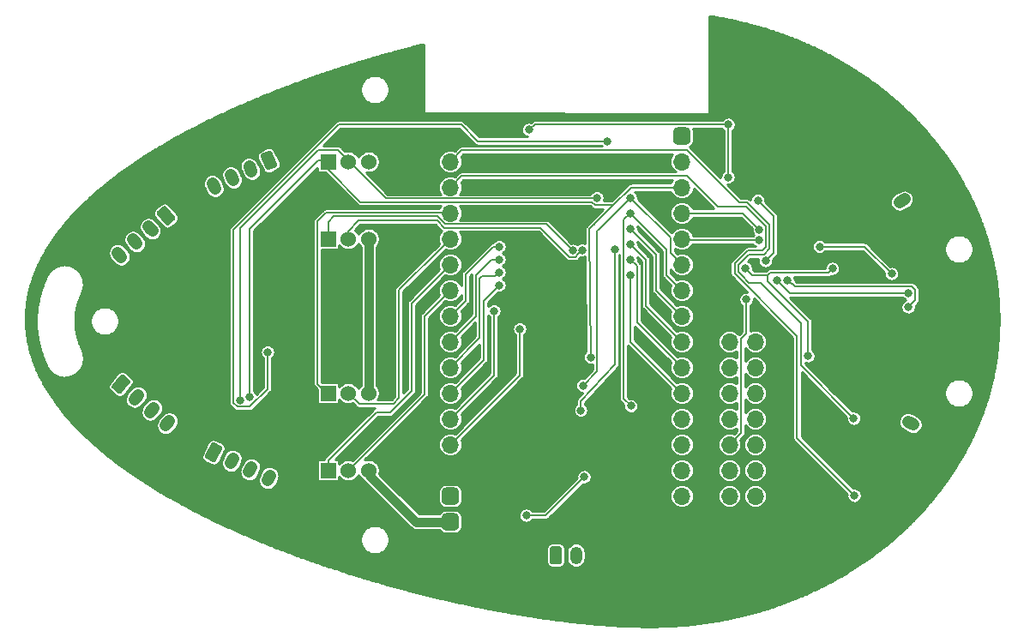
<source format=gbr>
G04 #@! TF.GenerationSoftware,KiCad,Pcbnew,(5.1.2-1)-1*
G04 #@! TF.CreationDate,2019-08-23T12:39:33+12:00*
G04 #@! TF.ProjectId,ccb,6363622e-6b69-4636-9164-5f7063625858,rev?*
G04 #@! TF.SameCoordinates,Original*
G04 #@! TF.FileFunction,Copper,L2,Bot*
G04 #@! TF.FilePolarity,Positive*
%FSLAX46Y46*%
G04 Gerber Fmt 4.6, Leading zero omitted, Abs format (unit mm)*
G04 Created by KiCad (PCBNEW (5.1.2-1)-1) date 2019-08-23 12:39:33*
%MOMM*%
%LPD*%
G04 APERTURE LIST*
%ADD10O,1.600000X0.900000*%
%ADD11R,1.700000X1.700000*%
%ADD12O,1.700000X1.700000*%
%ADD13C,0.100000*%
%ADD14C,1.700000*%
%ADD15C,1.200000*%
%ADD16C,1.200000*%
%ADD17R,1.524000X1.524000*%
%ADD18C,1.524000*%
%ADD19O,1.200000X1.750000*%
%ADD20C,0.800000*%
%ADD21C,0.900000*%
%ADD22C,0.200000*%
%ADD23C,0.153000*%
%ADD24C,0.254000*%
G04 APERTURE END LIST*
D10*
X182293011Y-55628000D03*
X182293011Y-62228000D03*
D11*
X129540000Y-40640000D03*
D12*
X129540000Y-43180000D03*
X129540000Y-45720000D03*
X129540000Y-48260000D03*
X129540000Y-50800000D03*
X129540000Y-53340000D03*
X129540000Y-55880000D03*
X129540000Y-58420000D03*
X129540000Y-60960000D03*
X129540000Y-63500000D03*
X129540000Y-66040000D03*
X129540000Y-68580000D03*
X129540000Y-71120000D03*
D11*
X129540000Y-73660000D03*
D13*
G36*
X130006657Y-75352046D02*
G01*
X130047913Y-75358166D01*
X130088371Y-75368300D01*
X130127640Y-75382351D01*
X130165344Y-75400183D01*
X130201117Y-75421625D01*
X130234617Y-75446471D01*
X130265520Y-75474480D01*
X130293529Y-75505383D01*
X130318375Y-75538883D01*
X130339817Y-75574656D01*
X130357649Y-75612360D01*
X130371700Y-75651629D01*
X130381834Y-75692087D01*
X130387954Y-75733343D01*
X130390000Y-75775000D01*
X130390000Y-76625000D01*
X130387954Y-76666657D01*
X130381834Y-76707913D01*
X130371700Y-76748371D01*
X130357649Y-76787640D01*
X130339817Y-76825344D01*
X130318375Y-76861117D01*
X130293529Y-76894617D01*
X130265520Y-76925520D01*
X130234617Y-76953529D01*
X130201117Y-76978375D01*
X130165344Y-76999817D01*
X130127640Y-77017649D01*
X130088371Y-77031700D01*
X130047913Y-77041834D01*
X130006657Y-77047954D01*
X129965000Y-77050000D01*
X129115000Y-77050000D01*
X129073343Y-77047954D01*
X129032087Y-77041834D01*
X128991629Y-77031700D01*
X128952360Y-77017649D01*
X128914656Y-76999817D01*
X128878883Y-76978375D01*
X128845383Y-76953529D01*
X128814480Y-76925520D01*
X128786471Y-76894617D01*
X128761625Y-76861117D01*
X128740183Y-76825344D01*
X128722351Y-76787640D01*
X128708300Y-76748371D01*
X128698166Y-76707913D01*
X128692046Y-76666657D01*
X128690000Y-76625000D01*
X128690000Y-75775000D01*
X128692046Y-75733343D01*
X128698166Y-75692087D01*
X128708300Y-75651629D01*
X128722351Y-75612360D01*
X128740183Y-75574656D01*
X128761625Y-75538883D01*
X128786471Y-75505383D01*
X128814480Y-75474480D01*
X128845383Y-75446471D01*
X128878883Y-75421625D01*
X128914656Y-75400183D01*
X128952360Y-75382351D01*
X128991629Y-75368300D01*
X129032087Y-75358166D01*
X129073343Y-75352046D01*
X129115000Y-75350000D01*
X129965000Y-75350000D01*
X130006657Y-75352046D01*
X130006657Y-75352046D01*
G37*
D14*
X129540000Y-76200000D03*
D13*
G36*
X130006657Y-77892046D02*
G01*
X130047913Y-77898166D01*
X130088371Y-77908300D01*
X130127640Y-77922351D01*
X130165344Y-77940183D01*
X130201117Y-77961625D01*
X130234617Y-77986471D01*
X130265520Y-78014480D01*
X130293529Y-78045383D01*
X130318375Y-78078883D01*
X130339817Y-78114656D01*
X130357649Y-78152360D01*
X130371700Y-78191629D01*
X130381834Y-78232087D01*
X130387954Y-78273343D01*
X130390000Y-78315000D01*
X130390000Y-79165000D01*
X130387954Y-79206657D01*
X130381834Y-79247913D01*
X130371700Y-79288371D01*
X130357649Y-79327640D01*
X130339817Y-79365344D01*
X130318375Y-79401117D01*
X130293529Y-79434617D01*
X130265520Y-79465520D01*
X130234617Y-79493529D01*
X130201117Y-79518375D01*
X130165344Y-79539817D01*
X130127640Y-79557649D01*
X130088371Y-79571700D01*
X130047913Y-79581834D01*
X130006657Y-79587954D01*
X129965000Y-79590000D01*
X129115000Y-79590000D01*
X129073343Y-79587954D01*
X129032087Y-79581834D01*
X128991629Y-79571700D01*
X128952360Y-79557649D01*
X128914656Y-79539817D01*
X128878883Y-79518375D01*
X128845383Y-79493529D01*
X128814480Y-79465520D01*
X128786471Y-79434617D01*
X128761625Y-79401117D01*
X128740183Y-79365344D01*
X128722351Y-79327640D01*
X128708300Y-79288371D01*
X128698166Y-79247913D01*
X128692046Y-79206657D01*
X128690000Y-79165000D01*
X128690000Y-78315000D01*
X128692046Y-78273343D01*
X128698166Y-78232087D01*
X128708300Y-78191629D01*
X128722351Y-78152360D01*
X128740183Y-78114656D01*
X128761625Y-78078883D01*
X128786471Y-78045383D01*
X128814480Y-78014480D01*
X128845383Y-77986471D01*
X128878883Y-77961625D01*
X128914656Y-77940183D01*
X128952360Y-77922351D01*
X128991629Y-77908300D01*
X129032087Y-77898166D01*
X129073343Y-77892046D01*
X129115000Y-77890000D01*
X129965000Y-77890000D01*
X130006657Y-77892046D01*
X130006657Y-77892046D01*
G37*
D14*
X129540000Y-78740000D03*
D13*
G36*
X111699700Y-42089013D02*
G01*
X111724103Y-42091551D01*
X111748138Y-42096468D01*
X111771577Y-42103718D01*
X111794191Y-42113230D01*
X111815765Y-42124913D01*
X111836089Y-42138654D01*
X111854969Y-42154321D01*
X111872222Y-42171764D01*
X111887682Y-42190813D01*
X111901201Y-42211286D01*
X111912648Y-42232986D01*
X112440921Y-43365872D01*
X112450186Y-43388589D01*
X112457180Y-43412105D01*
X112461835Y-43436193D01*
X112464106Y-43460621D01*
X112463972Y-43485155D01*
X112461434Y-43509557D01*
X112456517Y-43533593D01*
X112449267Y-43557031D01*
X112439755Y-43579645D01*
X112428072Y-43601219D01*
X112414331Y-43621543D01*
X112398664Y-43640423D01*
X112381221Y-43657676D01*
X112362172Y-43673136D01*
X112341699Y-43686655D01*
X112319999Y-43698102D01*
X111685582Y-43993936D01*
X111662865Y-44003201D01*
X111639349Y-44010195D01*
X111615261Y-44014850D01*
X111590833Y-44017121D01*
X111566300Y-44016987D01*
X111541897Y-44014449D01*
X111517862Y-44009532D01*
X111494423Y-44002282D01*
X111471809Y-43992770D01*
X111450235Y-43981087D01*
X111429911Y-43967346D01*
X111411031Y-43951679D01*
X111393778Y-43934236D01*
X111378318Y-43915187D01*
X111364799Y-43894714D01*
X111353352Y-43873014D01*
X110825079Y-42740128D01*
X110815814Y-42717411D01*
X110808820Y-42693895D01*
X110804165Y-42669807D01*
X110801894Y-42645379D01*
X110802028Y-42620845D01*
X110804566Y-42596443D01*
X110809483Y-42572407D01*
X110816733Y-42548969D01*
X110826245Y-42526355D01*
X110837928Y-42504781D01*
X110851669Y-42484457D01*
X110867336Y-42465577D01*
X110884779Y-42448324D01*
X110903828Y-42432864D01*
X110924301Y-42419345D01*
X110946001Y-42407898D01*
X111580418Y-42112064D01*
X111603135Y-42102799D01*
X111626651Y-42095805D01*
X111650739Y-42091150D01*
X111675167Y-42088879D01*
X111699700Y-42089013D01*
X111699700Y-42089013D01*
G37*
D15*
X111633000Y-43053000D03*
X109820384Y-43898237D03*
D16*
X109936604Y-44147472D02*
X109704164Y-43649002D01*
D15*
X108007769Y-44743473D03*
D16*
X108123989Y-44992708D02*
X107891549Y-44494238D01*
D15*
X106195153Y-45588710D03*
D16*
X106311373Y-45837945D02*
X106078933Y-45339475D01*
D17*
X117475000Y-66040000D03*
D18*
X119475000Y-66040000D03*
X121475000Y-66040000D03*
X123475000Y-66040000D03*
D17*
X117475000Y-73660000D03*
D18*
X119475000Y-73660000D03*
X121475000Y-73660000D03*
X123475000Y-73660000D03*
D17*
X117475000Y-50800000D03*
D18*
X119475000Y-50800000D03*
X121475000Y-50800000D03*
X123475000Y-50800000D03*
D17*
X117475000Y-43180000D03*
D18*
X119475000Y-43180000D03*
X121475000Y-43180000D03*
X123475000Y-43180000D03*
D12*
X157099000Y-60960000D03*
X159639000Y-60960000D03*
D11*
X162179000Y-60960000D03*
D12*
X157099000Y-63500000D03*
X159639000Y-63500000D03*
D11*
X162179000Y-63500000D03*
D12*
X157099000Y-66040000D03*
X159639000Y-66040000D03*
D11*
X162179000Y-66040000D03*
D12*
X157099000Y-76200000D03*
X159639000Y-76200000D03*
D11*
X162179000Y-76200000D03*
D12*
X157099000Y-73660000D03*
X159639000Y-73660000D03*
D11*
X162179000Y-73660000D03*
D12*
X157099000Y-71120000D03*
X159639000Y-71120000D03*
D11*
X162179000Y-71120000D03*
D12*
X157099000Y-68580000D03*
X159639000Y-68580000D03*
D11*
X162179000Y-68580000D03*
D19*
X141954000Y-82042000D03*
D13*
G36*
X140328505Y-81168204D02*
G01*
X140352773Y-81171804D01*
X140376572Y-81177765D01*
X140399671Y-81186030D01*
X140421850Y-81196520D01*
X140442893Y-81209132D01*
X140462599Y-81223747D01*
X140480777Y-81240223D01*
X140497253Y-81258401D01*
X140511868Y-81278107D01*
X140524480Y-81299150D01*
X140534970Y-81321329D01*
X140543235Y-81344428D01*
X140549196Y-81368227D01*
X140552796Y-81392495D01*
X140554000Y-81416999D01*
X140554000Y-82667001D01*
X140552796Y-82691505D01*
X140549196Y-82715773D01*
X140543235Y-82739572D01*
X140534970Y-82762671D01*
X140524480Y-82784850D01*
X140511868Y-82805893D01*
X140497253Y-82825599D01*
X140480777Y-82843777D01*
X140462599Y-82860253D01*
X140442893Y-82874868D01*
X140421850Y-82887480D01*
X140399671Y-82897970D01*
X140376572Y-82906235D01*
X140352773Y-82912196D01*
X140328505Y-82915796D01*
X140304001Y-82917000D01*
X139603999Y-82917000D01*
X139579495Y-82915796D01*
X139555227Y-82912196D01*
X139531428Y-82906235D01*
X139508329Y-82897970D01*
X139486150Y-82887480D01*
X139465107Y-82874868D01*
X139445401Y-82860253D01*
X139427223Y-82843777D01*
X139410747Y-82825599D01*
X139396132Y-82805893D01*
X139383520Y-82784850D01*
X139373030Y-82762671D01*
X139364765Y-82739572D01*
X139358804Y-82715773D01*
X139355204Y-82691505D01*
X139354000Y-82667001D01*
X139354000Y-81416999D01*
X139355204Y-81392495D01*
X139358804Y-81368227D01*
X139364765Y-81344428D01*
X139373030Y-81321329D01*
X139383520Y-81299150D01*
X139396132Y-81278107D01*
X139410747Y-81258401D01*
X139427223Y-81240223D01*
X139445401Y-81223747D01*
X139465107Y-81209132D01*
X139486150Y-81196520D01*
X139508329Y-81186030D01*
X139531428Y-81177765D01*
X139555227Y-81171804D01*
X139579495Y-81168204D01*
X139603999Y-81167000D01*
X140304001Y-81167000D01*
X140328505Y-81168204D01*
X140328505Y-81168204D01*
G37*
D15*
X139954000Y-82042000D03*
X111609847Y-74417710D03*
D16*
X111726067Y-74168475D02*
X111493627Y-74666945D01*
D15*
X109797231Y-73572473D03*
D16*
X109913451Y-73323238D02*
X109681011Y-73821708D01*
D15*
X107984616Y-72727237D03*
D16*
X108100836Y-72478002D02*
X107868396Y-72976472D01*
D13*
G36*
X106154261Y-70920150D02*
G01*
X106178349Y-70924805D01*
X106201865Y-70931799D01*
X106224582Y-70941064D01*
X106858999Y-71236898D01*
X106880699Y-71248345D01*
X106901172Y-71261864D01*
X106920221Y-71277324D01*
X106937664Y-71294577D01*
X106953331Y-71313457D01*
X106967072Y-71333781D01*
X106978755Y-71355355D01*
X106988267Y-71377969D01*
X106995517Y-71401408D01*
X107000434Y-71425443D01*
X107002972Y-71449846D01*
X107003106Y-71474379D01*
X107000835Y-71498807D01*
X106996180Y-71522895D01*
X106989186Y-71546411D01*
X106979921Y-71569128D01*
X106451648Y-72702014D01*
X106440201Y-72723714D01*
X106426682Y-72744187D01*
X106411222Y-72763236D01*
X106393969Y-72780679D01*
X106375089Y-72796346D01*
X106354765Y-72810087D01*
X106333191Y-72821770D01*
X106310577Y-72831282D01*
X106287139Y-72838532D01*
X106263103Y-72843449D01*
X106238701Y-72845987D01*
X106214167Y-72846121D01*
X106189739Y-72843850D01*
X106165651Y-72839195D01*
X106142135Y-72832201D01*
X106119418Y-72822936D01*
X105485001Y-72527102D01*
X105463301Y-72515655D01*
X105442828Y-72502136D01*
X105423779Y-72486676D01*
X105406336Y-72469423D01*
X105390669Y-72450543D01*
X105376928Y-72430219D01*
X105365245Y-72408645D01*
X105355733Y-72386031D01*
X105348483Y-72362592D01*
X105343566Y-72338557D01*
X105341028Y-72314154D01*
X105340894Y-72289621D01*
X105343165Y-72265193D01*
X105347820Y-72241105D01*
X105354814Y-72217589D01*
X105364079Y-72194872D01*
X105892352Y-71061986D01*
X105903799Y-71040286D01*
X105917318Y-71019813D01*
X105932778Y-71000764D01*
X105950031Y-70983321D01*
X105968911Y-70967654D01*
X105989235Y-70953913D01*
X106010809Y-70942230D01*
X106033423Y-70932718D01*
X106056861Y-70925468D01*
X106080897Y-70920551D01*
X106105299Y-70918013D01*
X106129833Y-70917879D01*
X106154261Y-70920150D01*
X106154261Y-70920150D01*
G37*
D15*
X106172000Y-71882000D03*
X101624267Y-69007726D03*
D16*
X101801034Y-68797064D02*
X101447500Y-69218388D01*
D15*
X100092178Y-67722150D03*
D16*
X100268945Y-67511488D02*
X99915411Y-67932812D01*
D15*
X98560089Y-66436575D03*
D16*
X98736856Y-66225913D02*
X98383322Y-66647237D01*
D13*
G36*
X97188844Y-64198732D02*
G01*
X97213071Y-64202596D01*
X97236803Y-64208817D01*
X97259811Y-64217333D01*
X97281874Y-64228064D01*
X97302778Y-64240906D01*
X97322323Y-64255735D01*
X97858555Y-64705688D01*
X97876553Y-64722361D01*
X97892829Y-64740718D01*
X97907228Y-64760582D01*
X97919611Y-64781762D01*
X97929858Y-64804053D01*
X97937871Y-64827241D01*
X97943572Y-64851103D01*
X97946907Y-64875409D01*
X97947843Y-64899925D01*
X97946372Y-64924415D01*
X97942508Y-64948642D01*
X97936287Y-64972374D01*
X97927771Y-64995382D01*
X97917040Y-65017445D01*
X97904198Y-65038349D01*
X97889369Y-65057894D01*
X97085883Y-66015451D01*
X97069210Y-66033449D01*
X97050853Y-66049725D01*
X97030989Y-66064124D01*
X97009810Y-66076507D01*
X96987518Y-66086754D01*
X96964330Y-66094767D01*
X96940468Y-66100468D01*
X96916162Y-66103803D01*
X96891646Y-66104739D01*
X96867156Y-66103268D01*
X96842929Y-66099404D01*
X96819197Y-66093183D01*
X96796189Y-66084667D01*
X96774126Y-66073936D01*
X96753222Y-66061094D01*
X96733677Y-66046265D01*
X96197445Y-65596312D01*
X96179447Y-65579639D01*
X96163171Y-65561282D01*
X96148772Y-65541418D01*
X96136389Y-65520238D01*
X96126142Y-65497947D01*
X96118129Y-65474759D01*
X96112428Y-65450897D01*
X96109093Y-65426591D01*
X96108157Y-65402075D01*
X96109628Y-65377585D01*
X96113492Y-65353358D01*
X96119713Y-65329626D01*
X96128229Y-65306618D01*
X96138960Y-65284555D01*
X96151802Y-65263651D01*
X96166631Y-65244106D01*
X96970117Y-64286549D01*
X96986790Y-64268551D01*
X97005147Y-64252275D01*
X97025011Y-64237876D01*
X97046190Y-64225493D01*
X97068482Y-64215246D01*
X97091670Y-64207233D01*
X97115532Y-64201532D01*
X97139838Y-64198197D01*
X97164354Y-64197261D01*
X97188844Y-64198732D01*
X97188844Y-64198732D01*
G37*
D15*
X97028000Y-65151000D03*
X96876733Y-52370726D03*
D16*
X97053500Y-52581388D02*
X96699966Y-52160064D01*
D15*
X98408822Y-51085150D03*
D16*
X98585589Y-51295812D02*
X98232055Y-50874488D01*
D15*
X99940911Y-49799575D03*
D16*
X100117678Y-50010237D02*
X99764144Y-49588913D01*
D13*
G36*
X101361162Y-47561197D02*
G01*
X101385468Y-47564532D01*
X101409330Y-47570233D01*
X101432518Y-47578246D01*
X101454809Y-47588493D01*
X101475989Y-47600876D01*
X101495853Y-47615275D01*
X101514210Y-47631551D01*
X101530883Y-47649549D01*
X102334369Y-48607106D01*
X102349198Y-48626651D01*
X102362040Y-48647555D01*
X102372771Y-48669618D01*
X102381287Y-48692626D01*
X102387508Y-48716358D01*
X102391372Y-48740585D01*
X102392843Y-48765075D01*
X102391907Y-48789591D01*
X102388572Y-48813897D01*
X102382871Y-48837759D01*
X102374858Y-48860947D01*
X102364611Y-48883239D01*
X102352228Y-48904418D01*
X102337829Y-48924282D01*
X102321553Y-48942639D01*
X102303555Y-48959312D01*
X101767323Y-49409265D01*
X101747778Y-49424094D01*
X101726874Y-49436936D01*
X101704811Y-49447667D01*
X101681803Y-49456183D01*
X101658071Y-49462404D01*
X101633844Y-49466268D01*
X101609354Y-49467739D01*
X101584838Y-49466803D01*
X101560532Y-49463468D01*
X101536670Y-49457767D01*
X101513482Y-49449754D01*
X101491191Y-49439507D01*
X101470011Y-49427124D01*
X101450147Y-49412725D01*
X101431790Y-49396449D01*
X101415117Y-49378451D01*
X100611631Y-48420894D01*
X100596802Y-48401349D01*
X100583960Y-48380445D01*
X100573229Y-48358382D01*
X100564713Y-48335374D01*
X100558492Y-48311642D01*
X100554628Y-48287415D01*
X100553157Y-48262925D01*
X100554093Y-48238409D01*
X100557428Y-48214103D01*
X100563129Y-48190241D01*
X100571142Y-48167053D01*
X100581389Y-48144761D01*
X100593772Y-48123582D01*
X100608171Y-48103718D01*
X100624447Y-48085361D01*
X100642445Y-48068688D01*
X101178677Y-47618735D01*
X101198222Y-47603906D01*
X101219126Y-47591064D01*
X101241189Y-47580333D01*
X101264197Y-47571817D01*
X101287929Y-47565596D01*
X101312156Y-47561732D01*
X101336646Y-47560261D01*
X101361162Y-47561197D01*
X101361162Y-47561197D01*
G37*
D15*
X101473000Y-48514000D03*
X174990000Y-69006949D03*
D16*
X174751843Y-68869449D02*
X175228157Y-69144449D01*
D13*
G36*
X173656366Y-69875530D02*
G01*
X173680503Y-69879922D01*
X173704094Y-69886658D01*
X173726910Y-69895675D01*
X173748734Y-69906885D01*
X174831267Y-70531886D01*
X174851886Y-70545180D01*
X174871103Y-70560432D01*
X174888732Y-70577494D01*
X174904605Y-70596201D01*
X174918567Y-70616375D01*
X174930484Y-70637819D01*
X174940243Y-70660329D01*
X174947748Y-70683687D01*
X174952927Y-70707667D01*
X174955731Y-70732040D01*
X174956132Y-70756571D01*
X174954127Y-70781022D01*
X174949735Y-70805160D01*
X174942999Y-70828751D01*
X174933982Y-70851567D01*
X174922772Y-70873391D01*
X174572771Y-71479610D01*
X174559477Y-71500229D01*
X174544225Y-71519446D01*
X174527163Y-71537075D01*
X174508456Y-71552948D01*
X174488282Y-71566910D01*
X174466838Y-71578827D01*
X174444328Y-71588586D01*
X174420970Y-71596091D01*
X174396990Y-71601270D01*
X174372617Y-71604074D01*
X174348086Y-71604475D01*
X174323634Y-71602470D01*
X174299497Y-71598078D01*
X174275906Y-71591342D01*
X174253090Y-71582325D01*
X174231266Y-71571115D01*
X173148733Y-70946114D01*
X173128114Y-70932820D01*
X173108897Y-70917568D01*
X173091268Y-70900506D01*
X173075395Y-70881799D01*
X173061433Y-70861625D01*
X173049516Y-70840181D01*
X173039757Y-70817671D01*
X173032252Y-70794313D01*
X173027073Y-70770333D01*
X173024269Y-70745960D01*
X173023868Y-70721429D01*
X173025873Y-70696978D01*
X173030265Y-70672840D01*
X173037001Y-70649249D01*
X173046018Y-70626433D01*
X173057228Y-70604609D01*
X173407229Y-69998390D01*
X173420523Y-69977771D01*
X173435775Y-69958554D01*
X173452837Y-69940925D01*
X173471544Y-69925052D01*
X173491718Y-69911090D01*
X173513162Y-69899173D01*
X173535672Y-69889414D01*
X173559030Y-69881909D01*
X173583010Y-69876730D01*
X173607383Y-69873926D01*
X173631914Y-69873525D01*
X173656366Y-69875530D01*
X173656366Y-69875530D01*
G37*
D15*
X173990000Y-70739000D03*
X174133000Y-47035949D03*
D16*
X173894843Y-47173449D02*
X174371157Y-46898449D01*
D13*
G36*
X175515617Y-47902926D02*
G01*
X175539990Y-47905730D01*
X175563970Y-47910909D01*
X175587328Y-47918414D01*
X175609838Y-47928173D01*
X175631282Y-47940090D01*
X175651456Y-47954052D01*
X175670163Y-47969925D01*
X175687225Y-47987554D01*
X175702477Y-48006771D01*
X175715771Y-48027390D01*
X176065772Y-48633609D01*
X176076982Y-48655433D01*
X176085999Y-48678249D01*
X176092735Y-48701840D01*
X176097127Y-48725977D01*
X176099132Y-48750429D01*
X176098731Y-48774960D01*
X176095927Y-48799333D01*
X176090748Y-48823313D01*
X176083243Y-48846671D01*
X176073484Y-48869181D01*
X176061567Y-48890625D01*
X176047605Y-48910799D01*
X176031732Y-48929506D01*
X176014103Y-48946568D01*
X175994886Y-48961820D01*
X175974267Y-48975114D01*
X174891734Y-49600115D01*
X174869910Y-49611325D01*
X174847094Y-49620342D01*
X174823503Y-49627078D01*
X174799365Y-49631470D01*
X174774914Y-49633475D01*
X174750383Y-49633074D01*
X174726010Y-49630270D01*
X174702030Y-49625091D01*
X174678672Y-49617586D01*
X174656162Y-49607827D01*
X174634718Y-49595910D01*
X174614544Y-49581948D01*
X174595837Y-49566075D01*
X174578775Y-49548446D01*
X174563523Y-49529229D01*
X174550229Y-49508610D01*
X174200228Y-48902391D01*
X174189018Y-48880567D01*
X174180001Y-48857751D01*
X174173265Y-48834160D01*
X174168873Y-48810023D01*
X174166868Y-48785571D01*
X174167269Y-48761040D01*
X174170073Y-48736667D01*
X174175252Y-48712687D01*
X174182757Y-48689329D01*
X174192516Y-48666819D01*
X174204433Y-48645375D01*
X174218395Y-48625201D01*
X174234268Y-48606494D01*
X174251897Y-48589432D01*
X174271114Y-48574180D01*
X174291733Y-48560886D01*
X175374266Y-47935885D01*
X175396090Y-47924675D01*
X175418906Y-47915658D01*
X175442497Y-47908922D01*
X175466635Y-47904530D01*
X175491086Y-47902525D01*
X175515617Y-47902926D01*
X175515617Y-47902926D01*
G37*
D15*
X175133000Y-48768000D03*
D11*
X152400000Y-78740000D03*
D12*
X152400000Y-76200000D03*
X152400000Y-73660000D03*
X152400000Y-71120000D03*
X152400000Y-68580000D03*
X152400000Y-66040000D03*
X152400000Y-63500000D03*
X152400000Y-60960000D03*
X152400000Y-58420000D03*
X152400000Y-55880000D03*
X152400000Y-53340000D03*
X152400000Y-50800000D03*
X152400000Y-48260000D03*
X152400000Y-45720000D03*
X152400000Y-43180000D03*
D13*
G36*
X152866657Y-39792046D02*
G01*
X152907913Y-39798166D01*
X152948371Y-39808300D01*
X152987640Y-39822351D01*
X153025344Y-39840183D01*
X153061117Y-39861625D01*
X153094617Y-39886471D01*
X153125520Y-39914480D01*
X153153529Y-39945383D01*
X153178375Y-39978883D01*
X153199817Y-40014656D01*
X153217649Y-40052360D01*
X153231700Y-40091629D01*
X153241834Y-40132087D01*
X153247954Y-40173343D01*
X153250000Y-40215000D01*
X153250000Y-41065000D01*
X153247954Y-41106657D01*
X153241834Y-41147913D01*
X153231700Y-41188371D01*
X153217649Y-41227640D01*
X153199817Y-41265344D01*
X153178375Y-41301117D01*
X153153529Y-41334617D01*
X153125520Y-41365520D01*
X153094617Y-41393529D01*
X153061117Y-41418375D01*
X153025344Y-41439817D01*
X152987640Y-41457649D01*
X152948371Y-41471700D01*
X152907913Y-41481834D01*
X152866657Y-41487954D01*
X152825000Y-41490000D01*
X151975000Y-41490000D01*
X151933343Y-41487954D01*
X151892087Y-41481834D01*
X151851629Y-41471700D01*
X151812360Y-41457649D01*
X151774656Y-41439817D01*
X151738883Y-41418375D01*
X151705383Y-41393529D01*
X151674480Y-41365520D01*
X151646471Y-41334617D01*
X151621625Y-41301117D01*
X151600183Y-41265344D01*
X151582351Y-41227640D01*
X151568300Y-41188371D01*
X151558166Y-41147913D01*
X151552046Y-41106657D01*
X151550000Y-41065000D01*
X151550000Y-40215000D01*
X151552046Y-40173343D01*
X151558166Y-40132087D01*
X151568300Y-40091629D01*
X151582351Y-40052360D01*
X151600183Y-40014656D01*
X151621625Y-39978883D01*
X151646471Y-39945383D01*
X151674480Y-39914480D01*
X151705383Y-39886471D01*
X151738883Y-39861625D01*
X151774656Y-39840183D01*
X151812360Y-39822351D01*
X151851629Y-39808300D01*
X151892087Y-39798166D01*
X151933343Y-39792046D01*
X151975000Y-39790000D01*
X152825000Y-39790000D01*
X152866657Y-39792046D01*
X152866657Y-39792046D01*
G37*
D14*
X152400000Y-40640000D03*
D20*
X158669010Y-53721000D03*
X167259000Y-53721000D03*
X137033000Y-78105000D03*
X142748000Y-74295000D03*
X164846000Y-62357000D03*
X170688000Y-44831000D03*
X165227000Y-47752000D03*
X160029010Y-53721000D03*
X154813000Y-53975000D03*
X170688000Y-47625000D03*
X165608000Y-53467000D03*
X119126000Y-54737000D03*
X136144000Y-48133000D03*
X145923000Y-45593000D03*
X155789750Y-43521750D03*
X157226000Y-49530000D03*
X173101000Y-54229000D03*
X165989000Y-51562000D03*
X137287000Y-40005000D03*
X156972000Y-44704000D03*
X156972000Y-39497000D03*
X134366000Y-52832000D03*
X134366000Y-55372000D03*
X133858000Y-57912000D03*
X136398000Y-59690000D03*
X158750000Y-56769000D03*
X147320000Y-49784000D03*
X145796000Y-51816000D03*
X142417800Y-67741800D03*
X147320000Y-48260000D03*
X147373125Y-67302585D03*
X147320000Y-46736000D03*
X142621000Y-65278000D03*
X144018000Y-46736000D03*
X108817262Y-66724579D03*
X160029010Y-50927000D03*
X160029010Y-49885600D03*
X143383000Y-62484000D03*
X109728000Y-66421000D03*
X174752000Y-56134000D03*
X161798000Y-54863999D03*
X174752000Y-57531000D03*
X162814000Y-54863999D03*
X160657855Y-52971539D03*
X159893000Y-46990000D03*
X169367200Y-68529200D03*
X169418000Y-76149200D03*
X134366000Y-51562000D03*
X134366000Y-54102000D03*
X147320000Y-54356000D03*
X141605000Y-51943000D03*
X147320000Y-52832000D03*
X142564233Y-51904563D03*
X145034000Y-41148000D03*
X111506000Y-61976000D03*
X147320000Y-51308000D03*
D21*
X126127000Y-78740000D02*
X121555000Y-74168000D01*
X129540000Y-78740000D02*
X126127000Y-78740000D01*
D22*
X166859001Y-54120999D02*
X167259000Y-53721000D01*
X165226008Y-54121010D02*
X165271999Y-54167001D01*
X165271999Y-54167001D02*
X166812999Y-54167001D01*
X160843999Y-54421001D02*
X161143990Y-54121010D01*
X159369011Y-54421001D02*
X160843999Y-54421001D01*
X166812999Y-54167001D02*
X166859001Y-54120999D01*
X161143990Y-54121010D02*
X165226008Y-54121010D01*
X158669010Y-53721000D02*
X159369011Y-54421001D01*
X138938000Y-78105000D02*
X142748000Y-74295000D01*
X137033000Y-78105000D02*
X138938000Y-78105000D01*
X164846000Y-58948001D02*
X160843999Y-54946000D01*
X160843999Y-54946000D02*
X160843999Y-54421001D01*
X164846000Y-62357000D02*
X164846000Y-58948001D01*
D21*
X121475000Y-66040000D02*
X121475000Y-50800000D01*
D23*
X151550001Y-77890001D02*
X152400000Y-78740000D01*
X146883995Y-67992293D02*
X146883995Y-73223995D01*
X145536702Y-66645000D02*
X146883995Y-67992293D01*
X146883995Y-73223995D02*
X151550001Y-77890001D01*
X145161000Y-66645000D02*
X145536702Y-66645000D01*
D21*
X162179000Y-60960000D02*
X162179000Y-64770000D01*
D22*
X168148000Y-44831000D02*
X170688000Y-44831000D01*
X165227000Y-47752000D02*
X168148000Y-44831000D01*
X165227000Y-48317685D02*
X165227000Y-47752000D01*
X165227000Y-51287998D02*
X165227000Y-48317685D01*
X162793998Y-53721000D02*
X165227000Y-51287998D01*
X160029010Y-53721000D02*
X162793998Y-53721000D01*
D21*
X162179000Y-60960000D02*
X162179000Y-76200000D01*
X154150000Y-78740000D02*
X152400000Y-78740000D01*
X161389000Y-78740000D02*
X154150000Y-78740000D01*
X162179000Y-77950000D02*
X161389000Y-78740000D01*
X162179000Y-76200000D02*
X162179000Y-77950000D01*
D22*
X170434000Y-51562000D02*
X173101000Y-54229000D01*
X165989000Y-51562000D02*
X170434000Y-51562000D01*
X137287000Y-40005000D02*
X137929001Y-39489999D01*
X156972000Y-44704000D02*
X156972000Y-44138315D01*
X156964999Y-39489999D02*
X156972000Y-39497000D01*
X137929001Y-39489999D02*
X156964999Y-39489999D01*
X156972000Y-44138315D02*
X156972000Y-39497000D01*
X134366000Y-52832000D02*
X133604000Y-52832000D01*
X133604000Y-52832000D02*
X132080000Y-54356000D01*
X132080000Y-58420000D02*
X129540000Y-60960000D01*
X132080000Y-54356000D02*
X132080000Y-58420000D01*
X134366000Y-55372000D02*
X132842000Y-56896000D01*
X132842000Y-62738000D02*
X129540000Y-66040000D01*
X132842000Y-56896000D02*
X132842000Y-62738000D01*
X133858000Y-64262000D02*
X129540000Y-68580000D01*
X133858000Y-57912000D02*
X133858000Y-64262000D01*
X136398000Y-64262000D02*
X129540000Y-71120000D01*
X136398000Y-59690000D02*
X136398000Y-64262000D01*
X157948999Y-70270001D02*
X157099000Y-71120000D01*
X158750000Y-60146998D02*
X158209001Y-60687997D01*
X158209001Y-70009999D02*
X157948999Y-70270001D01*
X158209001Y-60687997D02*
X158209001Y-70009999D01*
X158750000Y-56769000D02*
X158750000Y-60146998D01*
X147320000Y-49784000D02*
X149860000Y-52324000D01*
X149860000Y-55880000D02*
X152400000Y-58420000D01*
X149860000Y-52324000D02*
X149860000Y-55880000D01*
X145796000Y-63188315D02*
X145796000Y-51816000D01*
X142392400Y-66871315D02*
X145796000Y-63188315D01*
X142417800Y-67741800D02*
X142392400Y-66871315D01*
X147320000Y-48260000D02*
X150876000Y-51816000D01*
X150876000Y-54356000D02*
X152400000Y-55880000D01*
X150876000Y-51816000D02*
X150876000Y-54356000D01*
X146659999Y-66589459D02*
X147373125Y-67302585D01*
X146659999Y-48920001D02*
X146659999Y-66589459D01*
X147320000Y-48260000D02*
X146659999Y-48920001D01*
X151550001Y-52490001D02*
X152400000Y-53340000D01*
X151289999Y-50705999D02*
X151289999Y-52229999D01*
X151289999Y-52229999D02*
X151550001Y-52490001D01*
X147320000Y-46736000D02*
X151289999Y-50705999D01*
X144043001Y-50012999D02*
X144145000Y-49911000D01*
X144043001Y-63855999D02*
X144043001Y-50012999D01*
X144145000Y-49911000D02*
X147320000Y-46736000D01*
X142621000Y-65278000D02*
X144043001Y-63855999D01*
D23*
X144042513Y-50013487D02*
X144145000Y-49911000D01*
D22*
X143923999Y-46830001D02*
X144018000Y-46736000D01*
D23*
X143452315Y-46736000D02*
X144018000Y-46736000D01*
X143381814Y-46806501D02*
X143452315Y-46736000D01*
X123228501Y-46806501D02*
X143381814Y-46806501D01*
X119475000Y-43053000D02*
X123228501Y-46806501D01*
D22*
X116504999Y-42030999D02*
X108817262Y-49718736D01*
X108817262Y-49718736D02*
X108817262Y-66724579D01*
X118452999Y-42030999D02*
X116504999Y-42030999D01*
X119475000Y-43053000D02*
X118452999Y-42030999D01*
X152908000Y-51308000D02*
X152400000Y-50800000D01*
X152527000Y-50927000D02*
X152400000Y-50800000D01*
X160029010Y-50927000D02*
X152527000Y-50927000D01*
X158403410Y-48260000D02*
X152400000Y-48260000D01*
X160029010Y-49885600D02*
X158403410Y-48260000D01*
X147393978Y-45720000D02*
X151197919Y-45720000D01*
X151197919Y-45720000D02*
X152400000Y-45720000D01*
X143383000Y-62484000D02*
X143256000Y-49857978D01*
X143743977Y-49370001D02*
X143864489Y-49249489D01*
X143256000Y-49857978D02*
X143864489Y-49249489D01*
D23*
X143513477Y-47173499D02*
X143811467Y-47471489D01*
X143811467Y-47471489D02*
X145642489Y-47471489D01*
D22*
X145642489Y-47471489D02*
X147393978Y-45720000D01*
X143864489Y-49249489D02*
X145642489Y-47471489D01*
D23*
X117475000Y-43968000D02*
X117475000Y-43053000D01*
X120680499Y-47173499D02*
X117475000Y-43968000D01*
X143513477Y-47173499D02*
X120680499Y-47173499D01*
D22*
X116513000Y-43053000D02*
X117475000Y-43053000D01*
X109728000Y-49838000D02*
X116513000Y-43053000D01*
X109728000Y-66421000D02*
X109728000Y-49838000D01*
X163068000Y-56134000D02*
X174752000Y-56134000D01*
X161798000Y-54863999D02*
X163068000Y-56134000D01*
X175068801Y-55473999D02*
X175412001Y-55817199D01*
X163554978Y-55473999D02*
X175068801Y-55473999D01*
X175412001Y-55817199D02*
X175412001Y-56870999D01*
X175412001Y-56870999D02*
X174752000Y-57531000D01*
X163554978Y-55473999D02*
X163538187Y-55473999D01*
X163344977Y-55263998D02*
X163554978Y-55473999D01*
X163213999Y-55263998D02*
X163344977Y-55263998D01*
X162814000Y-54863999D02*
X163213999Y-55263998D01*
X161425421Y-48522421D02*
X159893000Y-46990000D01*
X161425421Y-52203973D02*
X161425421Y-48522421D01*
X160657855Y-52971539D02*
X161425421Y-52203973D01*
X129540000Y-43180000D02*
X130650001Y-42069999D01*
X130650001Y-42069999D02*
X152932801Y-42069999D01*
X161065411Y-51773922D02*
X160511322Y-52328010D01*
X161065411Y-49436068D02*
X161065411Y-51773922D01*
X158868933Y-47239590D02*
X161065411Y-49436068D01*
X158102392Y-47239590D02*
X158868933Y-47239590D01*
X152932801Y-42069999D02*
X158102392Y-47239590D01*
X159025998Y-52328010D02*
X157969009Y-53384999D01*
X157969009Y-53384999D02*
X157969009Y-54057001D01*
X160511322Y-52328010D02*
X159025998Y-52328010D01*
X164145999Y-63307999D02*
X164145999Y-59116999D01*
X169367200Y-68529200D02*
X164145999Y-63307999D01*
X164145999Y-59116999D02*
X162941000Y-57912000D01*
X162941000Y-57912000D02*
X160147000Y-55118000D01*
X159030008Y-55118000D02*
X158333009Y-54421001D01*
X160147000Y-55118000D02*
X159030008Y-55118000D01*
X158333009Y-54421001D02*
X157969009Y-54057001D01*
X130650001Y-44609999D02*
X152932801Y-44609999D01*
X129540000Y-45720000D02*
X130650001Y-44609999D01*
X160705401Y-51624801D02*
X160362201Y-51968001D01*
X158719812Y-47599600D02*
X160705401Y-49585189D01*
X160705401Y-49585189D02*
X160705401Y-51624801D01*
X155922402Y-47599600D02*
X158719812Y-47599600D01*
X152932801Y-44609999D02*
X155922402Y-47599600D01*
X157608999Y-53235878D02*
X157608999Y-54221997D01*
X158876877Y-51968000D02*
X157608999Y-53235878D01*
X160362201Y-51968001D02*
X158876877Y-51968000D01*
X169018001Y-75749201D02*
X169418000Y-76149200D01*
X163785989Y-70517189D02*
X169018001Y-75749201D01*
X163785989Y-60383112D02*
X163785989Y-70517189D01*
X157624874Y-54221997D02*
X163785989Y-60383112D01*
X157608999Y-54221997D02*
X157624874Y-54221997D01*
X131064000Y-56896000D02*
X129540000Y-58420000D01*
X131064000Y-54298315D02*
X131064000Y-56896000D01*
X133800315Y-51562000D02*
X131064000Y-54298315D01*
X134366000Y-51562000D02*
X133800315Y-51562000D01*
X132696001Y-54501999D02*
X132440010Y-54757990D01*
X132440010Y-60599990D02*
X129540000Y-63500000D01*
X133966001Y-54501999D02*
X132696001Y-54501999D01*
X132440010Y-54757990D02*
X132440010Y-60599990D01*
X134366000Y-54102000D02*
X133966001Y-54501999D01*
X147320000Y-60960000D02*
X147320000Y-54356000D01*
X152400000Y-66040000D02*
X147320000Y-60960000D01*
D23*
X117475000Y-49123000D02*
X118024990Y-48573010D01*
X118024990Y-48573010D02*
X128244988Y-48573010D01*
X117475000Y-50038000D02*
X117475000Y-49123000D01*
X139065000Y-49403000D02*
X141605000Y-51943000D01*
X139008501Y-49346501D02*
X139065000Y-49403000D01*
X129018479Y-49346501D02*
X139008501Y-49346501D01*
X128244988Y-48573010D02*
X129018479Y-49346501D01*
D22*
X117475000Y-50800000D02*
X117475000Y-50038000D01*
X151550001Y-62650001D02*
X152400000Y-63500000D01*
X147980001Y-59080001D02*
X151550001Y-62650001D01*
X147980001Y-53492001D02*
X147980001Y-59080001D01*
X147320000Y-52832000D02*
X147980001Y-53492001D01*
D23*
X142164234Y-52304562D02*
X142564233Y-51904563D01*
X128228815Y-48999499D02*
X128942815Y-49713499D01*
X138433477Y-49713499D02*
X141299479Y-52579501D01*
X120513501Y-48999499D02*
X128228815Y-48999499D01*
X141889295Y-52579501D02*
X142164234Y-52304562D01*
X141299479Y-52579501D02*
X141889295Y-52579501D01*
X128942815Y-49713499D02*
X138433477Y-49713499D01*
X119475000Y-50038000D02*
X120513501Y-48999499D01*
D22*
X119475000Y-50800000D02*
X119475000Y-50038000D01*
X132216002Y-41148000D02*
X145034000Y-41148000D01*
X130598001Y-39529999D02*
X132216002Y-41148000D01*
X111506000Y-65619802D02*
X111506000Y-62541685D01*
X111506000Y-62541685D02*
X111506000Y-61976000D01*
X109741222Y-67384580D02*
X111506000Y-65619802D01*
X108500461Y-67384580D02*
X109741222Y-67384580D01*
X108157261Y-67041380D02*
X108500461Y-67384580D01*
X108157261Y-49869606D02*
X108157261Y-67041380D01*
X118496868Y-39529999D02*
X108157261Y-49869606D01*
X130598001Y-39529999D02*
X118496868Y-39529999D01*
X147320000Y-51308000D02*
X148844000Y-52832000D01*
X148844000Y-57404000D02*
X152400000Y-60960000D01*
X148844000Y-52832000D02*
X148844000Y-57404000D01*
X117555000Y-73206000D02*
X117555000Y-74168000D01*
X117615001Y-73145999D02*
X117555000Y-73206000D01*
X125730000Y-65806693D02*
X123591693Y-67945000D01*
X125730000Y-57150000D02*
X125730000Y-65806693D01*
X129540000Y-53340000D02*
X125730000Y-57150000D01*
X117475000Y-72698000D02*
X117475000Y-73660000D01*
X122228000Y-67945000D02*
X117475000Y-72698000D01*
X123591693Y-67945000D02*
X122228000Y-67945000D01*
X119475000Y-73660000D02*
X127000000Y-66135000D01*
X127000000Y-58420000D02*
X129540000Y-55880000D01*
X127000000Y-66135000D02*
X127000000Y-58420000D01*
X117284498Y-48236500D02*
X129516500Y-48236500D01*
X116452999Y-49067999D02*
X117284498Y-48236500D01*
X129516500Y-48236500D02*
X129540000Y-48260000D01*
X116452999Y-65118999D02*
X116452999Y-49067999D01*
X117555000Y-66221000D02*
X116452999Y-65118999D01*
X128690001Y-51649999D02*
X129540000Y-50800000D01*
X124497001Y-55842999D02*
X128690001Y-51649999D01*
X124497001Y-66530561D02*
X124497001Y-55842999D01*
X123925561Y-67102001D02*
X124497001Y-66530561D01*
X120537001Y-67102001D02*
X123925561Y-67102001D01*
X119475000Y-66040000D02*
X120537001Y-67102001D01*
D24*
G36*
X155124746Y-28809992D02*
G01*
X155313790Y-28839191D01*
X155492764Y-28867719D01*
X155670898Y-28896975D01*
X155888810Y-28933928D01*
X156066127Y-28964951D01*
X156253475Y-28998660D01*
X156450255Y-29035100D01*
X156617014Y-29066813D01*
X156783504Y-29099241D01*
X156949786Y-29132394D01*
X157115664Y-29166231D01*
X157281157Y-29200756D01*
X157446642Y-29236044D01*
X157611503Y-29271963D01*
X157776240Y-29308622D01*
X157940416Y-29345919D01*
X158104709Y-29384010D01*
X158277827Y-29424982D01*
X158441129Y-29464414D01*
X158604341Y-29504593D01*
X158767150Y-29545441D01*
X158939002Y-29589391D01*
X159101039Y-29631619D01*
X159262764Y-29674533D01*
X159424006Y-29718086D01*
X159585126Y-29762372D01*
X159745821Y-29807307D01*
X159906219Y-29852928D01*
X160066075Y-29899164D01*
X160225931Y-29946167D01*
X160384924Y-29993685D01*
X160572141Y-30050623D01*
X160777216Y-30114223D01*
X160972671Y-30176044D01*
X161129936Y-30226644D01*
X161333668Y-30293343D01*
X161490246Y-30345488D01*
X161665242Y-30404684D01*
X161830478Y-30461470D01*
X161995149Y-30518928D01*
X162159619Y-30577184D01*
X162305264Y-30629504D01*
X162450844Y-30682488D01*
X162595605Y-30735862D01*
X162749635Y-30793409D01*
X162893810Y-30847985D01*
X163047006Y-30906733D01*
X163217617Y-30973083D01*
X163360955Y-31029585D01*
X163512605Y-31090122D01*
X163655172Y-31147749D01*
X163850876Y-31227990D01*
X163992385Y-31286834D01*
X164133745Y-31346316D01*
X164301000Y-31417596D01*
X164450296Y-31482059D01*
X164669671Y-31578216D01*
X164808797Y-31640094D01*
X164956901Y-31706737D01*
X165121853Y-31781901D01*
X165260284Y-31845751D01*
X165398304Y-31910116D01*
X165535760Y-31974927D01*
X165690504Y-32048735D01*
X165827305Y-32114738D01*
X165963724Y-32181266D01*
X166099943Y-32248412D01*
X166235691Y-32316037D01*
X166371161Y-32384241D01*
X166505926Y-32452802D01*
X166640674Y-32522075D01*
X166783066Y-32596065D01*
X166925168Y-32670714D01*
X167058659Y-32741586D01*
X167208293Y-32821894D01*
X167340590Y-32893666D01*
X167481146Y-32970716D01*
X167612814Y-33043644D01*
X167768637Y-33130900D01*
X167932286Y-33223654D01*
X168062500Y-33298282D01*
X168216851Y-33387700D01*
X168346052Y-33463354D01*
X168499488Y-33554159D01*
X168627855Y-33630939D01*
X168787911Y-33727718D01*
X168915545Y-33805734D01*
X169042683Y-33884193D01*
X169169198Y-33963016D01*
X169335216Y-34067595D01*
X169460802Y-34147576D01*
X169586268Y-34228235D01*
X169711096Y-34309245D01*
X169843199Y-34395811D01*
X169998204Y-34498484D01*
X170121682Y-34581136D01*
X170252418Y-34669491D01*
X170374969Y-34753106D01*
X170504693Y-34842465D01*
X170656746Y-34948325D01*
X170792863Y-35044129D01*
X170928632Y-35140680D01*
X171063635Y-35237679D01*
X171190526Y-35329763D01*
X171339514Y-35439028D01*
X171465336Y-35532275D01*
X171605588Y-35637283D01*
X171723021Y-35726079D01*
X171840016Y-35815348D01*
X171971208Y-35916413D01*
X172087275Y-36006685D01*
X172202726Y-36097291D01*
X172325145Y-36194258D01*
X172439705Y-36285844D01*
X172561110Y-36383805D01*
X172674633Y-36476255D01*
X172794953Y-36575149D01*
X172907610Y-36668603D01*
X173019723Y-36762439D01*
X173138271Y-36862581D01*
X173305273Y-37005279D01*
X173415445Y-37100470D01*
X173546068Y-37214441D01*
X173682878Y-37335114D01*
X173798286Y-37437966D01*
X173913244Y-37541393D01*
X174021043Y-37639272D01*
X174128299Y-37737534D01*
X174241552Y-37842252D01*
X174361253Y-37954016D01*
X174466693Y-38053406D01*
X174611307Y-38191178D01*
X174735243Y-38310610D01*
X174839067Y-38411646D01*
X174942417Y-38513132D01*
X175064475Y-38634170D01*
X175179365Y-38749292D01*
X175280875Y-38851981D01*
X175420050Y-38994292D01*
X175532921Y-39111019D01*
X175632676Y-39215177D01*
X175738163Y-39326359D01*
X175836859Y-39431362D01*
X175934981Y-39536708D01*
X176044905Y-39655873D01*
X176160132Y-39782115D01*
X176262696Y-39895648D01*
X176358349Y-40002539D01*
X176459535Y-40116694D01*
X176595909Y-40272331D01*
X176701450Y-40394219D01*
X176800650Y-40509954D01*
X176893374Y-40619181D01*
X176985629Y-40728874D01*
X177077323Y-40838928D01*
X177179798Y-40963157D01*
X177298554Y-41108791D01*
X177405128Y-41241042D01*
X177505351Y-41366793D01*
X177599331Y-41485950D01*
X177714843Y-41634081D01*
X177801756Y-41746791D01*
X177893767Y-41867306D01*
X177995916Y-42002574D01*
X178091866Y-42131076D01*
X178187165Y-42260123D01*
X178276367Y-42382225D01*
X178365090Y-42504960D01*
X178447781Y-42620527D01*
X178535180Y-42743943D01*
X178627033Y-42875086D01*
X178708043Y-42991995D01*
X178793293Y-43116321D01*
X178878111Y-43241368D01*
X178962259Y-43366789D01*
X179045605Y-43492390D01*
X179133204Y-43625909D01*
X179220043Y-43759837D01*
X179301289Y-43886587D01*
X179382036Y-44013990D01*
X179461886Y-44141413D01*
X179555229Y-44292228D01*
X179638340Y-44428249D01*
X179725155Y-44572135D01*
X179824749Y-44739543D01*
X179905243Y-44876730D01*
X179985142Y-45014631D01*
X180059612Y-45144753D01*
X180133585Y-45275572D01*
X180211182Y-45414531D01*
X180287987Y-45553867D01*
X180364004Y-45693593D01*
X180439203Y-45833657D01*
X180509434Y-45966169D01*
X180591280Y-46122749D01*
X180659891Y-46255853D01*
X180744002Y-46421402D01*
X180811094Y-46555403D01*
X180877556Y-46689913D01*
X180943505Y-46825176D01*
X180956520Y-46852085D01*
X181020895Y-46986280D01*
X181084979Y-47121693D01*
X181150771Y-47262673D01*
X181213381Y-47398756D01*
X181280770Y-47547393D01*
X181342451Y-47685490D01*
X181408080Y-47834659D01*
X181470017Y-47977636D01*
X181531658Y-48122140D01*
X181594819Y-48272589D01*
X181655917Y-48420518D01*
X181717303Y-48571621D01*
X181783304Y-48736987D01*
X181840643Y-48883206D01*
X181897737Y-49031271D01*
X181952959Y-49176943D01*
X182010958Y-49332669D01*
X182064029Y-49477723D01*
X182116162Y-49622727D01*
X182168080Y-49769726D01*
X182220121Y-49919800D01*
X182273659Y-50077195D01*
X182323885Y-50227768D01*
X182376118Y-50387527D01*
X182424997Y-50540112D01*
X182472635Y-50691863D01*
X182522850Y-50855279D01*
X182569929Y-51011889D01*
X182615262Y-51166020D01*
X182659642Y-51320254D01*
X182703217Y-51475125D01*
X182746650Y-51633107D01*
X182788711Y-51789771D01*
X182831392Y-51952704D01*
X182872659Y-52114303D01*
X182914418Y-52282209D01*
X182953728Y-52444612D01*
X182991381Y-52604443D01*
X183030404Y-52774877D01*
X183067032Y-52939647D01*
X183102309Y-53103151D01*
X183137875Y-53273184D01*
X183172040Y-53441904D01*
X183204567Y-53607928D01*
X183236617Y-53777194D01*
X183267080Y-53943856D01*
X183297314Y-54115441D01*
X183326437Y-54287204D01*
X183355404Y-54465145D01*
X183382309Y-54637572D01*
X183408085Y-54810103D01*
X183435311Y-55001256D01*
X183459580Y-55180541D01*
X183482270Y-55357010D01*
X183505972Y-55552044D01*
X183526260Y-55729284D01*
X183545719Y-55909960D01*
X183564256Y-56093816D01*
X183581828Y-56281016D01*
X183597616Y-56462626D01*
X183612654Y-56650530D01*
X183626387Y-56838630D01*
X183639204Y-57033184D01*
X183650893Y-57232834D01*
X183660594Y-57421790D01*
X183669058Y-57612848D01*
X183676336Y-57808715D01*
X183682770Y-58026526D01*
X183687100Y-58224542D01*
X183689961Y-58419806D01*
X183691435Y-58617350D01*
X183691637Y-58721515D01*
X183690923Y-58924178D01*
X183688791Y-59126162D01*
X183685398Y-59319997D01*
X183680702Y-59513272D01*
X183674752Y-59704447D01*
X183667450Y-59896880D01*
X183658992Y-60085819D01*
X183648520Y-60288002D01*
X183637354Y-60477552D01*
X183624919Y-60666606D01*
X183611215Y-60855137D01*
X183595458Y-61052663D01*
X183579563Y-61235764D01*
X183562439Y-61418712D01*
X183544286Y-61599517D01*
X183523932Y-61789131D01*
X183503687Y-61966287D01*
X183481947Y-62145910D01*
X183459610Y-62320696D01*
X183434890Y-62504281D01*
X183410255Y-62678333D01*
X183382269Y-62866737D01*
X183355530Y-63038625D01*
X183325758Y-63221847D01*
X183296239Y-63396011D01*
X183266686Y-63563673D01*
X183234412Y-63739957D01*
X183201558Y-63912830D01*
X183164620Y-64100095D01*
X183130628Y-64266422D01*
X183094989Y-64435203D01*
X183059512Y-64598030D01*
X183021748Y-64766127D01*
X182984227Y-64928266D01*
X182945703Y-65090055D01*
X182904766Y-65257200D01*
X182863487Y-65421130D01*
X182819635Y-65590586D01*
X182773167Y-65765270D01*
X182730258Y-65922431D01*
X182685526Y-66082340D01*
X182641519Y-66235990D01*
X182595737Y-66392220D01*
X182547246Y-66553914D01*
X182500360Y-66706804D01*
X182452591Y-66859266D01*
X182400202Y-67022891D01*
X182344897Y-67191775D01*
X182294192Y-67343355D01*
X182241576Y-67497535D01*
X182187059Y-67654123D01*
X182130557Y-67813196D01*
X182076104Y-67963569D01*
X182012881Y-68134736D01*
X181954857Y-68288770D01*
X181898589Y-68435480D01*
X181842477Y-68579301D01*
X181785530Y-68722839D01*
X181727826Y-68865918D01*
X181670289Y-69006300D01*
X181607482Y-69157064D01*
X181537715Y-69321623D01*
X181476493Y-69463638D01*
X181413204Y-69608183D01*
X181350172Y-69749964D01*
X181286418Y-69891240D01*
X181217959Y-70040641D01*
X181155022Y-70175990D01*
X181089995Y-70313892D01*
X181021487Y-70457124D01*
X180957551Y-70588972D01*
X180889627Y-70727158D01*
X180822987Y-70860932D01*
X180751582Y-71002347D01*
X180671367Y-71158935D01*
X180594139Y-71307485D01*
X180520295Y-71447577D01*
X180445633Y-71587356D01*
X180374348Y-71719104D01*
X180302385Y-71850469D01*
X180229718Y-71981507D01*
X180152054Y-72119815D01*
X180073490Y-72257951D01*
X179998667Y-72387903D01*
X179923095Y-72517608D01*
X179847024Y-72646636D01*
X179769968Y-72775820D01*
X179692477Y-72904235D01*
X179609627Y-73039913D01*
X179502497Y-73212947D01*
X179403645Y-73370294D01*
X179318160Y-73504618D01*
X179236751Y-73631075D01*
X179154655Y-73757195D01*
X179071907Y-73882921D01*
X178988434Y-74008373D01*
X178899218Y-74140951D01*
X178814455Y-74265519D01*
X178728922Y-74389875D01*
X178647890Y-74506468D01*
X178566249Y-74622760D01*
X178484053Y-74738684D01*
X178401235Y-74854332D01*
X178317829Y-74969656D01*
X178233976Y-75084460D01*
X178128117Y-75227814D01*
X178042947Y-75341890D01*
X177940984Y-75477017D01*
X177849048Y-75597543D01*
X177762154Y-75710336D01*
X177668919Y-75830174D01*
X177563945Y-75963655D01*
X177475114Y-76075447D01*
X177385697Y-76186916D01*
X177295714Y-76298043D01*
X177205097Y-76408900D01*
X177108308Y-76526172D01*
X177010855Y-76643087D01*
X176912685Y-76759705D01*
X176819904Y-76868872D01*
X176726486Y-76977779D01*
X176632673Y-77086143D01*
X176532103Y-77201219D01*
X176431178Y-77315581D01*
X176329525Y-77429652D01*
X176233343Y-77536579D01*
X176136523Y-77643244D01*
X176033386Y-77755802D01*
X175886160Y-77914631D01*
X175775306Y-78032818D01*
X175676211Y-78137455D01*
X175544962Y-78274611D01*
X175444678Y-78378329D01*
X175337442Y-78488220D01*
X175216924Y-78610484D01*
X175101941Y-78725938D01*
X174999359Y-78827968D01*
X174896225Y-78929636D01*
X174766328Y-79056417D01*
X174649131Y-79169600D01*
X174544163Y-79270023D01*
X174438826Y-79369909D01*
X174326218Y-79475720D01*
X174199806Y-79593326D01*
X174086060Y-79698099D01*
X173978469Y-79796300D01*
X173863711Y-79900097D01*
X173748397Y-80003421D01*
X173625503Y-80112474D01*
X173515977Y-80208758D01*
X173406017Y-80304576D01*
X173246505Y-80442084D01*
X173135386Y-80536845D01*
X173023566Y-80631365D01*
X172897248Y-80737141D01*
X172749051Y-80859908D01*
X172628811Y-80958473D01*
X172514857Y-81051036D01*
X172378759Y-81160519D01*
X172264053Y-81251898D01*
X172083165Y-81394365D01*
X171967224Y-81484647D01*
X171843346Y-81580223D01*
X171718886Y-81675343D01*
X171594008Y-81769880D01*
X171461024Y-81869569D01*
X171342593Y-81957507D01*
X171223675Y-82045014D01*
X171089192Y-82143035D01*
X170954020Y-82240563D01*
X170833872Y-82326418D01*
X170690123Y-82428128D01*
X170568658Y-82513220D01*
X170439079Y-82603145D01*
X170309138Y-82692449D01*
X170170877Y-82786522D01*
X170024327Y-82885182D01*
X169900451Y-82967740D01*
X169776300Y-83049720D01*
X169651722Y-83131224D01*
X169526562Y-83212351D01*
X169401130Y-83292896D01*
X169259168Y-83383151D01*
X169132871Y-83462651D01*
X169005976Y-83541779D01*
X168838905Y-83644825D01*
X168687122Y-83737333D01*
X168550591Y-83819658D01*
X168405829Y-83906032D01*
X168260465Y-83991830D01*
X168122783Y-84072238D01*
X167984458Y-84152192D01*
X167853868Y-84226917D01*
X167706606Y-84310309D01*
X167575279Y-84383900D01*
X167443425Y-84457059D01*
X167311249Y-84529670D01*
X167178653Y-84601785D01*
X167045774Y-84673331D01*
X166912585Y-84744323D01*
X166778590Y-84815020D01*
X166644537Y-84885030D01*
X166510028Y-84954560D01*
X166375201Y-85023539D01*
X166240028Y-85091979D01*
X166104267Y-85160002D01*
X165968000Y-85227561D01*
X165831900Y-85294333D01*
X165694992Y-85360786D01*
X165549175Y-85430786D01*
X165385882Y-85508232D01*
X165221932Y-85584991D01*
X165083690Y-85648942D01*
X164927359Y-85720419D01*
X164788230Y-85783285D01*
X164639964Y-85849510D01*
X164499843Y-85911372D01*
X164359542Y-85972612D01*
X164218997Y-86033261D01*
X164078252Y-86093301D01*
X163874472Y-86179001D01*
X163732837Y-86237718D01*
X163590528Y-86296022D01*
X163448146Y-86353658D01*
X163296416Y-86414319D01*
X163081057Y-86499084D01*
X162937578Y-86554694D01*
X162793447Y-86609864D01*
X162649046Y-86664448D01*
X162485748Y-86725350D01*
X162341023Y-86778593D01*
X162195441Y-86831463D01*
X162040512Y-86886971D01*
X161894295Y-86938650D01*
X161720309Y-86999247D01*
X161527288Y-87065351D01*
X161361908Y-87121046D01*
X161195632Y-87176177D01*
X161001186Y-87239550D01*
X160843851Y-87289966D01*
X160657552Y-87348676D01*
X160489795Y-87400627D01*
X160331104Y-87448977D01*
X160162546Y-87499492D01*
X159984090Y-87552038D01*
X159824192Y-87598303D01*
X159664070Y-87643864D01*
X159484434Y-87694066D01*
X159323483Y-87738230D01*
X159162262Y-87781701D01*
X158991022Y-87827035D01*
X158819649Y-87871541D01*
X158657223Y-87912932D01*
X158484902Y-87956007D01*
X158302894Y-88000572D01*
X158130009Y-88042015D01*
X157956458Y-88082756D01*
X157783137Y-88122583D01*
X157579750Y-88168230D01*
X157405541Y-88206396D01*
X157240654Y-88241728D01*
X157065467Y-88278432D01*
X156890009Y-88314327D01*
X156724036Y-88347493D01*
X156538251Y-88383707D01*
X156361670Y-88417242D01*
X156194858Y-88448127D01*
X156007965Y-88481821D01*
X155820653Y-88514630D01*
X155623185Y-88548177D01*
X155445260Y-88577493D01*
X155256724Y-88607620D01*
X155068189Y-88636785D01*
X154849132Y-88669463D01*
X154659813Y-88696666D01*
X154480254Y-88721581D01*
X154289983Y-88747038D01*
X154109851Y-88770247D01*
X153908898Y-88795122D01*
X153697790Y-88820099D01*
X153506457Y-88841718D01*
X153324664Y-88861366D01*
X153143036Y-88880127D01*
X152960618Y-88898095D01*
X152778059Y-88915205D01*
X152595621Y-88931434D01*
X152402186Y-88947692D01*
X152208730Y-88962979D01*
X152014946Y-88977316D01*
X151810741Y-88991371D01*
X151616132Y-89003759D01*
X151400929Y-89016321D01*
X151206134Y-89026664D01*
X151010576Y-89036064D01*
X150804871Y-89044892D01*
X150577952Y-89053372D01*
X150371322Y-89059948D01*
X150175019Y-89065183D01*
X149978235Y-89069444D01*
X149770742Y-89072869D01*
X149563034Y-89075201D01*
X149354922Y-89076439D01*
X149225207Y-89076654D01*
X149023193Y-89076220D01*
X148824342Y-89074959D01*
X148623539Y-89072871D01*
X148421069Y-89069956D01*
X148226035Y-89066398D01*
X148029625Y-89062088D01*
X147831608Y-89057017D01*
X147632168Y-89051194D01*
X147431467Y-89044625D01*
X147238553Y-89037653D01*
X147044453Y-89029997D01*
X146848579Y-89021638D01*
X146652301Y-89012633D01*
X146454027Y-89002911D01*
X146264434Y-88993035D01*
X146064371Y-88982012D01*
X145872242Y-88970853D01*
X145679520Y-88959107D01*
X145485512Y-88946732D01*
X145290654Y-88933753D01*
X145094098Y-88920120D01*
X144907385Y-88906664D01*
X144719217Y-88892616D01*
X144530092Y-88878014D01*
X144340210Y-88862868D01*
X144149692Y-88847194D01*
X143957743Y-88830920D01*
X143765387Y-88814137D01*
X143571931Y-88796784D01*
X143387619Y-88779814D01*
X143203386Y-88762434D01*
X143017797Y-88744499D01*
X142831366Y-88726065D01*
X142644801Y-88707198D01*
X142456768Y-88687768D01*
X142268460Y-88667891D01*
X142079399Y-88647525D01*
X141879048Y-88625491D01*
X141699255Y-88605331D01*
X141486529Y-88581007D01*
X141305435Y-88559903D01*
X141123293Y-88538311D01*
X140941625Y-88516413D01*
X140941616Y-88516412D01*
X140758153Y-88493937D01*
X140563726Y-88469723D01*
X140379532Y-88446412D01*
X140162165Y-88418442D01*
X139976784Y-88394196D01*
X139791001Y-88369537D01*
X139604566Y-88344435D01*
X139428720Y-88320433D01*
X139251613Y-88295941D01*
X139251611Y-88295941D01*
X139075063Y-88271213D01*
X138898063Y-88246105D01*
X138898033Y-88246100D01*
X138719973Y-88220529D01*
X138535881Y-88193758D01*
X138340559Y-88164992D01*
X138161191Y-88138245D01*
X137976016Y-88110306D01*
X137745432Y-88075048D01*
X137552977Y-88045234D01*
X137372472Y-88016949D01*
X137184943Y-87987236D01*
X137008861Y-87959033D01*
X136826655Y-87929544D01*
X136638538Y-87898772D01*
X136460835Y-87869401D01*
X136289255Y-87840766D01*
X136116627Y-87811681D01*
X135921158Y-87778416D01*
X135748023Y-87748660D01*
X135574845Y-87718624D01*
X135401462Y-87688283D01*
X135227823Y-87657620D01*
X135053041Y-87626484D01*
X134879232Y-87595248D01*
X134879221Y-87595246D01*
X134698227Y-87562432D01*
X134505617Y-87527189D01*
X134330038Y-87494776D01*
X134330037Y-87494776D01*
X134155018Y-87462195D01*
X133978849Y-87429127D01*
X133778791Y-87391242D01*
X133596502Y-87356415D01*
X133425794Y-87323538D01*
X133248531Y-87289127D01*
X133248530Y-87289127D01*
X133071852Y-87254556D01*
X132893776Y-87219438D01*
X132893774Y-87219438D01*
X132698859Y-87180684D01*
X132526192Y-87146078D01*
X132526191Y-87146078D01*
X132359946Y-87112514D01*
X132169650Y-87073803D01*
X131985374Y-87036018D01*
X131818298Y-87001507D01*
X131650748Y-86966659D01*
X131650744Y-86966659D01*
X131478060Y-86930488D01*
X131478046Y-86930485D01*
X131286188Y-86889998D01*
X131106576Y-86851809D01*
X130938320Y-86815786D01*
X130938318Y-86815786D01*
X130758408Y-86777000D01*
X130578549Y-86737948D01*
X130578513Y-86737940D01*
X130409726Y-86701042D01*
X130241098Y-86663935D01*
X130072185Y-86626523D01*
X130072182Y-86626523D01*
X129891312Y-86586191D01*
X129728718Y-86549700D01*
X129565089Y-86512747D01*
X129565090Y-86512747D01*
X129390337Y-86473032D01*
X129390282Y-86473019D01*
X129220336Y-86434146D01*
X129056904Y-86396531D01*
X128881450Y-86355895D01*
X128705031Y-86314772D01*
X128705032Y-86314772D01*
X128535071Y-86274906D01*
X128535072Y-86274906D01*
X128371313Y-86236260D01*
X128207303Y-86197326D01*
X128024881Y-86153751D01*
X127854526Y-86112804D01*
X127689838Y-86072984D01*
X127525657Y-86033056D01*
X127354626Y-85991216D01*
X127184044Y-85949237D01*
X127007124Y-85905437D01*
X126842177Y-85864356D01*
X126671003Y-85821478D01*
X126499831Y-85778351D01*
X126316176Y-85731798D01*
X126316175Y-85731798D01*
X126151293Y-85689756D01*
X125961951Y-85641188D01*
X125961925Y-85641181D01*
X125783974Y-85595253D01*
X125618612Y-85552330D01*
X125459368Y-85510771D01*
X125300163Y-85469000D01*
X125128846Y-85423806D01*
X125128830Y-85423802D01*
X124969132Y-85381444D01*
X124809649Y-85338919D01*
X124650454Y-85296253D01*
X124490962Y-85253280D01*
X124294213Y-85199967D01*
X124135181Y-85156622D01*
X123962963Y-85109433D01*
X123797181Y-85063760D01*
X123631503Y-85017871D01*
X123447707Y-84966681D01*
X123447666Y-84966669D01*
X123287497Y-84921814D01*
X123287498Y-84921814D01*
X123116140Y-84873572D01*
X122913262Y-84816116D01*
X122741038Y-84767051D01*
X122741039Y-84767051D01*
X122575484Y-84719636D01*
X122373054Y-84661322D01*
X122200945Y-84611451D01*
X122035065Y-84563129D01*
X122035066Y-84563129D01*
X121857547Y-84511140D01*
X121654883Y-84451432D01*
X121464624Y-84395037D01*
X121286855Y-84342042D01*
X121121363Y-84292445D01*
X120955622Y-84242517D01*
X120802497Y-84196164D01*
X120648903Y-84149446D01*
X120648904Y-84149446D01*
X120459394Y-84091499D01*
X120232469Y-84021666D01*
X119994174Y-83947812D01*
X119779348Y-83880765D01*
X119584376Y-83819533D01*
X119381930Y-83755568D01*
X119186431Y-83693420D01*
X119015898Y-83638904D01*
X118863164Y-83589838D01*
X118704498Y-83538623D01*
X118509665Y-83475395D01*
X118253497Y-83391691D01*
X118094927Y-83339549D01*
X117924858Y-83283347D01*
X117730531Y-83218771D01*
X117554155Y-83159829D01*
X117353662Y-83092442D01*
X117189463Y-83036948D01*
X117189460Y-83036947D01*
X117014250Y-82977425D01*
X117014219Y-82977414D01*
X116856713Y-82923636D01*
X116856692Y-82923629D01*
X116698964Y-82869513D01*
X116481335Y-82794421D01*
X116323735Y-82739729D01*
X116323730Y-82739728D01*
X116167091Y-82685109D01*
X115998344Y-82625977D01*
X115841494Y-82570739D01*
X115672908Y-82511073D01*
X115515809Y-82455193D01*
X115515810Y-82455193D01*
X115359937Y-82399488D01*
X115203233Y-82343215D01*
X115203232Y-82343215D01*
X115023645Y-82278392D01*
X114843513Y-82213011D01*
X114688009Y-82156279D01*
X114532557Y-82099295D01*
X114376540Y-82041826D01*
X114376538Y-82041825D01*
X114186000Y-81971269D01*
X114030380Y-81913332D01*
X113852330Y-81846703D01*
X113673097Y-81779259D01*
X113519220Y-81721056D01*
X113352722Y-81657766D01*
X113162930Y-81585220D01*
X113009341Y-81526197D01*
X112855202Y-81466677D01*
X112677788Y-81397813D01*
X112524722Y-81338090D01*
X112371764Y-81278123D01*
X112218742Y-81217839D01*
X112066194Y-81157453D01*
X111913182Y-81096590D01*
X111737744Y-81026441D01*
X111562120Y-80955825D01*
X111386875Y-80884966D01*
X111223216Y-80818433D01*
X111072330Y-80756782D01*
X110920887Y-80694600D01*
X110758589Y-80627625D01*
X110607741Y-80565058D01*
X110445441Y-80497399D01*
X110284064Y-80429770D01*
X110159880Y-80377453D01*
X120668011Y-80377453D01*
X120668011Y-80658547D01*
X120722849Y-80934241D01*
X120830420Y-81193938D01*
X120986587Y-81427660D01*
X121185351Y-81626424D01*
X121419073Y-81782591D01*
X121678770Y-81890162D01*
X121954464Y-81945000D01*
X122235558Y-81945000D01*
X122511252Y-81890162D01*
X122770949Y-81782591D01*
X123004671Y-81626424D01*
X123203435Y-81427660D01*
X123210558Y-81416999D01*
X139025418Y-81416999D01*
X139025418Y-82667001D01*
X139036535Y-82779877D01*
X139069460Y-82888414D01*
X139122926Y-82988443D01*
X139194880Y-83076120D01*
X139282557Y-83148074D01*
X139382586Y-83201540D01*
X139491123Y-83234465D01*
X139603999Y-83245582D01*
X140304001Y-83245582D01*
X140416877Y-83234465D01*
X140525414Y-83201540D01*
X140625443Y-83148074D01*
X140713120Y-83076120D01*
X140785074Y-82988443D01*
X140838540Y-82888414D01*
X140871465Y-82779877D01*
X140882582Y-82667001D01*
X140882582Y-81721463D01*
X141027000Y-81721463D01*
X141027000Y-82362538D01*
X141040413Y-82498724D01*
X141093420Y-82673464D01*
X141179500Y-82834505D01*
X141295342Y-82975659D01*
X141436496Y-83091501D01*
X141597537Y-83177580D01*
X141772277Y-83230587D01*
X141954000Y-83248485D01*
X142135724Y-83230587D01*
X142310464Y-83177580D01*
X142471505Y-83091501D01*
X142612659Y-82975659D01*
X142728501Y-82834505D01*
X142814580Y-82673464D01*
X142867587Y-82498724D01*
X142881000Y-82362538D01*
X142881000Y-81721462D01*
X142867587Y-81585276D01*
X142814580Y-81410536D01*
X142728501Y-81249495D01*
X142612659Y-81108341D01*
X142471504Y-80992499D01*
X142310463Y-80906420D01*
X142135723Y-80853413D01*
X141954000Y-80835515D01*
X141772276Y-80853413D01*
X141597536Y-80906420D01*
X141436495Y-80992499D01*
X141295341Y-81108341D01*
X141179499Y-81249496D01*
X141093420Y-81410537D01*
X141040413Y-81585277D01*
X141027000Y-81721463D01*
X140882582Y-81721463D01*
X140882582Y-81416999D01*
X140871465Y-81304123D01*
X140838540Y-81195586D01*
X140785074Y-81095557D01*
X140713120Y-81007880D01*
X140625443Y-80935926D01*
X140525414Y-80882460D01*
X140416877Y-80849535D01*
X140304001Y-80838418D01*
X139603999Y-80838418D01*
X139491123Y-80849535D01*
X139382586Y-80882460D01*
X139282557Y-80935926D01*
X139194880Y-81007880D01*
X139122926Y-81095557D01*
X139069460Y-81195586D01*
X139036535Y-81304123D01*
X139025418Y-81416999D01*
X123210558Y-81416999D01*
X123359602Y-81193938D01*
X123467173Y-80934241D01*
X123522011Y-80658547D01*
X123522011Y-80377453D01*
X123467173Y-80101759D01*
X123359602Y-79842062D01*
X123203435Y-79608340D01*
X123004671Y-79409576D01*
X122770949Y-79253409D01*
X122511252Y-79145838D01*
X122235558Y-79091000D01*
X121954464Y-79091000D01*
X121678770Y-79145838D01*
X121419073Y-79253409D01*
X121185351Y-79409576D01*
X120986587Y-79608340D01*
X120830420Y-79842062D01*
X120722849Y-80101759D01*
X120668011Y-80377453D01*
X110159880Y-80377453D01*
X110122714Y-80361796D01*
X109949938Y-80288609D01*
X109800293Y-80224883D01*
X109604934Y-80141216D01*
X109456627Y-80077338D01*
X109262038Y-79993049D01*
X109102434Y-79923501D01*
X108942963Y-79853641D01*
X108794973Y-79788474D01*
X108636365Y-79718272D01*
X108477813Y-79647716D01*
X108262712Y-79551385D01*
X108262713Y-79551385D01*
X108116760Y-79485617D01*
X107947841Y-79409087D01*
X107756853Y-79322022D01*
X107756854Y-79322022D01*
X107612015Y-79255610D01*
X107455375Y-79183410D01*
X107254937Y-79090442D01*
X107099204Y-79017757D01*
X106944198Y-78945014D01*
X106800034Y-78876998D01*
X106656365Y-78808868D01*
X106513499Y-78740770D01*
X106337111Y-78656210D01*
X106183912Y-78582330D01*
X106019575Y-78502617D01*
X105878031Y-78433577D01*
X105736291Y-78364082D01*
X105595469Y-78294675D01*
X105453861Y-78224515D01*
X105313711Y-78154711D01*
X105173683Y-78084600D01*
X105001386Y-77997828D01*
X104861849Y-77927135D01*
X104712154Y-77850878D01*
X104573272Y-77779738D01*
X104434963Y-77708512D01*
X104297090Y-77637131D01*
X104158981Y-77565242D01*
X104021808Y-77493454D01*
X103884857Y-77421396D01*
X103738034Y-77343707D01*
X103591110Y-77265508D01*
X103455308Y-77192818D01*
X103319822Y-77119899D01*
X103164059Y-77035569D01*
X103029574Y-76962327D01*
X102993160Y-76942427D01*
X102858637Y-76868644D01*
X102688270Y-76774613D01*
X102502412Y-76671265D01*
X102368917Y-76596532D01*
X102229997Y-76518311D01*
X102087438Y-76437559D01*
X101958917Y-76364333D01*
X101830418Y-76290709D01*
X101680041Y-76204027D01*
X101549312Y-76128204D01*
X101406181Y-76044681D01*
X101235270Y-75944250D01*
X101083533Y-75854436D01*
X100958087Y-75779716D01*
X100832787Y-75704654D01*
X100704694Y-75627468D01*
X100577179Y-75550177D01*
X100446705Y-75470614D01*
X100323465Y-75395011D01*
X100187597Y-75311148D01*
X100061932Y-75233096D01*
X99936649Y-75154808D01*
X99805814Y-75072541D01*
X99650923Y-74974466D01*
X99518072Y-74889744D01*
X99394485Y-74810422D01*
X99271893Y-74731251D01*
X99119411Y-74632087D01*
X98988820Y-74546540D01*
X98867587Y-74466603D01*
X98740824Y-74382477D01*
X98614412Y-74298024D01*
X98494537Y-74217409D01*
X98375433Y-74136799D01*
X98230669Y-74038118D01*
X98109452Y-73954884D01*
X97988879Y-73871535D01*
X97862974Y-73783902D01*
X97743437Y-73700121D01*
X97624566Y-73616239D01*
X97505956Y-73531969D01*
X97382407Y-73443568D01*
X97262451Y-73357121D01*
X97126115Y-73258121D01*
X97010134Y-73173258D01*
X96883512Y-73079927D01*
X96765614Y-72992372D01*
X96648552Y-72904799D01*
X96529324Y-72814942D01*
X96416002Y-72728901D01*
X96287347Y-72630457D01*
X96175229Y-72543993D01*
X96042750Y-72440999D01*
X95905552Y-72333373D01*
X95832137Y-72275288D01*
X105012625Y-72275288D01*
X105018808Y-72388541D01*
X105046967Y-72498412D01*
X105096019Y-72600678D01*
X105164080Y-72691409D01*
X105248534Y-72767119D01*
X105346136Y-72824898D01*
X105980553Y-73120732D01*
X106087552Y-73158360D01*
X106199835Y-73174390D01*
X106313088Y-73168207D01*
X106422959Y-73140048D01*
X106525225Y-73090996D01*
X106615956Y-73022935D01*
X106691666Y-72938480D01*
X106693227Y-72935842D01*
X106937798Y-72935842D01*
X106947753Y-73118173D01*
X106993088Y-73295059D01*
X107072060Y-73459701D01*
X107181634Y-73605774D01*
X107317601Y-73727663D01*
X107474734Y-73820684D01*
X107646996Y-73881263D01*
X107827766Y-73907070D01*
X108010097Y-73897115D01*
X108186983Y-73851780D01*
X108334383Y-73781078D01*
X108750413Y-73781078D01*
X108760368Y-73963409D01*
X108805703Y-74140295D01*
X108884675Y-74304937D01*
X108994249Y-74451010D01*
X109130216Y-74572899D01*
X109287349Y-74665920D01*
X109459611Y-74726499D01*
X109640381Y-74752306D01*
X109822712Y-74742351D01*
X109999598Y-74697016D01*
X110146996Y-74626315D01*
X110563029Y-74626315D01*
X110572984Y-74808646D01*
X110618319Y-74985532D01*
X110697291Y-75150174D01*
X110806865Y-75296247D01*
X110942832Y-75418136D01*
X111099965Y-75511157D01*
X111272227Y-75571736D01*
X111452997Y-75597543D01*
X111635328Y-75587588D01*
X111812214Y-75542253D01*
X111976856Y-75463281D01*
X112122929Y-75353707D01*
X112244818Y-75217740D01*
X112314529Y-75099983D01*
X112585459Y-74518970D01*
X112630858Y-74389875D01*
X112656665Y-74209105D01*
X112646710Y-74026774D01*
X112601376Y-73849888D01*
X112522403Y-73685245D01*
X112412829Y-73539173D01*
X112276863Y-73417284D01*
X112119729Y-73324263D01*
X111947467Y-73263684D01*
X111766697Y-73237877D01*
X111584366Y-73247832D01*
X111407481Y-73293166D01*
X111242838Y-73372138D01*
X111096765Y-73481713D01*
X110974876Y-73617679D01*
X110905165Y-73735437D01*
X110634235Y-74316450D01*
X110588836Y-74445545D01*
X110563029Y-74626315D01*
X110146996Y-74626315D01*
X110164240Y-74618044D01*
X110310313Y-74508470D01*
X110432202Y-74372503D01*
X110501913Y-74254746D01*
X110772843Y-73673733D01*
X110818242Y-73544638D01*
X110844049Y-73363868D01*
X110834094Y-73181537D01*
X110788760Y-73004651D01*
X110709787Y-72840008D01*
X110600213Y-72693936D01*
X110464247Y-72572047D01*
X110307113Y-72479026D01*
X110134851Y-72418447D01*
X109954081Y-72392640D01*
X109771750Y-72402595D01*
X109594865Y-72447929D01*
X109430222Y-72526901D01*
X109284149Y-72636476D01*
X109162260Y-72772442D01*
X109092549Y-72890200D01*
X108821619Y-73471213D01*
X108776220Y-73600308D01*
X108750413Y-73781078D01*
X108334383Y-73781078D01*
X108351625Y-73772808D01*
X108497698Y-73663234D01*
X108619587Y-73527267D01*
X108689298Y-73409510D01*
X108960228Y-72828497D01*
X109005627Y-72699402D01*
X109031434Y-72518632D01*
X109021479Y-72336301D01*
X108976145Y-72159415D01*
X108897172Y-71994772D01*
X108787598Y-71848700D01*
X108651632Y-71726811D01*
X108494498Y-71633790D01*
X108322236Y-71573211D01*
X108141466Y-71547404D01*
X107959135Y-71557359D01*
X107782250Y-71602693D01*
X107617607Y-71681665D01*
X107471534Y-71791240D01*
X107349645Y-71927206D01*
X107279934Y-72044964D01*
X107009004Y-72625977D01*
X106963605Y-72755072D01*
X106937798Y-72935842D01*
X106693227Y-72935842D01*
X106749445Y-72840879D01*
X107277718Y-71707993D01*
X107315345Y-71600995D01*
X107331375Y-71488712D01*
X107325192Y-71375459D01*
X107297033Y-71265588D01*
X107247981Y-71163322D01*
X107179920Y-71072591D01*
X107095466Y-70996881D01*
X106997864Y-70939102D01*
X106363447Y-70643268D01*
X106256448Y-70605640D01*
X106144165Y-70589610D01*
X106030912Y-70595793D01*
X105921041Y-70623952D01*
X105818775Y-70673004D01*
X105728044Y-70741065D01*
X105652334Y-70825520D01*
X105594555Y-70923121D01*
X105066282Y-72056007D01*
X105028655Y-72163005D01*
X105012625Y-72275288D01*
X95832137Y-72275288D01*
X95790397Y-72242264D01*
X95670568Y-72146693D01*
X95556636Y-72055083D01*
X95422664Y-71946416D01*
X95305261Y-71850332D01*
X95175642Y-71743295D01*
X95067351Y-71653088D01*
X94956709Y-71560169D01*
X94844597Y-71465219D01*
X94728156Y-71365740D01*
X94620098Y-71272614D01*
X94497745Y-71166213D01*
X94383658Y-71066055D01*
X94267960Y-70963531D01*
X94133899Y-70843506D01*
X94027253Y-70747056D01*
X93909550Y-70639587D01*
X93783219Y-70523009D01*
X93676662Y-70423667D01*
X93570845Y-70324066D01*
X93465769Y-70224212D01*
X93357035Y-70119850D01*
X93249097Y-70015190D01*
X93146502Y-69914698D01*
X93044714Y-69813998D01*
X92943783Y-69713134D01*
X92834839Y-69603104D01*
X92735562Y-69501753D01*
X92637103Y-69400191D01*
X92540570Y-69299570D01*
X100519560Y-69299570D01*
X100553229Y-69479042D01*
X100621262Y-69648498D01*
X100721048Y-69801425D01*
X100848752Y-69931945D01*
X100999465Y-70035045D01*
X101167396Y-70106760D01*
X101346091Y-70144335D01*
X101528682Y-70146328D01*
X101708154Y-70112659D01*
X101877610Y-70044626D01*
X102030537Y-69944840D01*
X102128350Y-69849137D01*
X102540427Y-69358045D01*
X102617691Y-69245099D01*
X102689406Y-69077169D01*
X102726981Y-68898474D01*
X102728973Y-68715882D01*
X102695305Y-68536410D01*
X102627272Y-68366954D01*
X102527485Y-68214028D01*
X102399782Y-68083507D01*
X102249068Y-67980407D01*
X102081138Y-67908692D01*
X101902443Y-67871117D01*
X101719851Y-67869125D01*
X101540378Y-67902793D01*
X101370924Y-67970827D01*
X101217997Y-68070613D01*
X101120183Y-68166315D01*
X100708107Y-68657407D01*
X100630843Y-68770353D01*
X100559128Y-68938284D01*
X100521553Y-69116979D01*
X100519560Y-69299570D01*
X92540570Y-69299570D01*
X92539639Y-69298600D01*
X92438602Y-69192138D01*
X92338657Y-69085648D01*
X92235296Y-68974242D01*
X92137185Y-68867258D01*
X92039836Y-68759875D01*
X91939634Y-68648022D01*
X91836233Y-68531145D01*
X91742040Y-68423346D01*
X91648605Y-68315113D01*
X91556193Y-68206754D01*
X91464660Y-68098093D01*
X91394700Y-68013994D01*
X98987471Y-68013994D01*
X99021140Y-68193466D01*
X99089173Y-68362922D01*
X99188959Y-68515849D01*
X99316663Y-68646369D01*
X99467376Y-68749469D01*
X99635307Y-68821184D01*
X99814002Y-68858759D01*
X99996593Y-68860752D01*
X100176065Y-68827083D01*
X100345521Y-68759050D01*
X100498448Y-68659264D01*
X100596261Y-68563561D01*
X101008338Y-68072469D01*
X101085602Y-67959523D01*
X101157317Y-67791593D01*
X101194892Y-67612898D01*
X101196884Y-67430306D01*
X101163216Y-67250834D01*
X101095183Y-67081378D01*
X100995396Y-66928452D01*
X100867693Y-66797931D01*
X100716979Y-66694831D01*
X100549049Y-66623116D01*
X100370354Y-66585541D01*
X100187762Y-66583549D01*
X100008289Y-66617217D01*
X99838835Y-66685251D01*
X99685908Y-66785037D01*
X99588094Y-66880739D01*
X99176018Y-67371831D01*
X99098754Y-67484777D01*
X99027039Y-67652708D01*
X98989464Y-67831403D01*
X98987471Y-68013994D01*
X91394700Y-68013994D01*
X91374257Y-67989420D01*
X91284591Y-67880265D01*
X91196064Y-67771104D01*
X91108370Y-67661561D01*
X91021889Y-67552105D01*
X90914808Y-67414531D01*
X90826953Y-67299894D01*
X90733233Y-67175779D01*
X90633865Y-67042029D01*
X90549543Y-66926709D01*
X90466261Y-66811100D01*
X90407596Y-66728419D01*
X97455382Y-66728419D01*
X97489051Y-66907891D01*
X97557084Y-67077347D01*
X97656870Y-67230274D01*
X97784574Y-67360794D01*
X97935287Y-67463894D01*
X98103218Y-67535609D01*
X98281913Y-67573184D01*
X98464504Y-67575177D01*
X98643976Y-67541508D01*
X98813432Y-67473475D01*
X98966359Y-67373689D01*
X99064172Y-67277986D01*
X99476249Y-66786894D01*
X99553513Y-66673948D01*
X99625228Y-66506018D01*
X99662803Y-66327323D01*
X99664795Y-66144731D01*
X99631127Y-65965259D01*
X99563094Y-65795803D01*
X99463307Y-65642877D01*
X99335604Y-65512356D01*
X99184890Y-65409256D01*
X99016960Y-65337541D01*
X98838265Y-65299966D01*
X98655673Y-65297974D01*
X98476200Y-65331642D01*
X98306746Y-65399676D01*
X98153819Y-65499462D01*
X98056005Y-65595164D01*
X97643929Y-66086256D01*
X97566665Y-66199202D01*
X97494950Y-66367133D01*
X97457375Y-66545828D01*
X97455382Y-66728419D01*
X90407596Y-66728419D01*
X90384027Y-66695202D01*
X90302910Y-66579099D01*
X90216524Y-66453424D01*
X90134660Y-66332308D01*
X90053984Y-66210929D01*
X89971359Y-66084431D01*
X89890199Y-65957909D01*
X89807316Y-65826255D01*
X89725945Y-65694468D01*
X89651634Y-65571795D01*
X89582334Y-65455228D01*
X95781762Y-65455228D01*
X95802674Y-65566705D01*
X95844933Y-65671960D01*
X95906914Y-65766949D01*
X95986236Y-65848020D01*
X96522468Y-66297973D01*
X96616082Y-66362012D01*
X96720390Y-66406557D01*
X96831385Y-66429897D01*
X96944800Y-66431134D01*
X97056277Y-66410222D01*
X97161532Y-66367963D01*
X97256520Y-66305981D01*
X97337592Y-66226660D01*
X98141078Y-65269103D01*
X98205116Y-65175489D01*
X98249661Y-65071181D01*
X98273001Y-64960187D01*
X98274238Y-64846772D01*
X98253326Y-64735295D01*
X98211067Y-64630040D01*
X98149086Y-64535051D01*
X98069764Y-64453980D01*
X97533532Y-64004027D01*
X97439918Y-63939988D01*
X97335610Y-63895443D01*
X97224615Y-63872103D01*
X97111200Y-63870866D01*
X96999723Y-63891778D01*
X96894468Y-63934037D01*
X96799480Y-63996019D01*
X96718408Y-64075340D01*
X95914922Y-65032897D01*
X95850884Y-65126511D01*
X95806339Y-65230819D01*
X95782999Y-65341813D01*
X95781762Y-65455228D01*
X89582334Y-65455228D01*
X89578617Y-65448976D01*
X89504076Y-65321129D01*
X89430886Y-65193030D01*
X89356388Y-65059868D01*
X89286037Y-64931391D01*
X89211891Y-64792925D01*
X89141930Y-64659198D01*
X89068443Y-64515272D01*
X89001569Y-64381009D01*
X88936117Y-64246322D01*
X88872197Y-64111431D01*
X88807549Y-63971360D01*
X88746739Y-63835990D01*
X88685336Y-63695453D01*
X88623556Y-63549795D01*
X88563551Y-63403867D01*
X88505305Y-63257598D01*
X88448875Y-63111117D01*
X88392449Y-62959459D01*
X88336167Y-62802441D01*
X88281930Y-62645039D01*
X88233088Y-62497563D01*
X88181340Y-62334605D01*
X88133316Y-62176363D01*
X88088787Y-62022732D01*
X88046266Y-61868911D01*
X88004439Y-61709746D01*
X87962278Y-61540081D01*
X87924873Y-61380358D01*
X87889555Y-61220058D01*
X87856427Y-61059586D01*
X87823585Y-60888653D01*
X87792323Y-60712182D01*
X87764490Y-60540578D01*
X87738399Y-60363321D01*
X87715621Y-60191034D01*
X87693619Y-60002619D01*
X87675593Y-59824366D01*
X87660237Y-59645566D01*
X87647252Y-59461209D01*
X87636893Y-59271223D01*
X87629425Y-59075625D01*
X87626212Y-58926856D01*
X88648013Y-58926856D01*
X88648038Y-58932818D01*
X88650275Y-59131051D01*
X88650471Y-59132843D01*
X88650331Y-59134634D01*
X88650490Y-59140594D01*
X88657096Y-59336883D01*
X88657315Y-59338542D01*
X88657221Y-59340213D01*
X88657509Y-59346168D01*
X88668164Y-59538274D01*
X88668398Y-59539787D01*
X88668344Y-59541307D01*
X88668757Y-59547255D01*
X88683127Y-59734770D01*
X88683365Y-59736124D01*
X88683345Y-59737488D01*
X88683879Y-59743426D01*
X88701610Y-59925963D01*
X88701851Y-59927185D01*
X88701857Y-59928429D01*
X88702509Y-59934355D01*
X88723728Y-60115511D01*
X88723979Y-60116665D01*
X88724008Y-60117843D01*
X88724775Y-60123755D01*
X88749362Y-60303343D01*
X88749617Y-60304412D01*
X88749664Y-60305501D01*
X88750543Y-60311398D01*
X88778354Y-60489236D01*
X88778597Y-60490175D01*
X88778656Y-60491132D01*
X88779644Y-60497012D01*
X88809768Y-60668807D01*
X88810016Y-60669700D01*
X88810090Y-60670617D01*
X88811185Y-60676478D01*
X88845746Y-60854405D01*
X88845987Y-60855213D01*
X88846068Y-60856039D01*
X88847268Y-60861879D01*
X88882888Y-61029230D01*
X88883084Y-61029849D01*
X88883159Y-61030494D01*
X88884458Y-61036313D01*
X88922484Y-61201160D01*
X88922663Y-61201693D01*
X88922736Y-61202242D01*
X88924131Y-61208039D01*
X88964388Y-61370241D01*
X88964543Y-61370679D01*
X88964611Y-61371133D01*
X88966100Y-61376906D01*
X89008404Y-61536322D01*
X89008532Y-61536665D01*
X89008591Y-61537023D01*
X89010170Y-61542772D01*
X89054335Y-61699270D01*
X89054451Y-61699566D01*
X89054506Y-61699872D01*
X89056173Y-61705596D01*
X89103362Y-61863451D01*
X89103460Y-61863692D01*
X89103511Y-61863949D01*
X89105266Y-61869647D01*
X89154100Y-62024404D01*
X89154162Y-62024550D01*
X89154196Y-62024709D01*
X89156034Y-62030381D01*
X89206315Y-62181919D01*
X89206356Y-62182012D01*
X89206379Y-62182112D01*
X89208299Y-62187757D01*
X89261429Y-62340467D01*
X89261451Y-62340515D01*
X89261463Y-62340564D01*
X89263463Y-62346181D01*
X89317801Y-62495493D01*
X89317801Y-62495495D01*
X89319879Y-62501084D01*
X89377001Y-62651497D01*
X89377004Y-62651503D01*
X89379113Y-62656947D01*
X89437206Y-62803827D01*
X89437217Y-62803848D01*
X89439342Y-62809123D01*
X89500129Y-62957001D01*
X89500141Y-62957024D01*
X89502297Y-62962178D01*
X89563800Y-63106378D01*
X89563820Y-63106414D01*
X89565951Y-63111334D01*
X89627953Y-63251755D01*
X89627979Y-63251801D01*
X89630102Y-63256541D01*
X89693491Y-63395458D01*
X89697876Y-63403015D01*
X89701042Y-63411149D01*
X89703773Y-63416449D01*
X89772637Y-63547815D01*
X89782412Y-63562716D01*
X89790454Y-63578609D01*
X89793687Y-63583619D01*
X89873122Y-63704825D01*
X89884175Y-63718553D01*
X89893608Y-63733438D01*
X89897308Y-63738113D01*
X89986684Y-63849421D01*
X89998918Y-63861930D01*
X90009651Y-63875741D01*
X90013781Y-63880040D01*
X90113067Y-63981955D01*
X90126389Y-63993192D01*
X90138342Y-64005867D01*
X90142864Y-64009753D01*
X90251360Y-64101694D01*
X90265799Y-64111684D01*
X90279009Y-64123238D01*
X90283882Y-64126673D01*
X90403315Y-64209600D01*
X90418961Y-64218335D01*
X90433540Y-64228761D01*
X90438726Y-64231703D01*
X90568695Y-64304253D01*
X90585510Y-64311589D01*
X90601406Y-64320713D01*
X90606859Y-64323125D01*
X90746805Y-64383845D01*
X90764962Y-64389694D01*
X90782392Y-64397433D01*
X90788064Y-64399270D01*
X90940618Y-64447493D01*
X90960513Y-64451701D01*
X90979873Y-64457876D01*
X90985712Y-64459085D01*
X91152506Y-64492388D01*
X91174663Y-64494596D01*
X91196512Y-64498812D01*
X91202452Y-64499324D01*
X91387804Y-64513981D01*
X91412205Y-64513522D01*
X91436565Y-64515043D01*
X91442522Y-64514790D01*
X91640267Y-64505026D01*
X91663625Y-64501566D01*
X91687190Y-64500099D01*
X91693070Y-64499109D01*
X91863218Y-64469227D01*
X91883555Y-64463564D01*
X91904334Y-64459892D01*
X91910065Y-64458247D01*
X92066162Y-64412244D01*
X92084373Y-64404879D01*
X92103248Y-64399435D01*
X92108773Y-64397193D01*
X92251464Y-64338125D01*
X92262142Y-64332426D01*
X92273507Y-64328261D01*
X92278860Y-64325636D01*
X92331969Y-64299123D01*
X92332962Y-64298499D01*
X92334051Y-64298076D01*
X92339352Y-64295348D01*
X92342474Y-64293713D01*
X92348769Y-64289587D01*
X92355636Y-64286522D01*
X92360796Y-64283537D01*
X92488814Y-64208268D01*
X92503339Y-64197694D01*
X92518948Y-64188802D01*
X92523792Y-64185325D01*
X92640806Y-64100095D01*
X92654099Y-64088265D01*
X92668623Y-64078005D01*
X92673107Y-64074075D01*
X92779651Y-63979359D01*
X92791678Y-63966355D01*
X92805088Y-63954786D01*
X92809171Y-63950441D01*
X92905890Y-63846054D01*
X92916625Y-63831920D01*
X92928873Y-63819085D01*
X92932516Y-63814365D01*
X93019291Y-63700293D01*
X93028682Y-63685064D01*
X93039714Y-63670977D01*
X93042879Y-63665924D01*
X93119430Y-63541807D01*
X93127468Y-63525373D01*
X93137257Y-63509926D01*
X93139905Y-63504584D01*
X93205948Y-63368949D01*
X93212524Y-63351231D01*
X93220951Y-63334327D01*
X93223039Y-63328743D01*
X93276910Y-63181513D01*
X93281875Y-63162313D01*
X93288779Y-63143729D01*
X93290260Y-63137954D01*
X93330454Y-62976520D01*
X93333549Y-62955513D01*
X93338645Y-62934901D01*
X93339463Y-62928995D01*
X93362742Y-62751868D01*
X93363515Y-62728404D01*
X93366291Y-62705090D01*
X93366373Y-62699129D01*
X93367732Y-62499083D01*
X93365585Y-62475541D01*
X93365440Y-62451906D01*
X93364781Y-62445981D01*
X93343362Y-62265064D01*
X93338827Y-62244355D01*
X93336305Y-62223317D01*
X93334981Y-62217504D01*
X93296845Y-62055361D01*
X93290555Y-62036922D01*
X93286221Y-62017934D01*
X93284294Y-62012292D01*
X93231471Y-61861095D01*
X93226156Y-61849623D01*
X93222451Y-61837537D01*
X93220117Y-61832051D01*
X93192479Y-61768315D01*
X93192474Y-61768305D01*
X93192469Y-61768291D01*
X93190059Y-61762838D01*
X93128146Y-61625376D01*
X93070347Y-61491300D01*
X93014606Y-61355871D01*
X92959865Y-61216043D01*
X92907730Y-61075453D01*
X92858304Y-60934180D01*
X92810749Y-60789363D01*
X92765442Y-60641349D01*
X92723594Y-60493643D01*
X92684521Y-60343407D01*
X92648581Y-60191187D01*
X92615516Y-60034663D01*
X92585855Y-59874562D01*
X92560102Y-59711784D01*
X92538373Y-59544493D01*
X92521188Y-59372730D01*
X92509209Y-59198046D01*
X92502810Y-59016543D01*
X92502032Y-58929690D01*
X92504446Y-58787453D01*
X93998011Y-58787453D01*
X93998011Y-59068547D01*
X94052849Y-59344241D01*
X94160420Y-59603938D01*
X94316587Y-59837660D01*
X94515351Y-60036424D01*
X94749073Y-60192591D01*
X95008770Y-60300162D01*
X95284464Y-60355000D01*
X95565558Y-60355000D01*
X95841252Y-60300162D01*
X96100949Y-60192591D01*
X96334671Y-60036424D01*
X96533435Y-59837660D01*
X96689602Y-59603938D01*
X96797173Y-59344241D01*
X96852011Y-59068547D01*
X96852011Y-58787453D01*
X96797173Y-58511759D01*
X96689602Y-58252062D01*
X96533435Y-58018340D01*
X96334671Y-57819576D01*
X96100949Y-57663409D01*
X95841252Y-57555838D01*
X95565558Y-57501000D01*
X95284464Y-57501000D01*
X95008770Y-57555838D01*
X94749073Y-57663409D01*
X94515351Y-57819576D01*
X94316587Y-58018340D01*
X94160420Y-58252062D01*
X94052849Y-58511759D01*
X93998011Y-58787453D01*
X92504446Y-58787453D01*
X92505284Y-58738108D01*
X92514417Y-58555448D01*
X92528531Y-58381457D01*
X92547467Y-58210527D01*
X92570412Y-58045750D01*
X92597562Y-57882857D01*
X92628390Y-57723360D01*
X92662547Y-57567413D01*
X92700465Y-57412087D01*
X92741216Y-57260373D01*
X92784917Y-57110904D01*
X92833248Y-56957944D01*
X92883908Y-56808644D01*
X92937127Y-56661622D01*
X92990415Y-56522722D01*
X93045626Y-56386183D01*
X93102579Y-56252033D01*
X93162279Y-56117667D01*
X93173712Y-56092601D01*
X93176040Y-56085808D01*
X93179433Y-56079480D01*
X93181686Y-56073960D01*
X93239755Y-55928763D01*
X93244944Y-55910899D01*
X93252031Y-55893717D01*
X93253716Y-55887998D01*
X93298782Y-55730977D01*
X93302416Y-55711204D01*
X93308031Y-55691907D01*
X93309090Y-55686040D01*
X93338903Y-55513879D01*
X93340537Y-55491759D01*
X93344187Y-55469891D01*
X93344549Y-55463940D01*
X93354796Y-55273315D01*
X93353773Y-55250102D01*
X93354764Y-55226887D01*
X93354395Y-55220936D01*
X93341432Y-55033489D01*
X93337771Y-55011742D01*
X93336130Y-54989762D01*
X93335068Y-54983896D01*
X93303356Y-54815565D01*
X93297652Y-54796020D01*
X93293933Y-54776008D01*
X93292237Y-54770292D01*
X93245326Y-54616154D01*
X93237891Y-54598228D01*
X93232373Y-54579635D01*
X93230089Y-54574127D01*
X93169827Y-54431663D01*
X93160901Y-54415242D01*
X93153801Y-54397964D01*
X93150972Y-54392716D01*
X93079776Y-54262874D01*
X93069513Y-54247849D01*
X93060968Y-54231788D01*
X93057633Y-54226846D01*
X92975613Y-54107120D01*
X92963942Y-54093218D01*
X92953883Y-54078122D01*
X92950077Y-54073533D01*
X92856503Y-53962322D01*
X92843538Y-53949660D01*
X92832057Y-53935650D01*
X92827817Y-53931458D01*
X92724857Y-53831102D01*
X92710730Y-53819798D01*
X92697945Y-53807005D01*
X92693313Y-53803251D01*
X92579596Y-53712415D01*
X92564485Y-53702596D01*
X92550566Y-53691167D01*
X92545588Y-53687885D01*
X92423449Y-53608601D01*
X92412605Y-53602982D01*
X92402647Y-53595927D01*
X92397449Y-53593007D01*
X92338104Y-53560220D01*
X92336483Y-53559521D01*
X92335025Y-53558536D01*
X92329764Y-53555732D01*
X92326937Y-53554251D01*
X92319805Y-53551362D01*
X92313232Y-53547383D01*
X92307837Y-53544845D01*
X92169974Y-53481167D01*
X92151989Y-53474907D01*
X92134777Y-53466775D01*
X92129150Y-53464805D01*
X91979895Y-53413739D01*
X91959890Y-53409015D01*
X91940464Y-53402334D01*
X91934655Y-53400995D01*
X91770561Y-53364382D01*
X91748228Y-53361648D01*
X91726234Y-53356916D01*
X91720307Y-53356278D01*
X91538316Y-53337973D01*
X91513933Y-53337912D01*
X91489639Y-53335871D01*
X91483679Y-53335995D01*
X91288630Y-53341435D01*
X91265145Y-53344401D01*
X91241500Y-53345370D01*
X91235601Y-53346235D01*
X91061714Y-53372989D01*
X91041202Y-53378235D01*
X91020287Y-53381482D01*
X91014523Y-53383007D01*
X90856900Y-53425902D01*
X90838598Y-53432863D01*
X90819689Y-53437884D01*
X90814118Y-53440007D01*
X90668858Y-53496557D01*
X90652081Y-53505058D01*
X90634493Y-53511708D01*
X90629167Y-53514388D01*
X90492123Y-53584553D01*
X90476942Y-53594304D01*
X90460776Y-53602310D01*
X90455739Y-53605500D01*
X90333068Y-53684397D01*
X90319538Y-53695101D01*
X90304879Y-53704179D01*
X90300166Y-53707831D01*
X90187792Y-53796164D01*
X90175520Y-53807920D01*
X90161976Y-53818172D01*
X90157624Y-53822247D01*
X90054406Y-53920276D01*
X90043286Y-53933124D01*
X90030763Y-53944589D01*
X90026810Y-53949052D01*
X89932566Y-54056990D01*
X89922666Y-54070856D01*
X89911232Y-54083484D01*
X89907714Y-54088298D01*
X89823368Y-54205420D01*
X89814777Y-54220205D01*
X89804545Y-54233893D01*
X89801493Y-54239015D01*
X89727429Y-54365363D01*
X89722138Y-54376825D01*
X89715342Y-54387452D01*
X89712672Y-54392783D01*
X89676419Y-54466462D01*
X89675054Y-54470093D01*
X89673071Y-54473425D01*
X89670573Y-54478839D01*
X89607811Y-54617437D01*
X89607799Y-54617472D01*
X89605582Y-54622444D01*
X89541238Y-54769531D01*
X89541233Y-54769547D01*
X89538949Y-54774864D01*
X89474635Y-54927499D01*
X89474633Y-54927505D01*
X89472375Y-54932967D01*
X89411948Y-55082120D01*
X89411945Y-55082131D01*
X89409790Y-55087553D01*
X89352906Y-55233678D01*
X89352903Y-55233689D01*
X89350792Y-55239222D01*
X89294909Y-55388895D01*
X89294895Y-55388948D01*
X89294874Y-55388991D01*
X89292828Y-55394591D01*
X89239352Y-55544271D01*
X89239307Y-55544452D01*
X89239230Y-55544615D01*
X89237268Y-55550245D01*
X89182621Y-55710664D01*
X89182563Y-55710912D01*
X89182460Y-55711139D01*
X89180583Y-55716798D01*
X89131439Y-55868551D01*
X89131378Y-55868830D01*
X89131269Y-55869081D01*
X89129478Y-55874768D01*
X89080193Y-56035278D01*
X89080107Y-56035704D01*
X89079938Y-56036110D01*
X89078239Y-56041825D01*
X89030838Y-56205487D01*
X89030746Y-56205979D01*
X89030560Y-56206449D01*
X89028955Y-56212191D01*
X88984556Y-56375399D01*
X88984469Y-56375911D01*
X88984288Y-56376391D01*
X88982776Y-56382158D01*
X88941488Y-56544371D01*
X88941407Y-56544905D01*
X88941222Y-56545419D01*
X88939806Y-56551211D01*
X88901222Y-56713984D01*
X88901138Y-56714606D01*
X88900937Y-56715196D01*
X88899619Y-56721011D01*
X88862884Y-56888533D01*
X88862793Y-56889297D01*
X88862561Y-56890022D01*
X88861345Y-56895859D01*
X88826714Y-57068172D01*
X88826620Y-57069102D01*
X88826352Y-57069995D01*
X88825243Y-57075853D01*
X88792427Y-57256171D01*
X88792347Y-57257141D01*
X88792087Y-57258069D01*
X88791086Y-57263946D01*
X88762890Y-57436967D01*
X88762829Y-57437918D01*
X88762590Y-57438836D01*
X88761698Y-57444731D01*
X88736367Y-57620480D01*
X88736320Y-57621513D01*
X88736079Y-57622515D01*
X88735298Y-57628426D01*
X88712917Y-57807454D01*
X88712887Y-57808591D01*
X88712643Y-57809697D01*
X88711976Y-57815621D01*
X88692683Y-57998486D01*
X88692674Y-57999717D01*
X88692433Y-58000923D01*
X88691883Y-58006860D01*
X88676032Y-58191982D01*
X88676048Y-58193311D01*
X88675814Y-58194622D01*
X88675384Y-58200568D01*
X88662928Y-58391199D01*
X88662975Y-58392649D01*
X88662750Y-58394078D01*
X88662442Y-58400033D01*
X88653797Y-58594056D01*
X88653883Y-58595672D01*
X88653667Y-58597266D01*
X88653487Y-58603226D01*
X88648787Y-58807182D01*
X88648837Y-58807848D01*
X88648759Y-58808506D01*
X88648682Y-58814468D01*
X88648019Y-58925449D01*
X88648084Y-58926153D01*
X88648013Y-58926856D01*
X87626212Y-58926856D01*
X87625184Y-58879278D01*
X87624141Y-58722108D01*
X87625717Y-58527259D01*
X87630351Y-58335840D01*
X87638034Y-58144872D01*
X87648741Y-57954423D01*
X87662040Y-57769687D01*
X87678677Y-57580115D01*
X87697146Y-57401364D01*
X87717613Y-57228216D01*
X87741313Y-57050172D01*
X87766833Y-56877752D01*
X87793946Y-56710878D01*
X87823398Y-56544218D01*
X87855135Y-56378021D01*
X87888109Y-56217170D01*
X87923212Y-56056737D01*
X87960475Y-55896543D01*
X87999805Y-55736931D01*
X88045360Y-55562313D01*
X88087686Y-55408467D01*
X88137995Y-55234597D01*
X88184529Y-55081324D01*
X88231429Y-54933261D01*
X88280214Y-54785298D01*
X88330765Y-54637774D01*
X88383118Y-54490551D01*
X88437275Y-54343610D01*
X88491351Y-54201791D01*
X88547091Y-54060251D01*
X88604447Y-53919101D01*
X88663482Y-53778162D01*
X88722011Y-53642419D01*
X88784291Y-53501991D01*
X88845924Y-53366773D01*
X88909085Y-53231785D01*
X88978494Y-53087320D01*
X89044780Y-52952866D01*
X89112512Y-52818772D01*
X89184369Y-52679901D01*
X89252551Y-52551151D01*
X89322189Y-52422489D01*
X89393202Y-52294061D01*
X89465576Y-52165882D01*
X89515717Y-52078882D01*
X95772026Y-52078882D01*
X95774019Y-52261473D01*
X95811594Y-52440168D01*
X95883309Y-52608099D01*
X95960573Y-52721045D01*
X96372649Y-53212137D01*
X96470463Y-53307839D01*
X96623390Y-53407625D01*
X96792844Y-53475659D01*
X96972317Y-53509327D01*
X97154909Y-53507335D01*
X97333604Y-53469760D01*
X97501534Y-53398045D01*
X97652248Y-53294945D01*
X97779951Y-53164424D01*
X97879738Y-53011498D01*
X97947771Y-52842042D01*
X97981439Y-52662570D01*
X97979447Y-52479978D01*
X97941872Y-52301283D01*
X97870157Y-52133353D01*
X97792893Y-52020407D01*
X97380816Y-51529315D01*
X97283003Y-51433612D01*
X97130076Y-51333826D01*
X96960620Y-51265793D01*
X96781148Y-51232124D01*
X96598557Y-51234117D01*
X96419862Y-51271692D01*
X96251931Y-51343407D01*
X96101218Y-51446507D01*
X95973514Y-51577027D01*
X95873728Y-51729954D01*
X95805695Y-51899410D01*
X95772026Y-52078882D01*
X89515717Y-52078882D01*
X89539262Y-52038029D01*
X89611440Y-51915240D01*
X89693640Y-51778185D01*
X89771373Y-51651148D01*
X89847552Y-51528950D01*
X89930942Y-51397651D01*
X90012723Y-51271263D01*
X90092675Y-51149866D01*
X90176964Y-51024073D01*
X90265931Y-50893633D01*
X90335518Y-50793306D01*
X97304115Y-50793306D01*
X97306108Y-50975897D01*
X97343683Y-51154592D01*
X97415398Y-51322523D01*
X97492662Y-51435469D01*
X97904738Y-51926561D01*
X98002552Y-52022263D01*
X98155479Y-52122049D01*
X98324933Y-52190083D01*
X98504406Y-52223751D01*
X98686998Y-52221759D01*
X98865693Y-52184184D01*
X99033623Y-52112469D01*
X99184337Y-52009369D01*
X99312040Y-51878848D01*
X99411827Y-51725922D01*
X99479860Y-51556466D01*
X99513528Y-51376994D01*
X99511536Y-51194402D01*
X99473961Y-51015707D01*
X99402246Y-50847777D01*
X99324982Y-50734831D01*
X98912905Y-50243739D01*
X98815092Y-50148036D01*
X98662165Y-50048250D01*
X98492709Y-49980217D01*
X98313237Y-49946548D01*
X98130646Y-49948541D01*
X97951951Y-49986116D01*
X97784020Y-50057831D01*
X97633307Y-50160931D01*
X97505603Y-50291451D01*
X97405817Y-50444378D01*
X97337784Y-50613834D01*
X97304115Y-50793306D01*
X90335518Y-50793306D01*
X90346399Y-50777619D01*
X90427919Y-50661897D01*
X90513997Y-50541607D01*
X90604690Y-50416878D01*
X90696511Y-50292608D01*
X90786269Y-50173001D01*
X90876994Y-50053909D01*
X90983416Y-49916420D01*
X91076594Y-49797912D01*
X91163861Y-49688443D01*
X91251966Y-49579357D01*
X91310571Y-49507731D01*
X98836204Y-49507731D01*
X98838197Y-49690322D01*
X98875772Y-49869017D01*
X98947487Y-50036948D01*
X99024751Y-50149894D01*
X99436827Y-50640986D01*
X99534641Y-50736688D01*
X99687568Y-50836474D01*
X99857022Y-50904508D01*
X100036495Y-50938176D01*
X100219087Y-50936184D01*
X100397782Y-50898609D01*
X100565712Y-50826894D01*
X100716426Y-50723794D01*
X100844129Y-50593273D01*
X100943916Y-50440347D01*
X101011949Y-50270891D01*
X101045617Y-50091419D01*
X101043625Y-49908827D01*
X101035378Y-49869606D01*
X107728196Y-49869606D01*
X107730261Y-49890573D01*
X107730262Y-67020403D01*
X107728196Y-67041380D01*
X107730262Y-67062357D01*
X107730262Y-67062358D01*
X107736440Y-67125087D01*
X107754544Y-67184767D01*
X107760857Y-67205576D01*
X107800506Y-67279756D01*
X107840493Y-67328480D01*
X107840498Y-67328485D01*
X107853867Y-67344775D01*
X107870156Y-67358143D01*
X108183697Y-67671685D01*
X108197066Y-67687975D01*
X108213356Y-67701344D01*
X108213360Y-67701348D01*
X108262084Y-67741335D01*
X108281987Y-67751973D01*
X108336265Y-67780985D01*
X108416754Y-67805402D01*
X108479483Y-67811580D01*
X108479493Y-67811580D01*
X108500460Y-67813645D01*
X108521427Y-67811580D01*
X109720255Y-67811580D01*
X109741222Y-67813645D01*
X109762189Y-67811580D01*
X109762200Y-67811580D01*
X109824929Y-67805402D01*
X109905418Y-67780985D01*
X109979598Y-67741335D01*
X110044617Y-67687975D01*
X110057990Y-67671680D01*
X111793106Y-65936565D01*
X111809395Y-65923197D01*
X111822764Y-65906907D01*
X111822768Y-65906903D01*
X111862755Y-65858179D01*
X111887577Y-65811740D01*
X111902405Y-65783998D01*
X111926822Y-65703509D01*
X111933000Y-65640780D01*
X111933000Y-65640769D01*
X111935065Y-65619802D01*
X111933000Y-65598835D01*
X111933000Y-62565044D01*
X111969436Y-62540698D01*
X112070698Y-62439436D01*
X112150259Y-62320364D01*
X112205062Y-62188058D01*
X112233000Y-62047603D01*
X112233000Y-61904397D01*
X112205062Y-61763942D01*
X112150259Y-61631636D01*
X112070698Y-61512564D01*
X111969436Y-61411302D01*
X111850364Y-61331741D01*
X111718058Y-61276938D01*
X111577603Y-61249000D01*
X111434397Y-61249000D01*
X111293942Y-61276938D01*
X111161636Y-61331741D01*
X111042564Y-61411302D01*
X110941302Y-61512564D01*
X110861741Y-61631636D01*
X110806938Y-61763942D01*
X110779000Y-61904397D01*
X110779000Y-62047603D01*
X110806938Y-62188058D01*
X110861741Y-62320364D01*
X110941302Y-62439436D01*
X111042564Y-62540698D01*
X111079001Y-62565044D01*
X111079000Y-65442933D01*
X110393651Y-66128282D01*
X110372259Y-66076636D01*
X110292698Y-65957564D01*
X110191436Y-65856302D01*
X110155000Y-65831956D01*
X110155000Y-50014868D01*
X116384418Y-43785451D01*
X116384418Y-43942000D01*
X116390732Y-44006103D01*
X116409430Y-44067743D01*
X116439794Y-44124550D01*
X116480657Y-44174343D01*
X116530450Y-44215206D01*
X116587257Y-44245570D01*
X116648897Y-44264268D01*
X116713000Y-44270582D01*
X117206947Y-44270582D01*
X120381166Y-47444801D01*
X120393801Y-47460197D01*
X120455242Y-47510620D01*
X120525339Y-47548088D01*
X120600651Y-47570933D01*
X120601399Y-47571160D01*
X120680498Y-47578951D01*
X120700316Y-47576999D01*
X128577907Y-47576999D01*
X128556626Y-47602930D01*
X128447333Y-47807403D01*
X128446697Y-47809500D01*
X117305464Y-47809500D01*
X117284497Y-47807435D01*
X117263530Y-47809500D01*
X117263520Y-47809500D01*
X117200791Y-47815678D01*
X117120302Y-47840095D01*
X117090712Y-47855911D01*
X117046121Y-47879745D01*
X116997396Y-47919732D01*
X116997387Y-47919741D01*
X116981103Y-47933105D01*
X116967739Y-47949389D01*
X116165894Y-48751236D01*
X116149605Y-48764604D01*
X116136236Y-48780894D01*
X116136231Y-48780899D01*
X116096244Y-48829623D01*
X116056778Y-48903460D01*
X116056595Y-48903803D01*
X116032178Y-48984292D01*
X116028959Y-49016974D01*
X116023934Y-49067999D01*
X116026000Y-49088976D01*
X116025999Y-65098032D01*
X116023934Y-65118999D01*
X116025999Y-65139966D01*
X116025999Y-65139976D01*
X116032177Y-65202705D01*
X116056594Y-65283194D01*
X116064494Y-65297974D01*
X116096244Y-65357375D01*
X116135456Y-65405155D01*
X116149604Y-65422394D01*
X116165899Y-65435767D01*
X116384418Y-65654286D01*
X116384418Y-66802000D01*
X116390732Y-66866103D01*
X116409430Y-66927743D01*
X116439794Y-66984550D01*
X116480657Y-67034343D01*
X116530450Y-67075206D01*
X116587257Y-67105570D01*
X116648897Y-67124268D01*
X116713000Y-67130582D01*
X118237000Y-67130582D01*
X118301103Y-67124268D01*
X118362743Y-67105570D01*
X118419550Y-67075206D01*
X118469343Y-67034343D01*
X118510206Y-66984550D01*
X118540570Y-66927743D01*
X118559268Y-66866103D01*
X118565582Y-66802000D01*
X118565582Y-66639107D01*
X118629119Y-66734197D01*
X118780803Y-66885881D01*
X118959165Y-67005059D01*
X119157350Y-67087150D01*
X119367743Y-67129000D01*
X119582257Y-67129000D01*
X119792650Y-67087150D01*
X119881484Y-67050354D01*
X120220242Y-67389112D01*
X120233606Y-67405396D01*
X120249890Y-67418760D01*
X120249899Y-67418769D01*
X120298624Y-67458756D01*
X120325700Y-67473228D01*
X120372805Y-67498406D01*
X120453294Y-67522823D01*
X120516023Y-67529001D01*
X120516033Y-67529001D01*
X120537000Y-67531066D01*
X120557967Y-67529001D01*
X122128394Y-67529001D01*
X122063804Y-67548595D01*
X122042177Y-67560155D01*
X121989623Y-67588245D01*
X121940899Y-67628232D01*
X121940895Y-67628236D01*
X121924605Y-67641605D01*
X121911236Y-67657895D01*
X117187900Y-72381232D01*
X117171605Y-72394605D01*
X117158233Y-72410899D01*
X117158232Y-72410900D01*
X117118245Y-72459624D01*
X117106665Y-72481289D01*
X117078595Y-72533805D01*
X117067792Y-72569418D01*
X116713000Y-72569418D01*
X116648897Y-72575732D01*
X116587257Y-72594430D01*
X116530450Y-72624794D01*
X116480657Y-72665657D01*
X116439794Y-72715450D01*
X116409430Y-72772257D01*
X116390732Y-72833897D01*
X116384418Y-72898000D01*
X116384418Y-74422000D01*
X116390732Y-74486103D01*
X116409430Y-74547743D01*
X116439794Y-74604550D01*
X116480657Y-74654343D01*
X116530450Y-74695206D01*
X116587257Y-74725570D01*
X116648897Y-74744268D01*
X116713000Y-74750582D01*
X118237000Y-74750582D01*
X118301103Y-74744268D01*
X118362743Y-74725570D01*
X118419550Y-74695206D01*
X118469343Y-74654343D01*
X118510206Y-74604550D01*
X118540570Y-74547743D01*
X118559268Y-74486103D01*
X118565582Y-74422000D01*
X118565582Y-74259107D01*
X118629119Y-74354197D01*
X118780803Y-74505881D01*
X118959165Y-74625059D01*
X119157350Y-74707150D01*
X119367743Y-74749000D01*
X119582257Y-74749000D01*
X119792650Y-74707150D01*
X119990835Y-74625059D01*
X120169197Y-74505881D01*
X120320881Y-74354197D01*
X120440059Y-74175835D01*
X120475000Y-74091480D01*
X120509941Y-74175835D01*
X120629119Y-74354197D01*
X120780803Y-74505881D01*
X120895555Y-74582556D01*
X120905823Y-74601766D01*
X120978591Y-74690434D01*
X125550592Y-79262436D01*
X125574920Y-79292080D01*
X125604564Y-79316408D01*
X125604565Y-79316409D01*
X125693233Y-79389177D01*
X125823468Y-79458789D01*
X125828216Y-79461327D01*
X125974681Y-79505757D01*
X126088834Y-79517000D01*
X126088843Y-79517000D01*
X126126999Y-79520758D01*
X126165155Y-79517000D01*
X128452785Y-79517000D01*
X128488419Y-79583668D01*
X128582137Y-79697863D01*
X128696332Y-79791581D01*
X128826617Y-79861219D01*
X128967983Y-79904102D01*
X129115000Y-79918582D01*
X129965000Y-79918582D01*
X130112017Y-79904102D01*
X130253383Y-79861219D01*
X130383668Y-79791581D01*
X130497863Y-79697863D01*
X130591581Y-79583668D01*
X130661219Y-79453383D01*
X130704102Y-79312017D01*
X130718582Y-79165000D01*
X130718582Y-78315000D01*
X130704102Y-78167983D01*
X130663276Y-78033397D01*
X136306000Y-78033397D01*
X136306000Y-78176603D01*
X136333938Y-78317058D01*
X136388741Y-78449364D01*
X136468302Y-78568436D01*
X136569564Y-78669698D01*
X136688636Y-78749259D01*
X136820942Y-78804062D01*
X136961397Y-78832000D01*
X137104603Y-78832000D01*
X137245058Y-78804062D01*
X137377364Y-78749259D01*
X137496436Y-78669698D01*
X137597698Y-78568436D01*
X137622044Y-78532000D01*
X138917033Y-78532000D01*
X138938000Y-78534065D01*
X138958967Y-78532000D01*
X138958978Y-78532000D01*
X139021707Y-78525822D01*
X139102196Y-78501405D01*
X139176376Y-78461755D01*
X139241395Y-78408395D01*
X139254768Y-78392100D01*
X141446868Y-76200000D01*
X151217306Y-76200000D01*
X151240031Y-76430732D01*
X151307333Y-76652597D01*
X151416626Y-76857070D01*
X151563709Y-77036291D01*
X151742930Y-77183374D01*
X151947403Y-77292667D01*
X152169268Y-77359969D01*
X152342188Y-77377000D01*
X152457812Y-77377000D01*
X152630732Y-77359969D01*
X152852597Y-77292667D01*
X153057070Y-77183374D01*
X153236291Y-77036291D01*
X153383374Y-76857070D01*
X153492667Y-76652597D01*
X153559969Y-76430732D01*
X153582694Y-76200000D01*
X155916306Y-76200000D01*
X155939031Y-76430732D01*
X156006333Y-76652597D01*
X156115626Y-76857070D01*
X156262709Y-77036291D01*
X156441930Y-77183374D01*
X156646403Y-77292667D01*
X156868268Y-77359969D01*
X157041188Y-77377000D01*
X157156812Y-77377000D01*
X157329732Y-77359969D01*
X157551597Y-77292667D01*
X157756070Y-77183374D01*
X157935291Y-77036291D01*
X158082374Y-76857070D01*
X158191667Y-76652597D01*
X158258969Y-76430732D01*
X158281694Y-76200000D01*
X158456306Y-76200000D01*
X158479031Y-76430732D01*
X158546333Y-76652597D01*
X158655626Y-76857070D01*
X158802709Y-77036291D01*
X158981930Y-77183374D01*
X159186403Y-77292667D01*
X159408268Y-77359969D01*
X159581188Y-77377000D01*
X159696812Y-77377000D01*
X159869732Y-77359969D01*
X160091597Y-77292667D01*
X160296070Y-77183374D01*
X160475291Y-77036291D01*
X160622374Y-76857070D01*
X160731667Y-76652597D01*
X160798969Y-76430732D01*
X160821694Y-76200000D01*
X160798969Y-75969268D01*
X160731667Y-75747403D01*
X160622374Y-75542930D01*
X160475291Y-75363709D01*
X160296070Y-75216626D01*
X160091597Y-75107333D01*
X159869732Y-75040031D01*
X159696812Y-75023000D01*
X159581188Y-75023000D01*
X159408268Y-75040031D01*
X159186403Y-75107333D01*
X158981930Y-75216626D01*
X158802709Y-75363709D01*
X158655626Y-75542930D01*
X158546333Y-75747403D01*
X158479031Y-75969268D01*
X158456306Y-76200000D01*
X158281694Y-76200000D01*
X158258969Y-75969268D01*
X158191667Y-75747403D01*
X158082374Y-75542930D01*
X157935291Y-75363709D01*
X157756070Y-75216626D01*
X157551597Y-75107333D01*
X157329732Y-75040031D01*
X157156812Y-75023000D01*
X157041188Y-75023000D01*
X156868268Y-75040031D01*
X156646403Y-75107333D01*
X156441930Y-75216626D01*
X156262709Y-75363709D01*
X156115626Y-75542930D01*
X156006333Y-75747403D01*
X155939031Y-75969268D01*
X155916306Y-76200000D01*
X153582694Y-76200000D01*
X153559969Y-75969268D01*
X153492667Y-75747403D01*
X153383374Y-75542930D01*
X153236291Y-75363709D01*
X153057070Y-75216626D01*
X152852597Y-75107333D01*
X152630732Y-75040031D01*
X152457812Y-75023000D01*
X152342188Y-75023000D01*
X152169268Y-75040031D01*
X151947403Y-75107333D01*
X151742930Y-75216626D01*
X151563709Y-75363709D01*
X151416626Y-75542930D01*
X151307333Y-75747403D01*
X151240031Y-75969268D01*
X151217306Y-76200000D01*
X141446868Y-76200000D01*
X142633418Y-75013451D01*
X142676397Y-75022000D01*
X142819603Y-75022000D01*
X142960058Y-74994062D01*
X143092364Y-74939259D01*
X143211436Y-74859698D01*
X143312698Y-74758436D01*
X143392259Y-74639364D01*
X143447062Y-74507058D01*
X143475000Y-74366603D01*
X143475000Y-74223397D01*
X143447062Y-74082942D01*
X143392259Y-73950636D01*
X143312698Y-73831564D01*
X143211436Y-73730302D01*
X143106222Y-73660000D01*
X151217306Y-73660000D01*
X151240031Y-73890732D01*
X151307333Y-74112597D01*
X151416626Y-74317070D01*
X151563709Y-74496291D01*
X151742930Y-74643374D01*
X151947403Y-74752667D01*
X152169268Y-74819969D01*
X152342188Y-74837000D01*
X152457812Y-74837000D01*
X152630732Y-74819969D01*
X152852597Y-74752667D01*
X153057070Y-74643374D01*
X153236291Y-74496291D01*
X153383374Y-74317070D01*
X153492667Y-74112597D01*
X153559969Y-73890732D01*
X153582694Y-73660000D01*
X155916306Y-73660000D01*
X155939031Y-73890732D01*
X156006333Y-74112597D01*
X156115626Y-74317070D01*
X156262709Y-74496291D01*
X156441930Y-74643374D01*
X156646403Y-74752667D01*
X156868268Y-74819969D01*
X157041188Y-74837000D01*
X157156812Y-74837000D01*
X157329732Y-74819969D01*
X157551597Y-74752667D01*
X157756070Y-74643374D01*
X157935291Y-74496291D01*
X158082374Y-74317070D01*
X158191667Y-74112597D01*
X158258969Y-73890732D01*
X158281694Y-73660000D01*
X158456306Y-73660000D01*
X158479031Y-73890732D01*
X158546333Y-74112597D01*
X158655626Y-74317070D01*
X158802709Y-74496291D01*
X158981930Y-74643374D01*
X159186403Y-74752667D01*
X159408268Y-74819969D01*
X159581188Y-74837000D01*
X159696812Y-74837000D01*
X159869732Y-74819969D01*
X160091597Y-74752667D01*
X160296070Y-74643374D01*
X160475291Y-74496291D01*
X160622374Y-74317070D01*
X160731667Y-74112597D01*
X160798969Y-73890732D01*
X160821694Y-73660000D01*
X160798969Y-73429268D01*
X160731667Y-73207403D01*
X160622374Y-73002930D01*
X160475291Y-72823709D01*
X160296070Y-72676626D01*
X160091597Y-72567333D01*
X159869732Y-72500031D01*
X159696812Y-72483000D01*
X159581188Y-72483000D01*
X159408268Y-72500031D01*
X159186403Y-72567333D01*
X158981930Y-72676626D01*
X158802709Y-72823709D01*
X158655626Y-73002930D01*
X158546333Y-73207403D01*
X158479031Y-73429268D01*
X158456306Y-73660000D01*
X158281694Y-73660000D01*
X158258969Y-73429268D01*
X158191667Y-73207403D01*
X158082374Y-73002930D01*
X157935291Y-72823709D01*
X157756070Y-72676626D01*
X157551597Y-72567333D01*
X157329732Y-72500031D01*
X157156812Y-72483000D01*
X157041188Y-72483000D01*
X156868268Y-72500031D01*
X156646403Y-72567333D01*
X156441930Y-72676626D01*
X156262709Y-72823709D01*
X156115626Y-73002930D01*
X156006333Y-73207403D01*
X155939031Y-73429268D01*
X155916306Y-73660000D01*
X153582694Y-73660000D01*
X153559969Y-73429268D01*
X153492667Y-73207403D01*
X153383374Y-73002930D01*
X153236291Y-72823709D01*
X153057070Y-72676626D01*
X152852597Y-72567333D01*
X152630732Y-72500031D01*
X152457812Y-72483000D01*
X152342188Y-72483000D01*
X152169268Y-72500031D01*
X151947403Y-72567333D01*
X151742930Y-72676626D01*
X151563709Y-72823709D01*
X151416626Y-73002930D01*
X151307333Y-73207403D01*
X151240031Y-73429268D01*
X151217306Y-73660000D01*
X143106222Y-73660000D01*
X143092364Y-73650741D01*
X142960058Y-73595938D01*
X142819603Y-73568000D01*
X142676397Y-73568000D01*
X142535942Y-73595938D01*
X142403636Y-73650741D01*
X142284564Y-73730302D01*
X142183302Y-73831564D01*
X142103741Y-73950636D01*
X142048938Y-74082942D01*
X142021000Y-74223397D01*
X142021000Y-74366603D01*
X142029549Y-74409582D01*
X138761132Y-77678000D01*
X137622044Y-77678000D01*
X137597698Y-77641564D01*
X137496436Y-77540302D01*
X137377364Y-77460741D01*
X137245058Y-77405938D01*
X137104603Y-77378000D01*
X136961397Y-77378000D01*
X136820942Y-77405938D01*
X136688636Y-77460741D01*
X136569564Y-77540302D01*
X136468302Y-77641564D01*
X136388741Y-77760636D01*
X136333938Y-77892942D01*
X136306000Y-78033397D01*
X130663276Y-78033397D01*
X130661219Y-78026617D01*
X130591581Y-77896332D01*
X130497863Y-77782137D01*
X130383668Y-77688419D01*
X130253383Y-77618781D01*
X130112017Y-77575898D01*
X129965000Y-77561418D01*
X129115000Y-77561418D01*
X128967983Y-77575898D01*
X128826617Y-77618781D01*
X128696332Y-77688419D01*
X128582137Y-77782137D01*
X128488419Y-77896332D01*
X128452785Y-77963000D01*
X126448844Y-77963000D01*
X124260844Y-75775000D01*
X128361418Y-75775000D01*
X128361418Y-76625000D01*
X128375898Y-76772017D01*
X128418781Y-76913383D01*
X128488419Y-77043668D01*
X128582137Y-77157863D01*
X128696332Y-77251581D01*
X128826617Y-77321219D01*
X128967983Y-77364102D01*
X129115000Y-77378582D01*
X129965000Y-77378582D01*
X130112017Y-77364102D01*
X130253383Y-77321219D01*
X130383668Y-77251581D01*
X130497863Y-77157863D01*
X130591581Y-77043668D01*
X130661219Y-76913383D01*
X130704102Y-76772017D01*
X130718582Y-76625000D01*
X130718582Y-75775000D01*
X130704102Y-75627983D01*
X130661219Y-75486617D01*
X130591581Y-75356332D01*
X130497863Y-75242137D01*
X130383668Y-75148419D01*
X130253383Y-75078781D01*
X130112017Y-75035898D01*
X129965000Y-75021418D01*
X129115000Y-75021418D01*
X128967983Y-75035898D01*
X128826617Y-75078781D01*
X128696332Y-75148419D01*
X128582137Y-75242137D01*
X128488419Y-75356332D01*
X128418781Y-75486617D01*
X128375898Y-75627983D01*
X128361418Y-75775000D01*
X124260844Y-75775000D01*
X122504970Y-74019127D01*
X122522150Y-73977650D01*
X122564000Y-73767257D01*
X122564000Y-73552743D01*
X122522150Y-73342350D01*
X122440059Y-73144165D01*
X122320881Y-72965803D01*
X122169197Y-72814119D01*
X121990835Y-72694941D01*
X121792650Y-72612850D01*
X121582257Y-72571000D01*
X121367743Y-72571000D01*
X121157350Y-72612850D01*
X121103863Y-72635005D01*
X122618868Y-71120000D01*
X128357306Y-71120000D01*
X128380031Y-71350732D01*
X128447333Y-71572597D01*
X128556626Y-71777070D01*
X128703709Y-71956291D01*
X128882930Y-72103374D01*
X129087403Y-72212667D01*
X129309268Y-72279969D01*
X129482188Y-72297000D01*
X129597812Y-72297000D01*
X129770732Y-72279969D01*
X129992597Y-72212667D01*
X130197070Y-72103374D01*
X130376291Y-71956291D01*
X130523374Y-71777070D01*
X130632667Y-71572597D01*
X130699969Y-71350732D01*
X130722694Y-71120000D01*
X151217306Y-71120000D01*
X151240031Y-71350732D01*
X151307333Y-71572597D01*
X151416626Y-71777070D01*
X151563709Y-71956291D01*
X151742930Y-72103374D01*
X151947403Y-72212667D01*
X152169268Y-72279969D01*
X152342188Y-72297000D01*
X152457812Y-72297000D01*
X152630732Y-72279969D01*
X152852597Y-72212667D01*
X153057070Y-72103374D01*
X153236291Y-71956291D01*
X153383374Y-71777070D01*
X153492667Y-71572597D01*
X153559969Y-71350732D01*
X153582694Y-71120000D01*
X153559969Y-70889268D01*
X153492667Y-70667403D01*
X153383374Y-70462930D01*
X153236291Y-70283709D01*
X153057070Y-70136626D01*
X152852597Y-70027333D01*
X152630732Y-69960031D01*
X152457812Y-69943000D01*
X152342188Y-69943000D01*
X152169268Y-69960031D01*
X151947403Y-70027333D01*
X151742930Y-70136626D01*
X151563709Y-70283709D01*
X151416626Y-70462930D01*
X151307333Y-70667403D01*
X151240031Y-70889268D01*
X151217306Y-71120000D01*
X130722694Y-71120000D01*
X130699969Y-70889268D01*
X130632667Y-70667403D01*
X130620057Y-70643811D01*
X132683868Y-68580000D01*
X151217306Y-68580000D01*
X151240031Y-68810732D01*
X151307333Y-69032597D01*
X151416626Y-69237070D01*
X151563709Y-69416291D01*
X151742930Y-69563374D01*
X151947403Y-69672667D01*
X152169268Y-69739969D01*
X152342188Y-69757000D01*
X152457812Y-69757000D01*
X152630732Y-69739969D01*
X152852597Y-69672667D01*
X153057070Y-69563374D01*
X153236291Y-69416291D01*
X153383374Y-69237070D01*
X153492667Y-69032597D01*
X153559969Y-68810732D01*
X153582694Y-68580000D01*
X153559969Y-68349268D01*
X153492667Y-68127403D01*
X153383374Y-67922930D01*
X153236291Y-67743709D01*
X153057070Y-67596626D01*
X152852597Y-67487333D01*
X152630732Y-67420031D01*
X152457812Y-67403000D01*
X152342188Y-67403000D01*
X152169268Y-67420031D01*
X151947403Y-67487333D01*
X151742930Y-67596626D01*
X151563709Y-67743709D01*
X151416626Y-67922930D01*
X151307333Y-68127403D01*
X151240031Y-68349268D01*
X151217306Y-68580000D01*
X132683868Y-68580000D01*
X136685105Y-64578764D01*
X136701395Y-64565395D01*
X136714764Y-64549105D01*
X136714768Y-64549101D01*
X136754756Y-64500377D01*
X136794405Y-64426197D01*
X136800573Y-64405862D01*
X136818822Y-64345707D01*
X136825000Y-64282978D01*
X136825000Y-64282967D01*
X136827065Y-64262000D01*
X136825000Y-64241033D01*
X136825000Y-60279044D01*
X136861436Y-60254698D01*
X136962698Y-60153436D01*
X137042259Y-60034364D01*
X137097062Y-59902058D01*
X137125000Y-59761603D01*
X137125000Y-59618397D01*
X137097062Y-59477942D01*
X137042259Y-59345636D01*
X136962698Y-59226564D01*
X136861436Y-59125302D01*
X136742364Y-59045741D01*
X136610058Y-58990938D01*
X136469603Y-58963000D01*
X136326397Y-58963000D01*
X136185942Y-58990938D01*
X136053636Y-59045741D01*
X135934564Y-59125302D01*
X135833302Y-59226564D01*
X135753741Y-59345636D01*
X135698938Y-59477942D01*
X135671000Y-59618397D01*
X135671000Y-59761603D01*
X135698938Y-59902058D01*
X135753741Y-60034364D01*
X135833302Y-60153436D01*
X135934564Y-60254698D01*
X135971000Y-60279044D01*
X135971001Y-64085130D01*
X130016189Y-70039943D01*
X129992597Y-70027333D01*
X129770732Y-69960031D01*
X129597812Y-69943000D01*
X129482188Y-69943000D01*
X129309268Y-69960031D01*
X129087403Y-70027333D01*
X128882930Y-70136626D01*
X128703709Y-70283709D01*
X128556626Y-70462930D01*
X128447333Y-70667403D01*
X128380031Y-70889268D01*
X128357306Y-71120000D01*
X122618868Y-71120000D01*
X127287107Y-66451762D01*
X127303395Y-66438395D01*
X127316764Y-66422105D01*
X127316768Y-66422101D01*
X127356755Y-66373377D01*
X127385649Y-66319319D01*
X127396405Y-66299196D01*
X127420822Y-66218707D01*
X127427000Y-66155978D01*
X127427000Y-66155968D01*
X127429065Y-66135001D01*
X127427000Y-66114034D01*
X127427000Y-58596868D01*
X129063812Y-56960057D01*
X129087403Y-56972667D01*
X129309268Y-57039969D01*
X129482188Y-57057000D01*
X129597812Y-57057000D01*
X129770732Y-57039969D01*
X129992597Y-56972667D01*
X130197070Y-56863374D01*
X130376291Y-56716291D01*
X130523374Y-56537070D01*
X130632667Y-56332597D01*
X130637001Y-56318310D01*
X130637001Y-56719130D01*
X130016189Y-57339943D01*
X129992597Y-57327333D01*
X129770732Y-57260031D01*
X129597812Y-57243000D01*
X129482188Y-57243000D01*
X129309268Y-57260031D01*
X129087403Y-57327333D01*
X128882930Y-57436626D01*
X128703709Y-57583709D01*
X128556626Y-57762930D01*
X128447333Y-57967403D01*
X128380031Y-58189268D01*
X128357306Y-58420000D01*
X128380031Y-58650732D01*
X128447333Y-58872597D01*
X128556626Y-59077070D01*
X128703709Y-59256291D01*
X128882930Y-59403374D01*
X129087403Y-59512667D01*
X129309268Y-59579969D01*
X129482188Y-59597000D01*
X129597812Y-59597000D01*
X129770732Y-59579969D01*
X129992597Y-59512667D01*
X130197070Y-59403374D01*
X130376291Y-59256291D01*
X130523374Y-59077070D01*
X130632667Y-58872597D01*
X130699969Y-58650732D01*
X130722694Y-58420000D01*
X130699969Y-58189268D01*
X130632667Y-57967403D01*
X130620057Y-57943811D01*
X131351105Y-57212764D01*
X131367395Y-57199395D01*
X131380764Y-57183105D01*
X131380767Y-57183102D01*
X131420755Y-57134377D01*
X131447976Y-57083449D01*
X131460405Y-57060196D01*
X131484822Y-56979707D01*
X131491000Y-56916978D01*
X131491000Y-56916958D01*
X131493064Y-56896001D01*
X131491000Y-56875044D01*
X131491000Y-54475183D01*
X131655386Y-54310797D01*
X131653000Y-54335023D01*
X131653000Y-54335033D01*
X131650935Y-54356000D01*
X131653000Y-54376967D01*
X131653001Y-58243130D01*
X130016189Y-59879943D01*
X129992597Y-59867333D01*
X129770732Y-59800031D01*
X129597812Y-59783000D01*
X129482188Y-59783000D01*
X129309268Y-59800031D01*
X129087403Y-59867333D01*
X128882930Y-59976626D01*
X128703709Y-60123709D01*
X128556626Y-60302930D01*
X128447333Y-60507403D01*
X128380031Y-60729268D01*
X128357306Y-60960000D01*
X128380031Y-61190732D01*
X128447333Y-61412597D01*
X128556626Y-61617070D01*
X128703709Y-61796291D01*
X128882930Y-61943374D01*
X129087403Y-62052667D01*
X129309268Y-62119969D01*
X129482188Y-62137000D01*
X129597812Y-62137000D01*
X129770732Y-62119969D01*
X129992597Y-62052667D01*
X130197070Y-61943374D01*
X130376291Y-61796291D01*
X130523374Y-61617070D01*
X130632667Y-61412597D01*
X130699969Y-61190732D01*
X130722694Y-60960000D01*
X130699969Y-60729268D01*
X130632667Y-60507403D01*
X130620057Y-60483811D01*
X132013011Y-59090858D01*
X132013011Y-60423120D01*
X130016189Y-62419943D01*
X129992597Y-62407333D01*
X129770732Y-62340031D01*
X129597812Y-62323000D01*
X129482188Y-62323000D01*
X129309268Y-62340031D01*
X129087403Y-62407333D01*
X128882930Y-62516626D01*
X128703709Y-62663709D01*
X128556626Y-62842930D01*
X128447333Y-63047403D01*
X128380031Y-63269268D01*
X128357306Y-63500000D01*
X128380031Y-63730732D01*
X128447333Y-63952597D01*
X128556626Y-64157070D01*
X128703709Y-64336291D01*
X128882930Y-64483374D01*
X129087403Y-64592667D01*
X129309268Y-64659969D01*
X129482188Y-64677000D01*
X129597812Y-64677000D01*
X129770732Y-64659969D01*
X129992597Y-64592667D01*
X130197070Y-64483374D01*
X130376291Y-64336291D01*
X130523374Y-64157070D01*
X130632667Y-63952597D01*
X130699969Y-63730732D01*
X130722694Y-63500000D01*
X130699969Y-63269268D01*
X130632667Y-63047403D01*
X130620057Y-63023811D01*
X132415001Y-61228868D01*
X132415001Y-62561129D01*
X130016189Y-64959943D01*
X129992597Y-64947333D01*
X129770732Y-64880031D01*
X129597812Y-64863000D01*
X129482188Y-64863000D01*
X129309268Y-64880031D01*
X129087403Y-64947333D01*
X128882930Y-65056626D01*
X128703709Y-65203709D01*
X128556626Y-65382930D01*
X128447333Y-65587403D01*
X128380031Y-65809268D01*
X128357306Y-66040000D01*
X128380031Y-66270732D01*
X128447333Y-66492597D01*
X128556626Y-66697070D01*
X128703709Y-66876291D01*
X128882930Y-67023374D01*
X129087403Y-67132667D01*
X129309268Y-67199969D01*
X129482188Y-67217000D01*
X129597812Y-67217000D01*
X129770732Y-67199969D01*
X129992597Y-67132667D01*
X130197070Y-67023374D01*
X130376291Y-66876291D01*
X130523374Y-66697070D01*
X130632667Y-66492597D01*
X130699969Y-66270732D01*
X130722694Y-66040000D01*
X130699969Y-65809268D01*
X130632667Y-65587403D01*
X130620057Y-65563811D01*
X133129111Y-63054759D01*
X133145395Y-63041395D01*
X133158759Y-63025111D01*
X133158768Y-63025102D01*
X133198755Y-62976377D01*
X133225340Y-62926639D01*
X133238405Y-62902196D01*
X133262822Y-62821707D01*
X133269000Y-62758978D01*
X133269000Y-62758968D01*
X133271065Y-62738001D01*
X133269000Y-62717034D01*
X133269000Y-58339065D01*
X133293302Y-58375436D01*
X133394564Y-58476698D01*
X133431000Y-58501044D01*
X133431001Y-64085129D01*
X130016189Y-67499943D01*
X129992597Y-67487333D01*
X129770732Y-67420031D01*
X129597812Y-67403000D01*
X129482188Y-67403000D01*
X129309268Y-67420031D01*
X129087403Y-67487333D01*
X128882930Y-67596626D01*
X128703709Y-67743709D01*
X128556626Y-67922930D01*
X128447333Y-68127403D01*
X128380031Y-68349268D01*
X128357306Y-68580000D01*
X128380031Y-68810732D01*
X128447333Y-69032597D01*
X128556626Y-69237070D01*
X128703709Y-69416291D01*
X128882930Y-69563374D01*
X129087403Y-69672667D01*
X129309268Y-69739969D01*
X129482188Y-69757000D01*
X129597812Y-69757000D01*
X129770732Y-69739969D01*
X129992597Y-69672667D01*
X130197070Y-69563374D01*
X130376291Y-69416291D01*
X130523374Y-69237070D01*
X130632667Y-69032597D01*
X130699969Y-68810732D01*
X130722694Y-68580000D01*
X130699969Y-68349268D01*
X130632667Y-68127403D01*
X130620057Y-68103811D01*
X134145111Y-64578759D01*
X134161395Y-64565395D01*
X134174759Y-64549111D01*
X134174768Y-64549102D01*
X134214755Y-64500377D01*
X134239554Y-64453980D01*
X134254405Y-64426196D01*
X134278822Y-64345707D01*
X134285000Y-64282978D01*
X134285000Y-64282968D01*
X134287065Y-64262001D01*
X134285000Y-64241034D01*
X134285000Y-58501044D01*
X134321436Y-58476698D01*
X134422698Y-58375436D01*
X134502259Y-58256364D01*
X134557062Y-58124058D01*
X134585000Y-57983603D01*
X134585000Y-57840397D01*
X134557062Y-57699942D01*
X134502259Y-57567636D01*
X134422698Y-57448564D01*
X134321436Y-57347302D01*
X134202364Y-57267741D01*
X134070058Y-57212938D01*
X133929603Y-57185000D01*
X133786397Y-57185000D01*
X133645942Y-57212938D01*
X133513636Y-57267741D01*
X133394564Y-57347302D01*
X133293302Y-57448564D01*
X133269000Y-57484935D01*
X133269000Y-57072868D01*
X134251418Y-56090451D01*
X134294397Y-56099000D01*
X134437603Y-56099000D01*
X134578058Y-56071062D01*
X134710364Y-56016259D01*
X134829436Y-55936698D01*
X134930698Y-55835436D01*
X135010259Y-55716364D01*
X135065062Y-55584058D01*
X135093000Y-55443603D01*
X135093000Y-55300397D01*
X135065062Y-55159942D01*
X135010259Y-55027636D01*
X134930698Y-54908564D01*
X134829436Y-54807302D01*
X134724221Y-54737000D01*
X134829436Y-54666698D01*
X134930698Y-54565436D01*
X135010259Y-54446364D01*
X135065062Y-54314058D01*
X135093000Y-54173603D01*
X135093000Y-54030397D01*
X135065062Y-53889942D01*
X135010259Y-53757636D01*
X134930698Y-53638564D01*
X134829436Y-53537302D01*
X134724221Y-53467000D01*
X134829436Y-53396698D01*
X134930698Y-53295436D01*
X135010259Y-53176364D01*
X135065062Y-53044058D01*
X135093000Y-52903603D01*
X135093000Y-52760397D01*
X135065062Y-52619942D01*
X135010259Y-52487636D01*
X134930698Y-52368564D01*
X134829436Y-52267302D01*
X134724221Y-52197000D01*
X134829436Y-52126698D01*
X134930698Y-52025436D01*
X135010259Y-51906364D01*
X135065062Y-51774058D01*
X135093000Y-51633603D01*
X135093000Y-51490397D01*
X135065062Y-51349942D01*
X135010259Y-51217636D01*
X134930698Y-51098564D01*
X134829436Y-50997302D01*
X134710364Y-50917741D01*
X134578058Y-50862938D01*
X134437603Y-50835000D01*
X134294397Y-50835000D01*
X134153942Y-50862938D01*
X134021636Y-50917741D01*
X133902564Y-50997302D01*
X133801302Y-51098564D01*
X133776789Y-51135251D01*
X133716608Y-51141178D01*
X133636119Y-51165595D01*
X133629966Y-51168884D01*
X133561938Y-51205244D01*
X133513214Y-51245232D01*
X133513210Y-51245236D01*
X133496920Y-51258605D01*
X133483551Y-51274895D01*
X130776900Y-53981547D01*
X130760605Y-53994920D01*
X130747233Y-54011214D01*
X130747232Y-54011215D01*
X130707245Y-54059939D01*
X130693607Y-54085454D01*
X130667595Y-54134120D01*
X130643178Y-54214609D01*
X130637000Y-54277338D01*
X130637000Y-54277348D01*
X130634935Y-54298315D01*
X130637000Y-54319282D01*
X130637000Y-55441688D01*
X130632667Y-55427403D01*
X130523374Y-55222930D01*
X130376291Y-55043709D01*
X130197070Y-54896626D01*
X129992597Y-54787333D01*
X129770732Y-54720031D01*
X129597812Y-54703000D01*
X129482188Y-54703000D01*
X129309268Y-54720031D01*
X129087403Y-54787333D01*
X128882930Y-54896626D01*
X128703709Y-55043709D01*
X128556626Y-55222930D01*
X128447333Y-55427403D01*
X128380031Y-55649268D01*
X128357306Y-55880000D01*
X128380031Y-56110732D01*
X128447333Y-56332597D01*
X128459943Y-56356188D01*
X126712896Y-58103236D01*
X126696606Y-58116605D01*
X126683237Y-58132895D01*
X126683232Y-58132900D01*
X126643245Y-58181624D01*
X126613955Y-58236424D01*
X126603596Y-58255804D01*
X126579179Y-58336293D01*
X126573535Y-58393598D01*
X126570935Y-58420000D01*
X126573001Y-58440977D01*
X126573000Y-65958131D01*
X119881485Y-72649647D01*
X119792650Y-72612850D01*
X119582257Y-72571000D01*
X119367743Y-72571000D01*
X119157350Y-72612850D01*
X118959165Y-72694941D01*
X118780803Y-72814119D01*
X118629119Y-72965803D01*
X118565582Y-73060893D01*
X118565582Y-72898000D01*
X118559268Y-72833897D01*
X118540570Y-72772257D01*
X118510206Y-72715450D01*
X118469343Y-72665657D01*
X118419550Y-72624794D01*
X118362743Y-72594430D01*
X118301103Y-72575732D01*
X118237000Y-72569418D01*
X118207450Y-72569418D01*
X122404869Y-68372000D01*
X123570726Y-68372000D01*
X123591693Y-68374065D01*
X123612660Y-68372000D01*
X123612671Y-68372000D01*
X123675400Y-68365822D01*
X123755889Y-68341405D01*
X123830069Y-68301755D01*
X123895088Y-68248395D01*
X123908461Y-68232100D01*
X126017105Y-66123457D01*
X126033395Y-66110088D01*
X126046764Y-66093798D01*
X126046768Y-66093794D01*
X126086756Y-66045070D01*
X126120133Y-65982623D01*
X126126405Y-65970889D01*
X126150822Y-65890400D01*
X126157000Y-65827671D01*
X126157000Y-65827660D01*
X126159065Y-65806693D01*
X126157000Y-65785726D01*
X126157000Y-57326868D01*
X129063812Y-54420057D01*
X129087403Y-54432667D01*
X129309268Y-54499969D01*
X129482188Y-54517000D01*
X129597812Y-54517000D01*
X129770732Y-54499969D01*
X129992597Y-54432667D01*
X130197070Y-54323374D01*
X130376291Y-54176291D01*
X130523374Y-53997070D01*
X130632667Y-53792597D01*
X130699969Y-53570732D01*
X130722694Y-53340000D01*
X130699969Y-53109268D01*
X130632667Y-52887403D01*
X130523374Y-52682930D01*
X130376291Y-52503709D01*
X130197070Y-52356626D01*
X129992597Y-52247333D01*
X129770732Y-52180031D01*
X129597812Y-52163000D01*
X129482188Y-52163000D01*
X129309268Y-52180031D01*
X129087403Y-52247333D01*
X128882930Y-52356626D01*
X128703709Y-52503709D01*
X128556626Y-52682930D01*
X128447333Y-52887403D01*
X128380031Y-53109268D01*
X128357306Y-53340000D01*
X128380031Y-53570732D01*
X128447333Y-53792597D01*
X128459943Y-53816188D01*
X125442900Y-56833232D01*
X125426605Y-56846605D01*
X125413233Y-56862899D01*
X125413232Y-56862900D01*
X125373245Y-56911624D01*
X125361061Y-56934420D01*
X125333595Y-56985805D01*
X125309178Y-57066294D01*
X125303000Y-57129023D01*
X125303000Y-57129033D01*
X125300935Y-57150000D01*
X125303000Y-57170967D01*
X125303001Y-65629823D01*
X124924001Y-66008823D01*
X124924001Y-56019867D01*
X129006768Y-51937101D01*
X129006772Y-51937096D01*
X129063811Y-51880057D01*
X129087403Y-51892667D01*
X129309268Y-51959969D01*
X129482188Y-51977000D01*
X129597812Y-51977000D01*
X129770732Y-51959969D01*
X129992597Y-51892667D01*
X130197070Y-51783374D01*
X130376291Y-51636291D01*
X130523374Y-51457070D01*
X130632667Y-51252597D01*
X130699969Y-51030732D01*
X130722694Y-50800000D01*
X130699969Y-50569268D01*
X130632667Y-50347403D01*
X130523374Y-50142930D01*
X130502093Y-50116999D01*
X138266342Y-50116999D01*
X141000150Y-52850808D01*
X141012781Y-52866199D01*
X141028172Y-52878830D01*
X141028174Y-52878832D01*
X141074222Y-52916622D01*
X141144319Y-52954090D01*
X141220379Y-52977162D01*
X141299479Y-52984953D01*
X141319297Y-52983001D01*
X141869477Y-52983001D01*
X141889295Y-52984953D01*
X141909113Y-52983001D01*
X141968395Y-52977162D01*
X142044455Y-52954090D01*
X142114552Y-52916622D01*
X142175993Y-52866199D01*
X142188628Y-52850803D01*
X142421931Y-52617500D01*
X142492630Y-52631563D01*
X142635836Y-52631563D01*
X142776291Y-52603625D01*
X142856263Y-52570499D01*
X142950094Y-61898903D01*
X142919564Y-61919302D01*
X142818302Y-62020564D01*
X142738741Y-62139636D01*
X142683938Y-62271942D01*
X142656000Y-62412397D01*
X142656000Y-62555603D01*
X142683938Y-62696058D01*
X142738741Y-62828364D01*
X142818302Y-62947436D01*
X142919564Y-63048698D01*
X143038636Y-63128259D01*
X143170942Y-63183062D01*
X143311397Y-63211000D01*
X143454603Y-63211000D01*
X143595058Y-63183062D01*
X143616001Y-63174387D01*
X143616001Y-63679130D01*
X142735583Y-64559549D01*
X142692603Y-64551000D01*
X142549397Y-64551000D01*
X142408942Y-64578938D01*
X142276636Y-64633741D01*
X142157564Y-64713302D01*
X142056302Y-64814564D01*
X141976741Y-64933636D01*
X141921938Y-65065942D01*
X141894000Y-65206397D01*
X141894000Y-65349603D01*
X141921938Y-65490058D01*
X141976741Y-65622364D01*
X142056302Y-65741436D01*
X142157564Y-65842698D01*
X142276636Y-65922259D01*
X142408942Y-65977062D01*
X142549397Y-66005000D01*
X142611581Y-66005000D01*
X142094525Y-66564501D01*
X142080286Y-66576899D01*
X142066060Y-66595302D01*
X142064568Y-66596917D01*
X142053188Y-66611955D01*
X142028845Y-66643446D01*
X142027864Y-66645418D01*
X142026531Y-66647179D01*
X142009126Y-66683075D01*
X141991375Y-66718751D01*
X141990796Y-66720880D01*
X141989835Y-66722863D01*
X141979788Y-66761385D01*
X141969316Y-66799918D01*
X141969164Y-66802123D01*
X141968608Y-66804253D01*
X141966270Y-66843986D01*
X141964970Y-66862801D01*
X141965034Y-66864998D01*
X141963668Y-66888218D01*
X141966257Y-66906919D01*
X141973763Y-67164140D01*
X141954364Y-67177102D01*
X141853102Y-67278364D01*
X141773541Y-67397436D01*
X141718738Y-67529742D01*
X141690800Y-67670197D01*
X141690800Y-67813403D01*
X141718738Y-67953858D01*
X141773541Y-68086164D01*
X141853102Y-68205236D01*
X141954364Y-68306498D01*
X142073436Y-68386059D01*
X142205742Y-68440862D01*
X142346197Y-68468800D01*
X142489403Y-68468800D01*
X142629858Y-68440862D01*
X142762164Y-68386059D01*
X142881236Y-68306498D01*
X142982498Y-68205236D01*
X143062059Y-68086164D01*
X143116862Y-67953858D01*
X143144800Y-67813403D01*
X143144800Y-67670197D01*
X143116862Y-67529742D01*
X143062059Y-67397436D01*
X142982498Y-67278364D01*
X142881236Y-67177102D01*
X142827455Y-67141167D01*
X142824302Y-67033100D01*
X146089629Y-63499725D01*
X146099395Y-63491710D01*
X146118111Y-63468905D01*
X146123832Y-63462714D01*
X146131419Y-63452689D01*
X146152755Y-63426691D01*
X146156751Y-63419215D01*
X146161869Y-63412452D01*
X146176547Y-63382180D01*
X146192405Y-63352511D01*
X146194867Y-63344395D01*
X146198565Y-63336768D01*
X146207050Y-63304235D01*
X146216822Y-63272022D01*
X146217654Y-63263578D01*
X146219792Y-63255379D01*
X146221767Y-63221817D01*
X146223000Y-63209293D01*
X146223000Y-63200851D01*
X146224732Y-63171412D01*
X146223000Y-63158903D01*
X146223000Y-52405044D01*
X146232999Y-52398362D01*
X146233000Y-66568482D01*
X146230934Y-66589459D01*
X146233000Y-66610436D01*
X146233000Y-66610437D01*
X146239178Y-66673166D01*
X146256525Y-66730349D01*
X146263595Y-66753655D01*
X146303244Y-66827835D01*
X146343231Y-66876559D01*
X146343236Y-66876564D01*
X146356605Y-66892854D01*
X146372894Y-66906222D01*
X146654674Y-67188003D01*
X146646125Y-67230982D01*
X146646125Y-67374188D01*
X146674063Y-67514643D01*
X146728866Y-67646949D01*
X146808427Y-67766021D01*
X146909689Y-67867283D01*
X147028761Y-67946844D01*
X147161067Y-68001647D01*
X147301522Y-68029585D01*
X147444728Y-68029585D01*
X147585183Y-68001647D01*
X147717489Y-67946844D01*
X147836561Y-67867283D01*
X147937823Y-67766021D01*
X148017384Y-67646949D01*
X148072187Y-67514643D01*
X148100125Y-67374188D01*
X148100125Y-67230982D01*
X148072187Y-67090527D01*
X148017384Y-66958221D01*
X147937823Y-66839149D01*
X147836561Y-66737887D01*
X147717489Y-66658326D01*
X147585183Y-66603523D01*
X147444728Y-66575585D01*
X147301522Y-66575585D01*
X147258543Y-66584134D01*
X147086999Y-66412591D01*
X147086999Y-61330867D01*
X151319943Y-65563812D01*
X151307333Y-65587403D01*
X151240031Y-65809268D01*
X151217306Y-66040000D01*
X151240031Y-66270732D01*
X151307333Y-66492597D01*
X151416626Y-66697070D01*
X151563709Y-66876291D01*
X151742930Y-67023374D01*
X151947403Y-67132667D01*
X152169268Y-67199969D01*
X152342188Y-67217000D01*
X152457812Y-67217000D01*
X152630732Y-67199969D01*
X152852597Y-67132667D01*
X153057070Y-67023374D01*
X153236291Y-66876291D01*
X153383374Y-66697070D01*
X153492667Y-66492597D01*
X153559969Y-66270732D01*
X153582694Y-66040000D01*
X153559969Y-65809268D01*
X153492667Y-65587403D01*
X153383374Y-65382930D01*
X153236291Y-65203709D01*
X153057070Y-65056626D01*
X152852597Y-64947333D01*
X152630732Y-64880031D01*
X152457812Y-64863000D01*
X152342188Y-64863000D01*
X152169268Y-64880031D01*
X151947403Y-64947333D01*
X151923812Y-64959943D01*
X147747000Y-60783132D01*
X147747000Y-59450868D01*
X151262899Y-62966768D01*
X151262904Y-62966772D01*
X151319943Y-63023811D01*
X151307333Y-63047403D01*
X151240031Y-63269268D01*
X151217306Y-63500000D01*
X151240031Y-63730732D01*
X151307333Y-63952597D01*
X151416626Y-64157070D01*
X151563709Y-64336291D01*
X151742930Y-64483374D01*
X151947403Y-64592667D01*
X152169268Y-64659969D01*
X152342188Y-64677000D01*
X152457812Y-64677000D01*
X152630732Y-64659969D01*
X152852597Y-64592667D01*
X153057070Y-64483374D01*
X153236291Y-64336291D01*
X153383374Y-64157070D01*
X153492667Y-63952597D01*
X153559969Y-63730732D01*
X153582694Y-63500000D01*
X153559969Y-63269268D01*
X153492667Y-63047403D01*
X153383374Y-62842930D01*
X153236291Y-62663709D01*
X153057070Y-62516626D01*
X152852597Y-62407333D01*
X152630732Y-62340031D01*
X152457812Y-62323000D01*
X152342188Y-62323000D01*
X152169268Y-62340031D01*
X151947403Y-62407333D01*
X151923811Y-62419943D01*
X151866772Y-62362904D01*
X151866768Y-62362899D01*
X148407001Y-58903133D01*
X148407001Y-53512965D01*
X148409066Y-53492000D01*
X148407001Y-53471035D01*
X148407001Y-53471023D01*
X148400823Y-53408294D01*
X148376406Y-53327805D01*
X148352029Y-53282198D01*
X148336756Y-53253624D01*
X148296769Y-53204899D01*
X148296760Y-53204890D01*
X148283396Y-53188606D01*
X148267113Y-53175243D01*
X148038451Y-52946582D01*
X148047000Y-52903603D01*
X148047000Y-52760397D01*
X148019062Y-52619942D01*
X148012690Y-52604559D01*
X148417000Y-53008869D01*
X148417001Y-57383023D01*
X148414935Y-57404000D01*
X148417001Y-57424977D01*
X148417001Y-57424978D01*
X148423179Y-57487707D01*
X148438964Y-57539742D01*
X148447596Y-57568196D01*
X148487245Y-57642376D01*
X148527232Y-57691100D01*
X148527237Y-57691105D01*
X148540606Y-57707395D01*
X148556896Y-57720764D01*
X151319943Y-60483812D01*
X151307333Y-60507403D01*
X151240031Y-60729268D01*
X151217306Y-60960000D01*
X151240031Y-61190732D01*
X151307333Y-61412597D01*
X151416626Y-61617070D01*
X151563709Y-61796291D01*
X151742930Y-61943374D01*
X151947403Y-62052667D01*
X152169268Y-62119969D01*
X152342188Y-62137000D01*
X152457812Y-62137000D01*
X152630732Y-62119969D01*
X152852597Y-62052667D01*
X153057070Y-61943374D01*
X153236291Y-61796291D01*
X153383374Y-61617070D01*
X153492667Y-61412597D01*
X153559969Y-61190732D01*
X153582694Y-60960000D01*
X153559969Y-60729268D01*
X153492667Y-60507403D01*
X153383374Y-60302930D01*
X153236291Y-60123709D01*
X153057070Y-59976626D01*
X152852597Y-59867333D01*
X152630732Y-59800031D01*
X152457812Y-59783000D01*
X152342188Y-59783000D01*
X152169268Y-59800031D01*
X151947403Y-59867333D01*
X151923812Y-59879943D01*
X149271000Y-57227132D01*
X149271000Y-52852956D01*
X149273064Y-52831999D01*
X149271000Y-52811042D01*
X149271000Y-52811022D01*
X149264822Y-52748293D01*
X149240405Y-52667804D01*
X149212241Y-52615112D01*
X149200755Y-52593623D01*
X149160767Y-52544898D01*
X149160764Y-52544895D01*
X149147395Y-52528605D01*
X149131106Y-52515237D01*
X148038451Y-51422583D01*
X148047000Y-51379603D01*
X148047000Y-51236397D01*
X148019062Y-51095942D01*
X148012690Y-51080558D01*
X149433000Y-52500869D01*
X149433001Y-55859023D01*
X149430935Y-55880000D01*
X149433001Y-55900977D01*
X149433001Y-55900978D01*
X149439179Y-55963707D01*
X149454904Y-56015544D01*
X149463596Y-56044196D01*
X149503245Y-56118376D01*
X149543232Y-56167100D01*
X149543237Y-56167105D01*
X149556606Y-56183395D01*
X149572896Y-56196764D01*
X151319943Y-57943812D01*
X151307333Y-57967403D01*
X151240031Y-58189268D01*
X151217306Y-58420000D01*
X151240031Y-58650732D01*
X151307333Y-58872597D01*
X151416626Y-59077070D01*
X151563709Y-59256291D01*
X151742930Y-59403374D01*
X151947403Y-59512667D01*
X152169268Y-59579969D01*
X152342188Y-59597000D01*
X152457812Y-59597000D01*
X152630732Y-59579969D01*
X152852597Y-59512667D01*
X153057070Y-59403374D01*
X153236291Y-59256291D01*
X153383374Y-59077070D01*
X153492667Y-58872597D01*
X153559969Y-58650732D01*
X153582694Y-58420000D01*
X153559969Y-58189268D01*
X153492667Y-57967403D01*
X153383374Y-57762930D01*
X153236291Y-57583709D01*
X153057070Y-57436626D01*
X152852597Y-57327333D01*
X152630732Y-57260031D01*
X152457812Y-57243000D01*
X152342188Y-57243000D01*
X152169268Y-57260031D01*
X151947403Y-57327333D01*
X151923812Y-57339943D01*
X150287000Y-55703132D01*
X150287000Y-52344964D01*
X150289065Y-52323999D01*
X150287000Y-52303034D01*
X150287000Y-52303022D01*
X150280822Y-52240293D01*
X150256405Y-52159804D01*
X150231104Y-52112469D01*
X150216755Y-52085623D01*
X150176767Y-52036898D01*
X150176764Y-52036895D01*
X150163395Y-52020605D01*
X150147106Y-52007237D01*
X148038451Y-49898583D01*
X148047000Y-49855603D01*
X148047000Y-49712397D01*
X148019062Y-49571942D01*
X148012690Y-49556558D01*
X150449000Y-51992869D01*
X150449001Y-54335022D01*
X150446935Y-54356000D01*
X150449001Y-54376977D01*
X150449001Y-54376978D01*
X150455179Y-54439707D01*
X150476229Y-54509097D01*
X150479596Y-54520196D01*
X150519245Y-54594376D01*
X150559232Y-54643100D01*
X150559237Y-54643105D01*
X150572606Y-54659395D01*
X150588895Y-54672764D01*
X151319943Y-55403811D01*
X151307333Y-55427403D01*
X151240031Y-55649268D01*
X151217306Y-55880000D01*
X151240031Y-56110732D01*
X151307333Y-56332597D01*
X151416626Y-56537070D01*
X151563709Y-56716291D01*
X151742930Y-56863374D01*
X151947403Y-56972667D01*
X152169268Y-57039969D01*
X152342188Y-57057000D01*
X152457812Y-57057000D01*
X152630732Y-57039969D01*
X152852597Y-56972667D01*
X153057070Y-56863374D01*
X153236291Y-56716291D01*
X153383374Y-56537070D01*
X153492667Y-56332597D01*
X153559969Y-56110732D01*
X153582694Y-55880000D01*
X153559969Y-55649268D01*
X153492667Y-55427403D01*
X153383374Y-55222930D01*
X153236291Y-55043709D01*
X153057070Y-54896626D01*
X152852597Y-54787333D01*
X152630732Y-54720031D01*
X152457812Y-54703000D01*
X152342188Y-54703000D01*
X152169268Y-54720031D01*
X151947403Y-54787333D01*
X151923811Y-54799943D01*
X151303000Y-54179132D01*
X151303000Y-53778313D01*
X151307333Y-53792597D01*
X151416626Y-53997070D01*
X151563709Y-54176291D01*
X151742930Y-54323374D01*
X151947403Y-54432667D01*
X152169268Y-54499969D01*
X152342188Y-54517000D01*
X152457812Y-54517000D01*
X152630732Y-54499969D01*
X152852597Y-54432667D01*
X153057070Y-54323374D01*
X153236291Y-54176291D01*
X153383374Y-53997070D01*
X153492667Y-53792597D01*
X153559969Y-53570732D01*
X153582694Y-53340000D01*
X153559969Y-53109268D01*
X153492667Y-52887403D01*
X153383374Y-52682930D01*
X153236291Y-52503709D01*
X153057070Y-52356626D01*
X152852597Y-52247333D01*
X152630732Y-52180031D01*
X152457812Y-52163000D01*
X152342188Y-52163000D01*
X152169268Y-52180031D01*
X151947403Y-52247333D01*
X151923811Y-52259943D01*
X151866773Y-52202905D01*
X151866769Y-52202900D01*
X151716999Y-52053131D01*
X151716999Y-51762093D01*
X151742930Y-51783374D01*
X151947403Y-51892667D01*
X152169268Y-51959969D01*
X152342188Y-51977000D01*
X152457812Y-51977000D01*
X152630732Y-51959969D01*
X152852597Y-51892667D01*
X153057070Y-51783374D01*
X153236291Y-51636291D01*
X153383374Y-51457070D01*
X153438466Y-51354000D01*
X159439966Y-51354000D01*
X159464312Y-51390436D01*
X159565574Y-51491698D01*
X159639362Y-51541001D01*
X158897841Y-51541000D01*
X158876876Y-51538935D01*
X158855911Y-51541000D01*
X158855900Y-51541000D01*
X158793171Y-51547178D01*
X158712682Y-51571595D01*
X158712680Y-51571596D01*
X158638500Y-51611245D01*
X158589775Y-51651232D01*
X158589761Y-51651246D01*
X158573483Y-51664605D01*
X158560123Y-51680884D01*
X157321899Y-52919110D01*
X157305604Y-52932483D01*
X157292232Y-52948777D01*
X157292231Y-52948778D01*
X157252244Y-52997502D01*
X157234985Y-53029793D01*
X157212594Y-53071683D01*
X157188177Y-53152172D01*
X157181999Y-53214901D01*
X157181999Y-53214911D01*
X157179934Y-53235878D01*
X157181999Y-53256846D01*
X157182000Y-54201010D01*
X157179933Y-54221997D01*
X157188177Y-54305704D01*
X157212594Y-54386193D01*
X157252244Y-54460373D01*
X157305604Y-54525392D01*
X157370623Y-54578752D01*
X157385957Y-54586948D01*
X158845827Y-56046818D01*
X158821603Y-56042000D01*
X158678397Y-56042000D01*
X158537942Y-56069938D01*
X158405636Y-56124741D01*
X158286564Y-56204302D01*
X158185302Y-56305564D01*
X158105741Y-56424636D01*
X158050938Y-56556942D01*
X158023000Y-56697397D01*
X158023000Y-56840603D01*
X158050938Y-56981058D01*
X158105741Y-57113364D01*
X158185302Y-57232436D01*
X158286564Y-57333698D01*
X158323000Y-57358044D01*
X158323001Y-59970128D01*
X158040826Y-60252304D01*
X157935291Y-60123709D01*
X157756070Y-59976626D01*
X157551597Y-59867333D01*
X157329732Y-59800031D01*
X157156812Y-59783000D01*
X157041188Y-59783000D01*
X156868268Y-59800031D01*
X156646403Y-59867333D01*
X156441930Y-59976626D01*
X156262709Y-60123709D01*
X156115626Y-60302930D01*
X156006333Y-60507403D01*
X155939031Y-60729268D01*
X155916306Y-60960000D01*
X155939031Y-61190732D01*
X156006333Y-61412597D01*
X156115626Y-61617070D01*
X156262709Y-61796291D01*
X156441930Y-61943374D01*
X156646403Y-62052667D01*
X156868268Y-62119969D01*
X157041188Y-62137000D01*
X157156812Y-62137000D01*
X157329732Y-62119969D01*
X157551597Y-62052667D01*
X157756070Y-61943374D01*
X157782001Y-61922093D01*
X157782001Y-62537907D01*
X157756070Y-62516626D01*
X157551597Y-62407333D01*
X157329732Y-62340031D01*
X157156812Y-62323000D01*
X157041188Y-62323000D01*
X156868268Y-62340031D01*
X156646403Y-62407333D01*
X156441930Y-62516626D01*
X156262709Y-62663709D01*
X156115626Y-62842930D01*
X156006333Y-63047403D01*
X155939031Y-63269268D01*
X155916306Y-63500000D01*
X155939031Y-63730732D01*
X156006333Y-63952597D01*
X156115626Y-64157070D01*
X156262709Y-64336291D01*
X156441930Y-64483374D01*
X156646403Y-64592667D01*
X156868268Y-64659969D01*
X157041188Y-64677000D01*
X157156812Y-64677000D01*
X157329732Y-64659969D01*
X157551597Y-64592667D01*
X157756070Y-64483374D01*
X157782001Y-64462093D01*
X157782001Y-65077907D01*
X157756070Y-65056626D01*
X157551597Y-64947333D01*
X157329732Y-64880031D01*
X157156812Y-64863000D01*
X157041188Y-64863000D01*
X156868268Y-64880031D01*
X156646403Y-64947333D01*
X156441930Y-65056626D01*
X156262709Y-65203709D01*
X156115626Y-65382930D01*
X156006333Y-65587403D01*
X155939031Y-65809268D01*
X155916306Y-66040000D01*
X155939031Y-66270732D01*
X156006333Y-66492597D01*
X156115626Y-66697070D01*
X156262709Y-66876291D01*
X156441930Y-67023374D01*
X156646403Y-67132667D01*
X156868268Y-67199969D01*
X157041188Y-67217000D01*
X157156812Y-67217000D01*
X157329732Y-67199969D01*
X157551597Y-67132667D01*
X157756070Y-67023374D01*
X157782002Y-67002092D01*
X157782002Y-67617908D01*
X157756070Y-67596626D01*
X157551597Y-67487333D01*
X157329732Y-67420031D01*
X157156812Y-67403000D01*
X157041188Y-67403000D01*
X156868268Y-67420031D01*
X156646403Y-67487333D01*
X156441930Y-67596626D01*
X156262709Y-67743709D01*
X156115626Y-67922930D01*
X156006333Y-68127403D01*
X155939031Y-68349268D01*
X155916306Y-68580000D01*
X155939031Y-68810732D01*
X156006333Y-69032597D01*
X156115626Y-69237070D01*
X156262709Y-69416291D01*
X156441930Y-69563374D01*
X156646403Y-69672667D01*
X156868268Y-69739969D01*
X157041188Y-69757000D01*
X157156812Y-69757000D01*
X157329732Y-69739969D01*
X157551597Y-69672667D01*
X157756070Y-69563374D01*
X157782002Y-69542092D01*
X157782002Y-69833130D01*
X157661903Y-69953229D01*
X157661898Y-69953233D01*
X157575188Y-70039943D01*
X157551597Y-70027333D01*
X157329732Y-69960031D01*
X157156812Y-69943000D01*
X157041188Y-69943000D01*
X156868268Y-69960031D01*
X156646403Y-70027333D01*
X156441930Y-70136626D01*
X156262709Y-70283709D01*
X156115626Y-70462930D01*
X156006333Y-70667403D01*
X155939031Y-70889268D01*
X155916306Y-71120000D01*
X155939031Y-71350732D01*
X156006333Y-71572597D01*
X156115626Y-71777070D01*
X156262709Y-71956291D01*
X156441930Y-72103374D01*
X156646403Y-72212667D01*
X156868268Y-72279969D01*
X157041188Y-72297000D01*
X157156812Y-72297000D01*
X157329732Y-72279969D01*
X157551597Y-72212667D01*
X157756070Y-72103374D01*
X157935291Y-71956291D01*
X158082374Y-71777070D01*
X158191667Y-71572597D01*
X158258969Y-71350732D01*
X158281694Y-71120000D01*
X158456306Y-71120000D01*
X158479031Y-71350732D01*
X158546333Y-71572597D01*
X158655626Y-71777070D01*
X158802709Y-71956291D01*
X158981930Y-72103374D01*
X159186403Y-72212667D01*
X159408268Y-72279969D01*
X159581188Y-72297000D01*
X159696812Y-72297000D01*
X159869732Y-72279969D01*
X160091597Y-72212667D01*
X160296070Y-72103374D01*
X160475291Y-71956291D01*
X160622374Y-71777070D01*
X160731667Y-71572597D01*
X160798969Y-71350732D01*
X160821694Y-71120000D01*
X160798969Y-70889268D01*
X160731667Y-70667403D01*
X160622374Y-70462930D01*
X160475291Y-70283709D01*
X160296070Y-70136626D01*
X160091597Y-70027333D01*
X159869732Y-69960031D01*
X159696812Y-69943000D01*
X159581188Y-69943000D01*
X159408268Y-69960031D01*
X159186403Y-70027333D01*
X158981930Y-70136626D01*
X158802709Y-70283709D01*
X158655626Y-70462930D01*
X158546333Y-70667403D01*
X158479031Y-70889268D01*
X158456306Y-71120000D01*
X158281694Y-71120000D01*
X158258969Y-70889268D01*
X158191667Y-70667403D01*
X158179057Y-70643812D01*
X158265767Y-70557102D01*
X158265771Y-70557097D01*
X158496106Y-70326763D01*
X158512396Y-70313394D01*
X158525765Y-70297104D01*
X158525769Y-70297100D01*
X158565756Y-70248376D01*
X158590682Y-70201742D01*
X158605406Y-70174195D01*
X158629823Y-70093706D01*
X158636001Y-70030977D01*
X158636001Y-70030965D01*
X158638066Y-70010000D01*
X158636001Y-69989035D01*
X158636001Y-69200354D01*
X158655626Y-69237070D01*
X158802709Y-69416291D01*
X158981930Y-69563374D01*
X159186403Y-69672667D01*
X159408268Y-69739969D01*
X159581188Y-69757000D01*
X159696812Y-69757000D01*
X159869732Y-69739969D01*
X160091597Y-69672667D01*
X160296070Y-69563374D01*
X160475291Y-69416291D01*
X160622374Y-69237070D01*
X160731667Y-69032597D01*
X160798969Y-68810732D01*
X160821694Y-68580000D01*
X160798969Y-68349268D01*
X160731667Y-68127403D01*
X160622374Y-67922930D01*
X160475291Y-67743709D01*
X160296070Y-67596626D01*
X160091597Y-67487333D01*
X159869732Y-67420031D01*
X159696812Y-67403000D01*
X159581188Y-67403000D01*
X159408268Y-67420031D01*
X159186403Y-67487333D01*
X158981930Y-67596626D01*
X158802709Y-67743709D01*
X158655626Y-67922930D01*
X158636001Y-67959646D01*
X158636001Y-66660354D01*
X158655626Y-66697070D01*
X158802709Y-66876291D01*
X158981930Y-67023374D01*
X159186403Y-67132667D01*
X159408268Y-67199969D01*
X159581188Y-67217000D01*
X159696812Y-67217000D01*
X159869732Y-67199969D01*
X160091597Y-67132667D01*
X160296070Y-67023374D01*
X160475291Y-66876291D01*
X160622374Y-66697070D01*
X160731667Y-66492597D01*
X160798969Y-66270732D01*
X160821694Y-66040000D01*
X160798969Y-65809268D01*
X160731667Y-65587403D01*
X160622374Y-65382930D01*
X160475291Y-65203709D01*
X160296070Y-65056626D01*
X160091597Y-64947333D01*
X159869732Y-64880031D01*
X159696812Y-64863000D01*
X159581188Y-64863000D01*
X159408268Y-64880031D01*
X159186403Y-64947333D01*
X158981930Y-65056626D01*
X158802709Y-65203709D01*
X158655626Y-65382930D01*
X158636001Y-65419646D01*
X158636001Y-64120354D01*
X158655626Y-64157070D01*
X158802709Y-64336291D01*
X158981930Y-64483374D01*
X159186403Y-64592667D01*
X159408268Y-64659969D01*
X159581188Y-64677000D01*
X159696812Y-64677000D01*
X159869732Y-64659969D01*
X160091597Y-64592667D01*
X160296070Y-64483374D01*
X160475291Y-64336291D01*
X160622374Y-64157070D01*
X160731667Y-63952597D01*
X160798969Y-63730732D01*
X160821694Y-63500000D01*
X160798969Y-63269268D01*
X160731667Y-63047403D01*
X160622374Y-62842930D01*
X160475291Y-62663709D01*
X160296070Y-62516626D01*
X160091597Y-62407333D01*
X159869732Y-62340031D01*
X159696812Y-62323000D01*
X159581188Y-62323000D01*
X159408268Y-62340031D01*
X159186403Y-62407333D01*
X158981930Y-62516626D01*
X158802709Y-62663709D01*
X158655626Y-62842930D01*
X158636001Y-62879646D01*
X158636001Y-61580354D01*
X158655626Y-61617070D01*
X158802709Y-61796291D01*
X158981930Y-61943374D01*
X159186403Y-62052667D01*
X159408268Y-62119969D01*
X159581188Y-62137000D01*
X159696812Y-62137000D01*
X159869732Y-62119969D01*
X160091597Y-62052667D01*
X160296070Y-61943374D01*
X160475291Y-61796291D01*
X160622374Y-61617070D01*
X160731667Y-61412597D01*
X160798969Y-61190732D01*
X160821694Y-60960000D01*
X160798969Y-60729268D01*
X160731667Y-60507403D01*
X160622374Y-60302930D01*
X160475291Y-60123709D01*
X160296070Y-59976626D01*
X160091597Y-59867333D01*
X159869732Y-59800031D01*
X159696812Y-59783000D01*
X159581188Y-59783000D01*
X159408268Y-59800031D01*
X159186403Y-59867333D01*
X159177000Y-59872359D01*
X159177000Y-57358044D01*
X159213436Y-57333698D01*
X159314698Y-57232436D01*
X159394259Y-57113364D01*
X159449062Y-56981058D01*
X159477000Y-56840603D01*
X159477000Y-56697397D01*
X159472182Y-56673173D01*
X163358989Y-60559982D01*
X163358990Y-70496212D01*
X163356924Y-70517189D01*
X163358990Y-70538166D01*
X163358990Y-70538167D01*
X163365168Y-70600896D01*
X163384307Y-70663985D01*
X163389585Y-70681385D01*
X163429234Y-70755565D01*
X163469221Y-70804289D01*
X163469226Y-70804294D01*
X163482595Y-70820584D01*
X163498885Y-70833953D01*
X168699549Y-76034619D01*
X168691000Y-76077597D01*
X168691000Y-76220803D01*
X168718938Y-76361258D01*
X168773741Y-76493564D01*
X168853302Y-76612636D01*
X168954564Y-76713898D01*
X169073636Y-76793459D01*
X169205942Y-76848262D01*
X169346397Y-76876200D01*
X169489603Y-76876200D01*
X169630058Y-76848262D01*
X169762364Y-76793459D01*
X169881436Y-76713898D01*
X169982698Y-76612636D01*
X170062259Y-76493564D01*
X170117062Y-76361258D01*
X170145000Y-76220803D01*
X170145000Y-76077597D01*
X170117062Y-75937142D01*
X170062259Y-75804836D01*
X169982698Y-75685764D01*
X169881436Y-75584502D01*
X169762364Y-75504941D01*
X169630058Y-75450138D01*
X169489603Y-75422200D01*
X169346397Y-75422200D01*
X169303419Y-75430749D01*
X164212989Y-70340321D01*
X164212989Y-63978857D01*
X168648749Y-68414619D01*
X168640200Y-68457597D01*
X168640200Y-68600803D01*
X168668138Y-68741258D01*
X168722941Y-68873564D01*
X168802502Y-68992636D01*
X168903764Y-69093898D01*
X169022836Y-69173459D01*
X169155142Y-69228262D01*
X169295597Y-69256200D01*
X169438803Y-69256200D01*
X169579258Y-69228262D01*
X169711564Y-69173459D01*
X169830636Y-69093898D01*
X169931898Y-68992636D01*
X169973501Y-68930371D01*
X173822353Y-68930371D01*
X173852099Y-69110534D01*
X173916421Y-69281434D01*
X174012847Y-69436501D01*
X174137672Y-69569776D01*
X174248906Y-69649485D01*
X174804094Y-69970023D01*
X174928741Y-70026500D01*
X175106573Y-70067965D01*
X175289078Y-70073939D01*
X175469242Y-70044193D01*
X175640142Y-69979871D01*
X175795209Y-69883445D01*
X175928484Y-69758620D01*
X176034846Y-69610191D01*
X176110208Y-69443864D01*
X176151673Y-69266032D01*
X176157647Y-69083526D01*
X176127901Y-68903363D01*
X176063579Y-68732464D01*
X175967153Y-68577397D01*
X175842328Y-68444122D01*
X175731094Y-68364413D01*
X175175905Y-68043875D01*
X175051258Y-67987398D01*
X174873426Y-67945933D01*
X174690921Y-67939959D01*
X174510758Y-67969705D01*
X174339858Y-68034027D01*
X174184791Y-68130453D01*
X174051516Y-68255278D01*
X173945154Y-68403707D01*
X173869792Y-68570034D01*
X173828327Y-68747866D01*
X173822353Y-68930371D01*
X169973501Y-68930371D01*
X170011459Y-68873564D01*
X170066262Y-68741258D01*
X170094200Y-68600803D01*
X170094200Y-68457597D01*
X170066262Y-68317142D01*
X170011459Y-68184836D01*
X169931898Y-68065764D01*
X169830636Y-67964502D01*
X169711564Y-67884941D01*
X169579258Y-67830138D01*
X169438803Y-67802200D01*
X169295597Y-67802200D01*
X169252619Y-67810749D01*
X167341323Y-65899453D01*
X178326011Y-65899453D01*
X178326011Y-66180547D01*
X178380849Y-66456241D01*
X178488420Y-66715938D01*
X178644587Y-66949660D01*
X178843351Y-67148424D01*
X179077073Y-67304591D01*
X179336770Y-67412162D01*
X179612464Y-67467000D01*
X179893558Y-67467000D01*
X180169252Y-67412162D01*
X180428949Y-67304591D01*
X180662671Y-67148424D01*
X180861435Y-66949660D01*
X181017602Y-66715938D01*
X181125173Y-66456241D01*
X181180011Y-66180547D01*
X181180011Y-65899453D01*
X181125173Y-65623759D01*
X181017602Y-65364062D01*
X180861435Y-65130340D01*
X180662671Y-64931576D01*
X180428949Y-64775409D01*
X180169252Y-64667838D01*
X179893558Y-64613000D01*
X179612464Y-64613000D01*
X179336770Y-64667838D01*
X179077073Y-64775409D01*
X178843351Y-64931576D01*
X178644587Y-65130340D01*
X178488420Y-65364062D01*
X178380849Y-65623759D01*
X178326011Y-65899453D01*
X167341323Y-65899453D01*
X164572999Y-63131131D01*
X164572999Y-63030819D01*
X164633942Y-63056062D01*
X164774397Y-63084000D01*
X164917603Y-63084000D01*
X165058058Y-63056062D01*
X165190364Y-63001259D01*
X165309436Y-62921698D01*
X165410698Y-62820436D01*
X165490259Y-62701364D01*
X165545062Y-62569058D01*
X165573000Y-62428603D01*
X165573000Y-62285397D01*
X165545062Y-62144942D01*
X165490259Y-62012636D01*
X165410698Y-61893564D01*
X165309436Y-61792302D01*
X165273000Y-61767956D01*
X165273000Y-58968967D01*
X165275065Y-58948000D01*
X165273000Y-58927033D01*
X165273000Y-58927023D01*
X165266822Y-58864294D01*
X165242405Y-58783805D01*
X165222700Y-58746940D01*
X165202755Y-58709624D01*
X165162768Y-58660900D01*
X165162764Y-58660896D01*
X165149395Y-58644606D01*
X165133105Y-58631237D01*
X163064597Y-56562730D01*
X163067999Y-56563065D01*
X163088966Y-56561000D01*
X174162956Y-56561000D01*
X174187302Y-56597436D01*
X174288564Y-56698698D01*
X174407636Y-56778259D01*
X174538585Y-56832500D01*
X174407636Y-56886741D01*
X174288564Y-56966302D01*
X174187302Y-57067564D01*
X174107741Y-57186636D01*
X174052938Y-57318942D01*
X174025000Y-57459397D01*
X174025000Y-57602603D01*
X174052938Y-57743058D01*
X174107741Y-57875364D01*
X174187302Y-57994436D01*
X174288564Y-58095698D01*
X174407636Y-58175259D01*
X174539942Y-58230062D01*
X174680397Y-58258000D01*
X174823603Y-58258000D01*
X174964058Y-58230062D01*
X175096364Y-58175259D01*
X175215436Y-58095698D01*
X175316698Y-57994436D01*
X175396259Y-57875364D01*
X175451062Y-57743058D01*
X175479000Y-57602603D01*
X175479000Y-57459397D01*
X175470451Y-57416418D01*
X175699111Y-57187758D01*
X175715396Y-57174394D01*
X175728760Y-57158110D01*
X175728769Y-57158101D01*
X175768756Y-57109376D01*
X175795298Y-57059719D01*
X175808406Y-57035195D01*
X175832823Y-56954706D01*
X175839001Y-56891977D01*
X175839001Y-56891965D01*
X175841066Y-56871000D01*
X175839001Y-56850035D01*
X175839001Y-55838165D01*
X175841066Y-55817198D01*
X175839001Y-55796231D01*
X175839001Y-55796221D01*
X175832823Y-55733492D01*
X175808406Y-55653003D01*
X175783347Y-55606121D01*
X175768756Y-55578822D01*
X175728769Y-55530098D01*
X175728765Y-55530094D01*
X175715396Y-55513804D01*
X175699107Y-55500436D01*
X175385568Y-55186898D01*
X175372196Y-55170604D01*
X175307177Y-55117244D01*
X175232997Y-55077594D01*
X175152508Y-55053177D01*
X175089779Y-55046999D01*
X175089768Y-55046999D01*
X175068801Y-55044934D01*
X175047834Y-55046999D01*
X163731846Y-55046999D01*
X163661745Y-54976897D01*
X163648372Y-54960603D01*
X163583353Y-54907243D01*
X163541000Y-54884605D01*
X163541000Y-54792396D01*
X163513062Y-54651941D01*
X163470012Y-54548010D01*
X165078999Y-54548010D01*
X165107803Y-54563406D01*
X165188292Y-54587823D01*
X165251021Y-54594001D01*
X165251031Y-54594001D01*
X165271998Y-54596066D01*
X165292965Y-54594001D01*
X166792032Y-54594001D01*
X166812999Y-54596066D01*
X166833966Y-54594001D01*
X166833977Y-54594001D01*
X166896706Y-54587823D01*
X166977195Y-54563406D01*
X167051375Y-54523756D01*
X167116394Y-54470396D01*
X167129767Y-54454101D01*
X167144417Y-54439451D01*
X167187397Y-54448000D01*
X167330603Y-54448000D01*
X167471058Y-54420062D01*
X167603364Y-54365259D01*
X167722436Y-54285698D01*
X167823698Y-54184436D01*
X167903259Y-54065364D01*
X167958062Y-53933058D01*
X167986000Y-53792603D01*
X167986000Y-53649397D01*
X167958062Y-53508942D01*
X167903259Y-53376636D01*
X167823698Y-53257564D01*
X167722436Y-53156302D01*
X167603364Y-53076741D01*
X167471058Y-53021938D01*
X167330603Y-52994000D01*
X167187397Y-52994000D01*
X167046942Y-53021938D01*
X166914636Y-53076741D01*
X166795564Y-53156302D01*
X166694302Y-53257564D01*
X166614741Y-53376636D01*
X166559938Y-53508942D01*
X166532000Y-53649397D01*
X166532000Y-53740001D01*
X165419008Y-53740001D01*
X165390204Y-53724605D01*
X165309715Y-53700188D01*
X165246986Y-53694010D01*
X165246975Y-53694010D01*
X165226008Y-53691945D01*
X165205041Y-53694010D01*
X161164954Y-53694010D01*
X161143989Y-53691945D01*
X161123024Y-53694010D01*
X161123012Y-53694010D01*
X161060283Y-53700188D01*
X160979794Y-53724605D01*
X160945263Y-53743062D01*
X160905613Y-53764255D01*
X160856888Y-53804242D01*
X160856879Y-53804251D01*
X160840595Y-53817615D01*
X160827231Y-53833899D01*
X160667130Y-53994001D01*
X159545880Y-53994001D01*
X159387461Y-53835582D01*
X159396010Y-53792603D01*
X159396010Y-53649397D01*
X159368072Y-53508942D01*
X159313269Y-53376636D01*
X159233708Y-53257564D01*
X159132446Y-53156302D01*
X159013374Y-53076741D01*
X158919868Y-53038009D01*
X159202868Y-52755010D01*
X159960645Y-52755010D01*
X159958793Y-52759481D01*
X159930855Y-52899936D01*
X159930855Y-53043142D01*
X159958793Y-53183597D01*
X160013596Y-53315903D01*
X160093157Y-53434975D01*
X160194419Y-53536237D01*
X160313491Y-53615798D01*
X160445797Y-53670601D01*
X160586252Y-53698539D01*
X160729458Y-53698539D01*
X160869913Y-53670601D01*
X161002219Y-53615798D01*
X161121291Y-53536237D01*
X161222553Y-53434975D01*
X161302114Y-53315903D01*
X161356917Y-53183597D01*
X161384855Y-53043142D01*
X161384855Y-52899936D01*
X161376306Y-52856957D01*
X161712533Y-52520731D01*
X161728816Y-52507368D01*
X161742180Y-52491084D01*
X161742189Y-52491075D01*
X161782176Y-52442350D01*
X161810787Y-52388821D01*
X161821826Y-52368169D01*
X161846243Y-52287680D01*
X161852421Y-52224951D01*
X161852421Y-52224939D01*
X161854486Y-52203974D01*
X161852421Y-52183009D01*
X161852421Y-51490397D01*
X165262000Y-51490397D01*
X165262000Y-51633603D01*
X165289938Y-51774058D01*
X165344741Y-51906364D01*
X165424302Y-52025436D01*
X165525564Y-52126698D01*
X165644636Y-52206259D01*
X165776942Y-52261062D01*
X165917397Y-52289000D01*
X166060603Y-52289000D01*
X166201058Y-52261062D01*
X166333364Y-52206259D01*
X166452436Y-52126698D01*
X166553698Y-52025436D01*
X166578044Y-51989000D01*
X170257132Y-51989000D01*
X172382549Y-54114418D01*
X172374000Y-54157397D01*
X172374000Y-54300603D01*
X172401938Y-54441058D01*
X172456741Y-54573364D01*
X172536302Y-54692436D01*
X172637564Y-54793698D01*
X172756636Y-54873259D01*
X172888942Y-54928062D01*
X173029397Y-54956000D01*
X173172603Y-54956000D01*
X173313058Y-54928062D01*
X173445364Y-54873259D01*
X173564436Y-54793698D01*
X173665698Y-54692436D01*
X173745259Y-54573364D01*
X173800062Y-54441058D01*
X173828000Y-54300603D01*
X173828000Y-54157397D01*
X173800062Y-54016942D01*
X173745259Y-53884636D01*
X173665698Y-53765564D01*
X173564436Y-53664302D01*
X173445364Y-53584741D01*
X173313058Y-53529938D01*
X173172603Y-53502000D01*
X173029397Y-53502000D01*
X172986418Y-53510549D01*
X171151322Y-51675453D01*
X178326011Y-51675453D01*
X178326011Y-51956547D01*
X178380849Y-52232241D01*
X178488420Y-52491938D01*
X178644587Y-52725660D01*
X178843351Y-52924424D01*
X179077073Y-53080591D01*
X179336770Y-53188162D01*
X179612464Y-53243000D01*
X179893558Y-53243000D01*
X180169252Y-53188162D01*
X180428949Y-53080591D01*
X180662671Y-52924424D01*
X180861435Y-52725660D01*
X181017602Y-52491938D01*
X181125173Y-52232241D01*
X181180011Y-51956547D01*
X181180011Y-51675453D01*
X181125173Y-51399759D01*
X181017602Y-51140062D01*
X180861435Y-50906340D01*
X180662671Y-50707576D01*
X180428949Y-50551409D01*
X180169252Y-50443838D01*
X179893558Y-50389000D01*
X179612464Y-50389000D01*
X179336770Y-50443838D01*
X179077073Y-50551409D01*
X178843351Y-50707576D01*
X178644587Y-50906340D01*
X178488420Y-51140062D01*
X178380849Y-51399759D01*
X178326011Y-51675453D01*
X171151322Y-51675453D01*
X170750768Y-51274900D01*
X170737395Y-51258605D01*
X170672376Y-51205245D01*
X170598196Y-51165595D01*
X170517707Y-51141178D01*
X170454978Y-51135000D01*
X170454967Y-51135000D01*
X170434000Y-51132935D01*
X170413033Y-51135000D01*
X166578044Y-51135000D01*
X166553698Y-51098564D01*
X166452436Y-50997302D01*
X166333364Y-50917741D01*
X166201058Y-50862938D01*
X166060603Y-50835000D01*
X165917397Y-50835000D01*
X165776942Y-50862938D01*
X165644636Y-50917741D01*
X165525564Y-50997302D01*
X165424302Y-51098564D01*
X165344741Y-51217636D01*
X165289938Y-51349942D01*
X165262000Y-51490397D01*
X161852421Y-51490397D01*
X161852421Y-48543388D01*
X161854486Y-48522421D01*
X161852421Y-48501454D01*
X161852421Y-48501443D01*
X161846243Y-48438714D01*
X161821826Y-48358225D01*
X161821826Y-48358224D01*
X161782177Y-48284045D01*
X161742189Y-48235320D01*
X161742185Y-48235316D01*
X161728816Y-48219026D01*
X161712526Y-48205657D01*
X160619396Y-47112527D01*
X172965353Y-47112527D01*
X172971327Y-47295032D01*
X173012792Y-47472864D01*
X173088154Y-47639191D01*
X173194516Y-47787620D01*
X173327791Y-47912445D01*
X173482858Y-48008871D01*
X173653758Y-48073193D01*
X173833921Y-48102939D01*
X174016426Y-48096965D01*
X174194258Y-48055500D01*
X174318905Y-47999023D01*
X174874094Y-47678485D01*
X174985328Y-47598776D01*
X175110153Y-47465501D01*
X175206579Y-47310434D01*
X175270901Y-47139535D01*
X175300647Y-46959372D01*
X175294673Y-46776866D01*
X175253208Y-46599034D01*
X175177846Y-46432707D01*
X175071484Y-46284278D01*
X174938209Y-46159453D01*
X174783142Y-46063027D01*
X174612242Y-45998705D01*
X174432078Y-45968959D01*
X174249573Y-45974933D01*
X174071741Y-46016398D01*
X173947094Y-46072875D01*
X173391906Y-46393413D01*
X173280672Y-46473122D01*
X173155847Y-46606397D01*
X173059421Y-46761464D01*
X172995099Y-46932364D01*
X172965353Y-47112527D01*
X160619396Y-47112527D01*
X160611451Y-47104583D01*
X160620000Y-47061603D01*
X160620000Y-46918397D01*
X160592062Y-46777942D01*
X160537259Y-46645636D01*
X160457698Y-46526564D01*
X160356436Y-46425302D01*
X160237364Y-46345741D01*
X160105058Y-46290938D01*
X159964603Y-46263000D01*
X159821397Y-46263000D01*
X159680942Y-46290938D01*
X159548636Y-46345741D01*
X159429564Y-46425302D01*
X159328302Y-46526564D01*
X159248741Y-46645636D01*
X159193938Y-46777942D01*
X159166000Y-46918397D01*
X159166000Y-46931002D01*
X159107309Y-46882835D01*
X159033129Y-46843185D01*
X158952640Y-46818768D01*
X158889911Y-46812590D01*
X158889900Y-46812590D01*
X158868933Y-46810525D01*
X158847966Y-46812590D01*
X158279261Y-46812590D01*
X156896994Y-45430323D01*
X156900397Y-45431000D01*
X157043603Y-45431000D01*
X157184058Y-45403062D01*
X157316364Y-45348259D01*
X157435436Y-45268698D01*
X157536698Y-45167436D01*
X157616259Y-45048364D01*
X157671062Y-44916058D01*
X157699000Y-44775603D01*
X157699000Y-44632397D01*
X157671062Y-44491942D01*
X157616259Y-44359636D01*
X157536698Y-44240564D01*
X157435436Y-44139302D01*
X157399000Y-44114956D01*
X157399000Y-40086044D01*
X157435436Y-40061698D01*
X157536698Y-39960436D01*
X157616259Y-39841364D01*
X157671062Y-39709058D01*
X157699000Y-39568603D01*
X157699000Y-39425397D01*
X157671062Y-39284942D01*
X157616259Y-39152636D01*
X157536698Y-39033564D01*
X157435436Y-38932302D01*
X157316364Y-38852741D01*
X157184058Y-38797938D01*
X157043603Y-38770000D01*
X156900397Y-38770000D01*
X156759942Y-38797938D01*
X156627636Y-38852741D01*
X156508564Y-38932302D01*
X156407302Y-39033564D01*
X156387634Y-39062999D01*
X137931300Y-39062999D01*
X137891710Y-39062557D01*
X137868657Y-39066876D01*
X137845294Y-39069177D01*
X137827397Y-39074606D01*
X137809037Y-39078046D01*
X137787266Y-39086780D01*
X137764805Y-39093594D01*
X137748323Y-39102404D01*
X137730974Y-39109364D01*
X137711313Y-39122186D01*
X137690625Y-39133244D01*
X137660008Y-39158371D01*
X137480622Y-39302271D01*
X137358603Y-39278000D01*
X137215397Y-39278000D01*
X137074942Y-39305938D01*
X136942636Y-39360741D01*
X136823564Y-39440302D01*
X136722302Y-39541564D01*
X136642741Y-39660636D01*
X136587938Y-39792942D01*
X136560000Y-39933397D01*
X136560000Y-40076603D01*
X136587938Y-40217058D01*
X136642741Y-40349364D01*
X136722302Y-40468436D01*
X136823564Y-40569698D01*
X136942636Y-40649259D01*
X137074942Y-40704062D01*
X137160096Y-40721000D01*
X132392871Y-40721000D01*
X130914769Y-39242899D01*
X130901396Y-39226604D01*
X130836377Y-39173244D01*
X130762197Y-39133594D01*
X130681708Y-39109177D01*
X130618979Y-39102999D01*
X130618968Y-39102999D01*
X130598001Y-39100934D01*
X130577034Y-39102999D01*
X118517832Y-39102999D01*
X118496867Y-39100934D01*
X118475902Y-39102999D01*
X118475890Y-39102999D01*
X118413161Y-39109177D01*
X118332672Y-39133594D01*
X118302027Y-39149974D01*
X118258491Y-39173244D01*
X118209766Y-39213232D01*
X118209763Y-39213235D01*
X118193473Y-39226604D01*
X118180104Y-39242894D01*
X107870161Y-49552838D01*
X107853866Y-49566211D01*
X107840494Y-49582505D01*
X107840493Y-49582506D01*
X107800506Y-49631230D01*
X107784276Y-49661595D01*
X107760856Y-49705411D01*
X107736439Y-49785900D01*
X107730261Y-49848629D01*
X107730261Y-49848639D01*
X107728196Y-49869606D01*
X101035378Y-49869606D01*
X101006050Y-49730132D01*
X100934335Y-49562202D01*
X100857071Y-49449256D01*
X100444994Y-48958164D01*
X100347181Y-48862461D01*
X100194254Y-48762675D01*
X100024798Y-48694642D01*
X99845326Y-48660973D01*
X99662735Y-48662966D01*
X99484040Y-48700541D01*
X99316109Y-48772256D01*
X99165396Y-48875356D01*
X99037692Y-49005876D01*
X98937906Y-49158803D01*
X98869873Y-49328259D01*
X98836204Y-49507731D01*
X91310571Y-49507731D01*
X91341093Y-49470429D01*
X91450152Y-49339000D01*
X91541242Y-49230741D01*
X91656918Y-49095172D01*
X91750216Y-48987322D01*
X91848624Y-48874968D01*
X91947875Y-48763056D01*
X92048315Y-48651188D01*
X92145430Y-48544306D01*
X92260250Y-48419508D01*
X92355389Y-48317352D01*
X92451249Y-48215531D01*
X92456742Y-48209771D01*
X100226762Y-48209771D01*
X100227999Y-48323186D01*
X100251339Y-48434181D01*
X100295884Y-48538489D01*
X100359922Y-48632103D01*
X101163408Y-49589660D01*
X101244480Y-49668982D01*
X101339469Y-49730963D01*
X101444724Y-49773222D01*
X101556201Y-49794134D01*
X101669616Y-49792897D01*
X101780610Y-49769557D01*
X101884918Y-49725012D01*
X101978532Y-49660973D01*
X102514764Y-49211020D01*
X102594085Y-49129949D01*
X102656067Y-49034961D01*
X102698326Y-48929706D01*
X102719238Y-48818229D01*
X102718001Y-48704814D01*
X102694661Y-48593819D01*
X102650116Y-48489511D01*
X102586078Y-48395897D01*
X101782592Y-47438340D01*
X101701520Y-47359018D01*
X101606531Y-47297037D01*
X101501276Y-47254778D01*
X101389799Y-47233866D01*
X101276384Y-47235103D01*
X101165390Y-47258443D01*
X101061082Y-47302988D01*
X100967468Y-47367027D01*
X100431236Y-47816980D01*
X100351915Y-47898051D01*
X100289933Y-47993039D01*
X100247674Y-48098294D01*
X100226762Y-48209771D01*
X92456742Y-48209771D01*
X92590703Y-48069323D01*
X92688587Y-47968015D01*
X92800440Y-47853530D01*
X92900219Y-47752527D01*
X93000654Y-47651898D01*
X93151226Y-47502915D01*
X93258326Y-47398281D01*
X93361673Y-47298328D01*
X93475069Y-47189782D01*
X93580237Y-47090128D01*
X93686111Y-46990768D01*
X93806850Y-46878611D01*
X93914663Y-46779465D01*
X94018330Y-46685009D01*
X94122602Y-46590844D01*
X94227807Y-46496672D01*
X94338518Y-46398457D01*
X94444858Y-46304957D01*
X94562068Y-46202822D01*
X94669948Y-46109662D01*
X94778870Y-46016398D01*
X94888079Y-45923670D01*
X94998172Y-45830975D01*
X95108825Y-45738580D01*
X95220279Y-45646282D01*
X95332327Y-45554252D01*
X95450279Y-45458172D01*
X95546912Y-45380105D01*
X105148335Y-45380105D01*
X105174142Y-45560875D01*
X105219541Y-45689970D01*
X105490471Y-46270983D01*
X105560182Y-46388741D01*
X105682071Y-46524707D01*
X105828144Y-46634282D01*
X105992787Y-46713254D01*
X106169672Y-46758588D01*
X106352003Y-46768543D01*
X106532773Y-46742736D01*
X106705035Y-46682157D01*
X106862169Y-46589136D01*
X106998135Y-46467247D01*
X107107709Y-46321175D01*
X107186682Y-46156532D01*
X107232016Y-45979646D01*
X107241971Y-45797315D01*
X107216164Y-45616545D01*
X107170765Y-45487450D01*
X106899835Y-44906437D01*
X106830124Y-44788680D01*
X106708235Y-44652713D01*
X106562162Y-44543139D01*
X106544919Y-44534868D01*
X106960951Y-44534868D01*
X106986758Y-44715638D01*
X107032157Y-44844733D01*
X107303087Y-45425746D01*
X107372798Y-45543504D01*
X107494687Y-45679470D01*
X107640760Y-45789045D01*
X107805403Y-45868017D01*
X107982288Y-45913351D01*
X108164619Y-45923306D01*
X108345389Y-45897499D01*
X108517651Y-45836920D01*
X108674785Y-45743899D01*
X108810751Y-45622010D01*
X108920325Y-45475938D01*
X108999298Y-45311295D01*
X109044632Y-45134409D01*
X109054587Y-44952078D01*
X109028780Y-44771308D01*
X108983381Y-44642213D01*
X108712451Y-44061200D01*
X108642740Y-43943443D01*
X108520851Y-43807476D01*
X108374778Y-43697902D01*
X108357537Y-43689632D01*
X108773566Y-43689632D01*
X108799373Y-43870402D01*
X108844772Y-43999497D01*
X109115702Y-44580510D01*
X109185413Y-44698268D01*
X109307302Y-44834234D01*
X109453375Y-44943809D01*
X109618018Y-45022781D01*
X109794903Y-45068115D01*
X109977234Y-45078070D01*
X110158004Y-45052263D01*
X110330266Y-44991684D01*
X110487400Y-44898663D01*
X110623366Y-44776774D01*
X110732940Y-44630702D01*
X110811913Y-44466059D01*
X110857247Y-44289173D01*
X110867202Y-44106842D01*
X110841395Y-43926072D01*
X110795996Y-43796977D01*
X110525066Y-43215964D01*
X110455355Y-43098207D01*
X110333466Y-42962240D01*
X110187393Y-42852666D01*
X110022751Y-42773694D01*
X109845865Y-42728359D01*
X109663534Y-42718404D01*
X109482764Y-42744211D01*
X109310502Y-42804790D01*
X109153369Y-42897811D01*
X109017402Y-43019700D01*
X108907828Y-43165773D01*
X108828856Y-43330415D01*
X108783521Y-43507301D01*
X108773566Y-43689632D01*
X108357537Y-43689632D01*
X108210136Y-43618930D01*
X108033250Y-43573595D01*
X107850919Y-43563640D01*
X107670149Y-43589447D01*
X107497887Y-43650026D01*
X107340754Y-43743047D01*
X107204787Y-43864936D01*
X107095213Y-44011009D01*
X107016241Y-44175651D01*
X106970906Y-44352537D01*
X106960951Y-44534868D01*
X106544919Y-44534868D01*
X106397520Y-44464167D01*
X106220634Y-44418832D01*
X106038303Y-44408877D01*
X105857533Y-44434684D01*
X105685271Y-44495263D01*
X105528138Y-44588284D01*
X105392171Y-44710173D01*
X105282597Y-44856246D01*
X105203625Y-45020888D01*
X105158290Y-45197774D01*
X105148335Y-45380105D01*
X95546912Y-45380105D01*
X95563654Y-45366580D01*
X95677920Y-45275006D01*
X95805707Y-45173457D01*
X95918617Y-45084473D01*
X96034764Y-44993642D01*
X96146224Y-44907139D01*
X96263568Y-44816760D01*
X96386883Y-44722526D01*
X96519238Y-44622217D01*
X96638558Y-44532509D01*
X96761231Y-44440985D01*
X96887442Y-44347545D01*
X97019896Y-44250262D01*
X97136142Y-44165529D01*
X97258834Y-44076736D01*
X97387571Y-43984266D01*
X97505903Y-43899885D01*
X97638723Y-43805864D01*
X97763665Y-43718075D01*
X97886412Y-43632432D01*
X98012479Y-43545094D01*
X98133543Y-43461797D01*
X98254976Y-43378804D01*
X98383318Y-43291689D01*
X98505647Y-43209218D01*
X98628986Y-43126612D01*
X98749475Y-43046439D01*
X98870546Y-42966391D01*
X98995302Y-42884434D01*
X99120449Y-42802750D01*
X99246304Y-42721132D01*
X99341621Y-42659711D01*
X110473625Y-42659711D01*
X110489655Y-42771994D01*
X110527282Y-42878993D01*
X111055555Y-44011879D01*
X111113335Y-44109481D01*
X111189045Y-44193935D01*
X111279776Y-44261996D01*
X111382042Y-44311048D01*
X111491913Y-44339207D01*
X111605166Y-44345390D01*
X111717449Y-44329360D01*
X111824447Y-44291732D01*
X112458864Y-43995898D01*
X112556465Y-43938120D01*
X112640920Y-43862410D01*
X112708981Y-43771679D01*
X112758033Y-43669413D01*
X112786192Y-43559542D01*
X112792375Y-43446289D01*
X112776345Y-43334006D01*
X112738718Y-43227007D01*
X112210445Y-42094121D01*
X112152665Y-41996519D01*
X112076955Y-41912065D01*
X111986224Y-41844004D01*
X111883958Y-41794952D01*
X111774087Y-41766793D01*
X111660834Y-41760610D01*
X111548551Y-41776640D01*
X111441553Y-41814268D01*
X110807136Y-42110102D01*
X110709535Y-42167880D01*
X110625080Y-42243590D01*
X110557019Y-42334321D01*
X110507967Y-42436587D01*
X110479808Y-42546458D01*
X110473625Y-42659711D01*
X99341621Y-42659711D01*
X99369077Y-42642019D01*
X99514236Y-42549107D01*
X99637988Y-42470432D01*
X99771993Y-42385777D01*
X99893902Y-42309244D01*
X100037982Y-42219382D01*
X100164173Y-42141186D01*
X100287727Y-42065082D01*
X100417886Y-41985390D01*
X100545366Y-41907815D01*
X100695271Y-41817179D01*
X100836278Y-41732497D01*
X100961944Y-41657489D01*
X101097311Y-41577173D01*
X101246549Y-41489195D01*
X101376845Y-41412864D01*
X101507432Y-41336805D01*
X101635181Y-41262825D01*
X101770229Y-41185066D01*
X101905529Y-41107620D01*
X102040946Y-41030563D01*
X102183798Y-40949760D01*
X102316830Y-40874952D01*
X102463983Y-40792693D01*
X102604564Y-40714585D01*
X102732282Y-40644018D01*
X102867531Y-40569698D01*
X102992805Y-40501234D01*
X103122309Y-40430816D01*
X103267094Y-40352535D01*
X103413189Y-40274011D01*
X103559064Y-40196062D01*
X103695017Y-40123825D01*
X103831707Y-40051590D01*
X104021309Y-39952033D01*
X104158594Y-39880410D01*
X104327970Y-39792573D01*
X104476998Y-39715757D01*
X104625965Y-39639416D01*
X104764613Y-39568752D01*
X104904161Y-39498005D01*
X105054550Y-39422181D01*
X105215963Y-39341271D01*
X105388723Y-39255216D01*
X105529569Y-39185465D01*
X105681542Y-39110610D01*
X105833720Y-39036069D01*
X105986333Y-38961733D01*
X106128442Y-38892884D01*
X106270799Y-38824268D01*
X106435680Y-38745236D01*
X106589572Y-38671891D01*
X106788643Y-38577608D01*
X106943431Y-38504758D01*
X107087681Y-38437224D01*
X107232024Y-38369988D01*
X107398753Y-38292746D01*
X107555469Y-38220551D01*
X107723433Y-38143607D01*
X107880429Y-38072091D01*
X108026266Y-38006001D01*
X108173068Y-37939807D01*
X108319313Y-37874192D01*
X108477477Y-37803595D01*
X108624823Y-37738164D01*
X108794663Y-37663147D01*
X108942944Y-37598000D01*
X109113415Y-37523502D01*
X109296084Y-37444143D01*
X109444418Y-37380051D01*
X109593569Y-37315923D01*
X109742796Y-37252078D01*
X109903786Y-37183547D01*
X110053360Y-37120200D01*
X110203457Y-37056939D01*
X110376203Y-36984515D01*
X110527076Y-36921589D01*
X110700584Y-36849605D01*
X110851830Y-36787182D01*
X111026078Y-36715639D01*
X111200725Y-36644332D01*
X111398795Y-36563943D01*
X111562658Y-36497819D01*
X111761842Y-36417898D01*
X111913816Y-36357260D01*
X112066667Y-36296564D01*
X112290478Y-36208214D01*
X112443402Y-36148201D01*
X112608335Y-36083800D01*
X112762031Y-36024081D01*
X112915830Y-35964610D01*
X112915829Y-35964610D01*
X113012382Y-35927453D01*
X120668011Y-35927453D01*
X120668011Y-36208547D01*
X120722849Y-36484241D01*
X120830420Y-36743938D01*
X120986587Y-36977660D01*
X121185351Y-37176424D01*
X121419073Y-37332591D01*
X121678770Y-37440162D01*
X121954464Y-37495000D01*
X122235558Y-37495000D01*
X122511252Y-37440162D01*
X122770949Y-37332591D01*
X123004671Y-37176424D01*
X123203435Y-36977660D01*
X123359602Y-36743938D01*
X123467173Y-36484241D01*
X123522011Y-36208547D01*
X123522011Y-35927453D01*
X123467173Y-35651759D01*
X123359602Y-35392062D01*
X123203435Y-35158340D01*
X123004671Y-34959576D01*
X122770949Y-34803409D01*
X122511252Y-34695838D01*
X122235558Y-34641000D01*
X121954464Y-34641000D01*
X121678770Y-34695838D01*
X121419073Y-34803409D01*
X121185351Y-34959576D01*
X120986587Y-35158340D01*
X120830420Y-35392062D01*
X120722849Y-35651759D01*
X120668011Y-35927453D01*
X113012382Y-35927453D01*
X113069412Y-35905506D01*
X113223137Y-35846626D01*
X113377521Y-35787778D01*
X113532233Y-35729084D01*
X113687032Y-35670636D01*
X113853061Y-35608260D01*
X114020605Y-35545634D01*
X114020607Y-35545633D01*
X114234715Y-35466073D01*
X114426042Y-35395417D01*
X114605978Y-35329344D01*
X114809208Y-35255152D01*
X114965554Y-35198387D01*
X115145456Y-35133405D01*
X115313411Y-35073060D01*
X115470017Y-35017067D01*
X115675189Y-34944114D01*
X115867766Y-34876050D01*
X116024821Y-34820835D01*
X116024820Y-34820835D01*
X116193598Y-34761789D01*
X116362465Y-34703014D01*
X116362491Y-34703005D01*
X116519937Y-34648474D01*
X116689439Y-34590059D01*
X116852868Y-34534021D01*
X117023104Y-34475939D01*
X117023107Y-34475938D01*
X117174130Y-34424661D01*
X117338491Y-34369123D01*
X117502289Y-34314047D01*
X117660128Y-34261233D01*
X117818799Y-34208392D01*
X117818801Y-34208391D01*
X117976435Y-34156145D01*
X118141295Y-34101769D01*
X118317750Y-34043870D01*
X118488563Y-33988115D01*
X118708106Y-33916874D01*
X118872910Y-33863708D01*
X119037850Y-33810760D01*
X119196397Y-33760115D01*
X119361607Y-33707600D01*
X119527130Y-33655247D01*
X119527129Y-33655247D01*
X119679872Y-33607169D01*
X119844747Y-33555521D01*
X120022557Y-33500113D01*
X120175741Y-33452617D01*
X120334845Y-33403521D01*
X120494237Y-33354573D01*
X120653783Y-33305817D01*
X120831780Y-33251702D01*
X121003183Y-33199868D01*
X121156477Y-33153742D01*
X121371466Y-33089416D01*
X121542992Y-33038401D01*
X121758197Y-32974771D01*
X121930249Y-32924206D01*
X121930250Y-32924206D01*
X122107879Y-32872283D01*
X122280010Y-32822240D01*
X122445720Y-32774315D01*
X122618092Y-32724725D01*
X122618093Y-32724725D01*
X122795602Y-32673937D01*
X122795638Y-32673927D01*
X122968031Y-32624872D01*
X123140093Y-32576175D01*
X123311612Y-32527895D01*
X123484177Y-32479585D01*
X123650007Y-32433404D01*
X123650008Y-32433404D01*
X123827921Y-32384132D01*
X124018275Y-32331718D01*
X124190387Y-32284604D01*
X124190388Y-32284604D01*
X124367811Y-32236308D01*
X124367844Y-32236299D01*
X124540282Y-32189622D01*
X124540283Y-32189622D01*
X124711873Y-32143432D01*
X124883407Y-32097515D01*
X125055440Y-32051719D01*
X125227361Y-32006208D01*
X125227363Y-32006207D01*
X125392336Y-31962776D01*
X125551627Y-31921067D01*
X125551647Y-31921062D01*
X125741942Y-31871518D01*
X125913682Y-31827073D01*
X125913685Y-31827072D01*
X126078543Y-31784645D01*
X126250120Y-31740740D01*
X126445572Y-31691029D01*
X126617360Y-31647606D01*
X126788064Y-31604708D01*
X126873000Y-31583502D01*
X126873000Y-38227000D01*
X126875329Y-38251210D01*
X126882448Y-38275067D01*
X126894084Y-38297077D01*
X126909790Y-38316393D01*
X126928963Y-38332275D01*
X126950866Y-38344111D01*
X126974658Y-38351446D01*
X126999423Y-38353999D01*
X154939423Y-38480999D01*
X154964776Y-38478560D01*
X154988601Y-38471333D01*
X155010557Y-38459597D01*
X155029803Y-38443803D01*
X155045597Y-38424557D01*
X155057333Y-38402601D01*
X155064560Y-38378776D01*
X155067000Y-38354000D01*
X155067000Y-28801365D01*
X155124746Y-28809992D01*
X155124746Y-28809992D01*
G37*
X155124746Y-28809992D02*
X155313790Y-28839191D01*
X155492764Y-28867719D01*
X155670898Y-28896975D01*
X155888810Y-28933928D01*
X156066127Y-28964951D01*
X156253475Y-28998660D01*
X156450255Y-29035100D01*
X156617014Y-29066813D01*
X156783504Y-29099241D01*
X156949786Y-29132394D01*
X157115664Y-29166231D01*
X157281157Y-29200756D01*
X157446642Y-29236044D01*
X157611503Y-29271963D01*
X157776240Y-29308622D01*
X157940416Y-29345919D01*
X158104709Y-29384010D01*
X158277827Y-29424982D01*
X158441129Y-29464414D01*
X158604341Y-29504593D01*
X158767150Y-29545441D01*
X158939002Y-29589391D01*
X159101039Y-29631619D01*
X159262764Y-29674533D01*
X159424006Y-29718086D01*
X159585126Y-29762372D01*
X159745821Y-29807307D01*
X159906219Y-29852928D01*
X160066075Y-29899164D01*
X160225931Y-29946167D01*
X160384924Y-29993685D01*
X160572141Y-30050623D01*
X160777216Y-30114223D01*
X160972671Y-30176044D01*
X161129936Y-30226644D01*
X161333668Y-30293343D01*
X161490246Y-30345488D01*
X161665242Y-30404684D01*
X161830478Y-30461470D01*
X161995149Y-30518928D01*
X162159619Y-30577184D01*
X162305264Y-30629504D01*
X162450844Y-30682488D01*
X162595605Y-30735862D01*
X162749635Y-30793409D01*
X162893810Y-30847985D01*
X163047006Y-30906733D01*
X163217617Y-30973083D01*
X163360955Y-31029585D01*
X163512605Y-31090122D01*
X163655172Y-31147749D01*
X163850876Y-31227990D01*
X163992385Y-31286834D01*
X164133745Y-31346316D01*
X164301000Y-31417596D01*
X164450296Y-31482059D01*
X164669671Y-31578216D01*
X164808797Y-31640094D01*
X164956901Y-31706737D01*
X165121853Y-31781901D01*
X165260284Y-31845751D01*
X165398304Y-31910116D01*
X165535760Y-31974927D01*
X165690504Y-32048735D01*
X165827305Y-32114738D01*
X165963724Y-32181266D01*
X166099943Y-32248412D01*
X166235691Y-32316037D01*
X166371161Y-32384241D01*
X166505926Y-32452802D01*
X166640674Y-32522075D01*
X166783066Y-32596065D01*
X166925168Y-32670714D01*
X167058659Y-32741586D01*
X167208293Y-32821894D01*
X167340590Y-32893666D01*
X167481146Y-32970716D01*
X167612814Y-33043644D01*
X167768637Y-33130900D01*
X167932286Y-33223654D01*
X168062500Y-33298282D01*
X168216851Y-33387700D01*
X168346052Y-33463354D01*
X168499488Y-33554159D01*
X168627855Y-33630939D01*
X168787911Y-33727718D01*
X168915545Y-33805734D01*
X169042683Y-33884193D01*
X169169198Y-33963016D01*
X169335216Y-34067595D01*
X169460802Y-34147576D01*
X169586268Y-34228235D01*
X169711096Y-34309245D01*
X169843199Y-34395811D01*
X169998204Y-34498484D01*
X170121682Y-34581136D01*
X170252418Y-34669491D01*
X170374969Y-34753106D01*
X170504693Y-34842465D01*
X170656746Y-34948325D01*
X170792863Y-35044129D01*
X170928632Y-35140680D01*
X171063635Y-35237679D01*
X171190526Y-35329763D01*
X171339514Y-35439028D01*
X171465336Y-35532275D01*
X171605588Y-35637283D01*
X171723021Y-35726079D01*
X171840016Y-35815348D01*
X171971208Y-35916413D01*
X172087275Y-36006685D01*
X172202726Y-36097291D01*
X172325145Y-36194258D01*
X172439705Y-36285844D01*
X172561110Y-36383805D01*
X172674633Y-36476255D01*
X172794953Y-36575149D01*
X172907610Y-36668603D01*
X173019723Y-36762439D01*
X173138271Y-36862581D01*
X173305273Y-37005279D01*
X173415445Y-37100470D01*
X173546068Y-37214441D01*
X173682878Y-37335114D01*
X173798286Y-37437966D01*
X173913244Y-37541393D01*
X174021043Y-37639272D01*
X174128299Y-37737534D01*
X174241552Y-37842252D01*
X174361253Y-37954016D01*
X174466693Y-38053406D01*
X174611307Y-38191178D01*
X174735243Y-38310610D01*
X174839067Y-38411646D01*
X174942417Y-38513132D01*
X175064475Y-38634170D01*
X175179365Y-38749292D01*
X175280875Y-38851981D01*
X175420050Y-38994292D01*
X175532921Y-39111019D01*
X175632676Y-39215177D01*
X175738163Y-39326359D01*
X175836859Y-39431362D01*
X175934981Y-39536708D01*
X176044905Y-39655873D01*
X176160132Y-39782115D01*
X176262696Y-39895648D01*
X176358349Y-40002539D01*
X176459535Y-40116694D01*
X176595909Y-40272331D01*
X176701450Y-40394219D01*
X176800650Y-40509954D01*
X176893374Y-40619181D01*
X176985629Y-40728874D01*
X177077323Y-40838928D01*
X177179798Y-40963157D01*
X177298554Y-41108791D01*
X177405128Y-41241042D01*
X177505351Y-41366793D01*
X177599331Y-41485950D01*
X177714843Y-41634081D01*
X177801756Y-41746791D01*
X177893767Y-41867306D01*
X177995916Y-42002574D01*
X178091866Y-42131076D01*
X178187165Y-42260123D01*
X178276367Y-42382225D01*
X178365090Y-42504960D01*
X178447781Y-42620527D01*
X178535180Y-42743943D01*
X178627033Y-42875086D01*
X178708043Y-42991995D01*
X178793293Y-43116321D01*
X178878111Y-43241368D01*
X178962259Y-43366789D01*
X179045605Y-43492390D01*
X179133204Y-43625909D01*
X179220043Y-43759837D01*
X179301289Y-43886587D01*
X179382036Y-44013990D01*
X179461886Y-44141413D01*
X179555229Y-44292228D01*
X179638340Y-44428249D01*
X179725155Y-44572135D01*
X179824749Y-44739543D01*
X179905243Y-44876730D01*
X179985142Y-45014631D01*
X180059612Y-45144753D01*
X180133585Y-45275572D01*
X180211182Y-45414531D01*
X180287987Y-45553867D01*
X180364004Y-45693593D01*
X180439203Y-45833657D01*
X180509434Y-45966169D01*
X180591280Y-46122749D01*
X180659891Y-46255853D01*
X180744002Y-46421402D01*
X180811094Y-46555403D01*
X180877556Y-46689913D01*
X180943505Y-46825176D01*
X180956520Y-46852085D01*
X181020895Y-46986280D01*
X181084979Y-47121693D01*
X181150771Y-47262673D01*
X181213381Y-47398756D01*
X181280770Y-47547393D01*
X181342451Y-47685490D01*
X181408080Y-47834659D01*
X181470017Y-47977636D01*
X181531658Y-48122140D01*
X181594819Y-48272589D01*
X181655917Y-48420518D01*
X181717303Y-48571621D01*
X181783304Y-48736987D01*
X181840643Y-48883206D01*
X181897737Y-49031271D01*
X181952959Y-49176943D01*
X182010958Y-49332669D01*
X182064029Y-49477723D01*
X182116162Y-49622727D01*
X182168080Y-49769726D01*
X182220121Y-49919800D01*
X182273659Y-50077195D01*
X182323885Y-50227768D01*
X182376118Y-50387527D01*
X182424997Y-50540112D01*
X182472635Y-50691863D01*
X182522850Y-50855279D01*
X182569929Y-51011889D01*
X182615262Y-51166020D01*
X182659642Y-51320254D01*
X182703217Y-51475125D01*
X182746650Y-51633107D01*
X182788711Y-51789771D01*
X182831392Y-51952704D01*
X182872659Y-52114303D01*
X182914418Y-52282209D01*
X182953728Y-52444612D01*
X182991381Y-52604443D01*
X183030404Y-52774877D01*
X183067032Y-52939647D01*
X183102309Y-53103151D01*
X183137875Y-53273184D01*
X183172040Y-53441904D01*
X183204567Y-53607928D01*
X183236617Y-53777194D01*
X183267080Y-53943856D01*
X183297314Y-54115441D01*
X183326437Y-54287204D01*
X183355404Y-54465145D01*
X183382309Y-54637572D01*
X183408085Y-54810103D01*
X183435311Y-55001256D01*
X183459580Y-55180541D01*
X183482270Y-55357010D01*
X183505972Y-55552044D01*
X183526260Y-55729284D01*
X183545719Y-55909960D01*
X183564256Y-56093816D01*
X183581828Y-56281016D01*
X183597616Y-56462626D01*
X183612654Y-56650530D01*
X183626387Y-56838630D01*
X183639204Y-57033184D01*
X183650893Y-57232834D01*
X183660594Y-57421790D01*
X183669058Y-57612848D01*
X183676336Y-57808715D01*
X183682770Y-58026526D01*
X183687100Y-58224542D01*
X183689961Y-58419806D01*
X183691435Y-58617350D01*
X183691637Y-58721515D01*
X183690923Y-58924178D01*
X183688791Y-59126162D01*
X183685398Y-59319997D01*
X183680702Y-59513272D01*
X183674752Y-59704447D01*
X183667450Y-59896880D01*
X183658992Y-60085819D01*
X183648520Y-60288002D01*
X183637354Y-60477552D01*
X183624919Y-60666606D01*
X183611215Y-60855137D01*
X183595458Y-61052663D01*
X183579563Y-61235764D01*
X183562439Y-61418712D01*
X183544286Y-61599517D01*
X183523932Y-61789131D01*
X183503687Y-61966287D01*
X183481947Y-62145910D01*
X183459610Y-62320696D01*
X183434890Y-62504281D01*
X183410255Y-62678333D01*
X183382269Y-62866737D01*
X183355530Y-63038625D01*
X183325758Y-63221847D01*
X183296239Y-63396011D01*
X183266686Y-63563673D01*
X183234412Y-63739957D01*
X183201558Y-63912830D01*
X183164620Y-64100095D01*
X183130628Y-64266422D01*
X183094989Y-64435203D01*
X183059512Y-64598030D01*
X183021748Y-64766127D01*
X182984227Y-64928266D01*
X182945703Y-65090055D01*
X182904766Y-65257200D01*
X182863487Y-65421130D01*
X182819635Y-65590586D01*
X182773167Y-65765270D01*
X182730258Y-65922431D01*
X182685526Y-66082340D01*
X182641519Y-66235990D01*
X182595737Y-66392220D01*
X182547246Y-66553914D01*
X182500360Y-66706804D01*
X182452591Y-66859266D01*
X182400202Y-67022891D01*
X182344897Y-67191775D01*
X182294192Y-67343355D01*
X182241576Y-67497535D01*
X182187059Y-67654123D01*
X182130557Y-67813196D01*
X182076104Y-67963569D01*
X182012881Y-68134736D01*
X181954857Y-68288770D01*
X181898589Y-68435480D01*
X181842477Y-68579301D01*
X181785530Y-68722839D01*
X181727826Y-68865918D01*
X181670289Y-69006300D01*
X181607482Y-69157064D01*
X181537715Y-69321623D01*
X181476493Y-69463638D01*
X181413204Y-69608183D01*
X181350172Y-69749964D01*
X181286418Y-69891240D01*
X181217959Y-70040641D01*
X181155022Y-70175990D01*
X181089995Y-70313892D01*
X181021487Y-70457124D01*
X180957551Y-70588972D01*
X180889627Y-70727158D01*
X180822987Y-70860932D01*
X180751582Y-71002347D01*
X180671367Y-71158935D01*
X180594139Y-71307485D01*
X180520295Y-71447577D01*
X180445633Y-71587356D01*
X180374348Y-71719104D01*
X180302385Y-71850469D01*
X180229718Y-71981507D01*
X180152054Y-72119815D01*
X180073490Y-72257951D01*
X179998667Y-72387903D01*
X179923095Y-72517608D01*
X179847024Y-72646636D01*
X179769968Y-72775820D01*
X179692477Y-72904235D01*
X179609627Y-73039913D01*
X179502497Y-73212947D01*
X179403645Y-73370294D01*
X179318160Y-73504618D01*
X179236751Y-73631075D01*
X179154655Y-73757195D01*
X179071907Y-73882921D01*
X178988434Y-74008373D01*
X178899218Y-74140951D01*
X178814455Y-74265519D01*
X178728922Y-74389875D01*
X178647890Y-74506468D01*
X178566249Y-74622760D01*
X178484053Y-74738684D01*
X178401235Y-74854332D01*
X178317829Y-74969656D01*
X178233976Y-75084460D01*
X178128117Y-75227814D01*
X178042947Y-75341890D01*
X177940984Y-75477017D01*
X177849048Y-75597543D01*
X177762154Y-75710336D01*
X177668919Y-75830174D01*
X177563945Y-75963655D01*
X177475114Y-76075447D01*
X177385697Y-76186916D01*
X177295714Y-76298043D01*
X177205097Y-76408900D01*
X177108308Y-76526172D01*
X177010855Y-76643087D01*
X176912685Y-76759705D01*
X176819904Y-76868872D01*
X176726486Y-76977779D01*
X176632673Y-77086143D01*
X176532103Y-77201219D01*
X176431178Y-77315581D01*
X176329525Y-77429652D01*
X176233343Y-77536579D01*
X176136523Y-77643244D01*
X176033386Y-77755802D01*
X175886160Y-77914631D01*
X175775306Y-78032818D01*
X175676211Y-78137455D01*
X175544962Y-78274611D01*
X175444678Y-78378329D01*
X175337442Y-78488220D01*
X175216924Y-78610484D01*
X175101941Y-78725938D01*
X174999359Y-78827968D01*
X174896225Y-78929636D01*
X174766328Y-79056417D01*
X174649131Y-79169600D01*
X174544163Y-79270023D01*
X174438826Y-79369909D01*
X174326218Y-79475720D01*
X174199806Y-79593326D01*
X174086060Y-79698099D01*
X173978469Y-79796300D01*
X173863711Y-79900097D01*
X173748397Y-80003421D01*
X173625503Y-80112474D01*
X173515977Y-80208758D01*
X173406017Y-80304576D01*
X173246505Y-80442084D01*
X173135386Y-80536845D01*
X173023566Y-80631365D01*
X172897248Y-80737141D01*
X172749051Y-80859908D01*
X172628811Y-80958473D01*
X172514857Y-81051036D01*
X172378759Y-81160519D01*
X172264053Y-81251898D01*
X172083165Y-81394365D01*
X171967224Y-81484647D01*
X171843346Y-81580223D01*
X171718886Y-81675343D01*
X171594008Y-81769880D01*
X171461024Y-81869569D01*
X171342593Y-81957507D01*
X171223675Y-82045014D01*
X171089192Y-82143035D01*
X170954020Y-82240563D01*
X170833872Y-82326418D01*
X170690123Y-82428128D01*
X170568658Y-82513220D01*
X170439079Y-82603145D01*
X170309138Y-82692449D01*
X170170877Y-82786522D01*
X170024327Y-82885182D01*
X169900451Y-82967740D01*
X169776300Y-83049720D01*
X169651722Y-83131224D01*
X169526562Y-83212351D01*
X169401130Y-83292896D01*
X169259168Y-83383151D01*
X169132871Y-83462651D01*
X169005976Y-83541779D01*
X168838905Y-83644825D01*
X168687122Y-83737333D01*
X168550591Y-83819658D01*
X168405829Y-83906032D01*
X168260465Y-83991830D01*
X168122783Y-84072238D01*
X167984458Y-84152192D01*
X167853868Y-84226917D01*
X167706606Y-84310309D01*
X167575279Y-84383900D01*
X167443425Y-84457059D01*
X167311249Y-84529670D01*
X167178653Y-84601785D01*
X167045774Y-84673331D01*
X166912585Y-84744323D01*
X166778590Y-84815020D01*
X166644537Y-84885030D01*
X166510028Y-84954560D01*
X166375201Y-85023539D01*
X166240028Y-85091979D01*
X166104267Y-85160002D01*
X165968000Y-85227561D01*
X165831900Y-85294333D01*
X165694992Y-85360786D01*
X165549175Y-85430786D01*
X165385882Y-85508232D01*
X165221932Y-85584991D01*
X165083690Y-85648942D01*
X164927359Y-85720419D01*
X164788230Y-85783285D01*
X164639964Y-85849510D01*
X164499843Y-85911372D01*
X164359542Y-85972612D01*
X164218997Y-86033261D01*
X164078252Y-86093301D01*
X163874472Y-86179001D01*
X163732837Y-86237718D01*
X163590528Y-86296022D01*
X163448146Y-86353658D01*
X163296416Y-86414319D01*
X163081057Y-86499084D01*
X162937578Y-86554694D01*
X162793447Y-86609864D01*
X162649046Y-86664448D01*
X162485748Y-86725350D01*
X162341023Y-86778593D01*
X162195441Y-86831463D01*
X162040512Y-86886971D01*
X161894295Y-86938650D01*
X161720309Y-86999247D01*
X161527288Y-87065351D01*
X161361908Y-87121046D01*
X161195632Y-87176177D01*
X161001186Y-87239550D01*
X160843851Y-87289966D01*
X160657552Y-87348676D01*
X160489795Y-87400627D01*
X160331104Y-87448977D01*
X160162546Y-87499492D01*
X159984090Y-87552038D01*
X159824192Y-87598303D01*
X159664070Y-87643864D01*
X159484434Y-87694066D01*
X159323483Y-87738230D01*
X159162262Y-87781701D01*
X158991022Y-87827035D01*
X158819649Y-87871541D01*
X158657223Y-87912932D01*
X158484902Y-87956007D01*
X158302894Y-88000572D01*
X158130009Y-88042015D01*
X157956458Y-88082756D01*
X157783137Y-88122583D01*
X157579750Y-88168230D01*
X157405541Y-88206396D01*
X157240654Y-88241728D01*
X157065467Y-88278432D01*
X156890009Y-88314327D01*
X156724036Y-88347493D01*
X156538251Y-88383707D01*
X156361670Y-88417242D01*
X156194858Y-88448127D01*
X156007965Y-88481821D01*
X155820653Y-88514630D01*
X155623185Y-88548177D01*
X155445260Y-88577493D01*
X155256724Y-88607620D01*
X155068189Y-88636785D01*
X154849132Y-88669463D01*
X154659813Y-88696666D01*
X154480254Y-88721581D01*
X154289983Y-88747038D01*
X154109851Y-88770247D01*
X153908898Y-88795122D01*
X153697790Y-88820099D01*
X153506457Y-88841718D01*
X153324664Y-88861366D01*
X153143036Y-88880127D01*
X152960618Y-88898095D01*
X152778059Y-88915205D01*
X152595621Y-88931434D01*
X152402186Y-88947692D01*
X152208730Y-88962979D01*
X152014946Y-88977316D01*
X151810741Y-88991371D01*
X151616132Y-89003759D01*
X151400929Y-89016321D01*
X151206134Y-89026664D01*
X151010576Y-89036064D01*
X150804871Y-89044892D01*
X150577952Y-89053372D01*
X150371322Y-89059948D01*
X150175019Y-89065183D01*
X149978235Y-89069444D01*
X149770742Y-89072869D01*
X149563034Y-89075201D01*
X149354922Y-89076439D01*
X149225207Y-89076654D01*
X149023193Y-89076220D01*
X148824342Y-89074959D01*
X148623539Y-89072871D01*
X148421069Y-89069956D01*
X148226035Y-89066398D01*
X148029625Y-89062088D01*
X147831608Y-89057017D01*
X147632168Y-89051194D01*
X147431467Y-89044625D01*
X147238553Y-89037653D01*
X147044453Y-89029997D01*
X146848579Y-89021638D01*
X146652301Y-89012633D01*
X146454027Y-89002911D01*
X146264434Y-88993035D01*
X146064371Y-88982012D01*
X145872242Y-88970853D01*
X145679520Y-88959107D01*
X145485512Y-88946732D01*
X145290654Y-88933753D01*
X145094098Y-88920120D01*
X144907385Y-88906664D01*
X144719217Y-88892616D01*
X144530092Y-88878014D01*
X144340210Y-88862868D01*
X144149692Y-88847194D01*
X143957743Y-88830920D01*
X143765387Y-88814137D01*
X143571931Y-88796784D01*
X143387619Y-88779814D01*
X143203386Y-88762434D01*
X143017797Y-88744499D01*
X142831366Y-88726065D01*
X142644801Y-88707198D01*
X142456768Y-88687768D01*
X142268460Y-88667891D01*
X142079399Y-88647525D01*
X141879048Y-88625491D01*
X141699255Y-88605331D01*
X141486529Y-88581007D01*
X141305435Y-88559903D01*
X141123293Y-88538311D01*
X140941625Y-88516413D01*
X140941616Y-88516412D01*
X140758153Y-88493937D01*
X140563726Y-88469723D01*
X140379532Y-88446412D01*
X140162165Y-88418442D01*
X139976784Y-88394196D01*
X139791001Y-88369537D01*
X139604566Y-88344435D01*
X139428720Y-88320433D01*
X139251613Y-88295941D01*
X139251611Y-88295941D01*
X139075063Y-88271213D01*
X138898063Y-88246105D01*
X138898033Y-88246100D01*
X138719973Y-88220529D01*
X138535881Y-88193758D01*
X138340559Y-88164992D01*
X138161191Y-88138245D01*
X137976016Y-88110306D01*
X137745432Y-88075048D01*
X137552977Y-88045234D01*
X137372472Y-88016949D01*
X137184943Y-87987236D01*
X137008861Y-87959033D01*
X136826655Y-87929544D01*
X136638538Y-87898772D01*
X136460835Y-87869401D01*
X136289255Y-87840766D01*
X136116627Y-87811681D01*
X135921158Y-87778416D01*
X135748023Y-87748660D01*
X135574845Y-87718624D01*
X135401462Y-87688283D01*
X135227823Y-87657620D01*
X135053041Y-87626484D01*
X134879232Y-87595248D01*
X134879221Y-87595246D01*
X134698227Y-87562432D01*
X134505617Y-87527189D01*
X134330038Y-87494776D01*
X134330037Y-87494776D01*
X134155018Y-87462195D01*
X133978849Y-87429127D01*
X133778791Y-87391242D01*
X133596502Y-87356415D01*
X133425794Y-87323538D01*
X133248531Y-87289127D01*
X133248530Y-87289127D01*
X133071852Y-87254556D01*
X132893776Y-87219438D01*
X132893774Y-87219438D01*
X132698859Y-87180684D01*
X132526192Y-87146078D01*
X132526191Y-87146078D01*
X132359946Y-87112514D01*
X132169650Y-87073803D01*
X131985374Y-87036018D01*
X131818298Y-87001507D01*
X131650748Y-86966659D01*
X131650744Y-86966659D01*
X131478060Y-86930488D01*
X131478046Y-86930485D01*
X131286188Y-86889998D01*
X131106576Y-86851809D01*
X130938320Y-86815786D01*
X130938318Y-86815786D01*
X130758408Y-86777000D01*
X130578549Y-86737948D01*
X130578513Y-86737940D01*
X130409726Y-86701042D01*
X130241098Y-86663935D01*
X130072185Y-86626523D01*
X130072182Y-86626523D01*
X129891312Y-86586191D01*
X129728718Y-86549700D01*
X129565089Y-86512747D01*
X129565090Y-86512747D01*
X129390337Y-86473032D01*
X129390282Y-86473019D01*
X129220336Y-86434146D01*
X129056904Y-86396531D01*
X128881450Y-86355895D01*
X128705031Y-86314772D01*
X128705032Y-86314772D01*
X128535071Y-86274906D01*
X128535072Y-86274906D01*
X128371313Y-86236260D01*
X128207303Y-86197326D01*
X128024881Y-86153751D01*
X127854526Y-86112804D01*
X127689838Y-86072984D01*
X127525657Y-86033056D01*
X127354626Y-85991216D01*
X127184044Y-85949237D01*
X127007124Y-85905437D01*
X126842177Y-85864356D01*
X126671003Y-85821478D01*
X126499831Y-85778351D01*
X126316176Y-85731798D01*
X126316175Y-85731798D01*
X126151293Y-85689756D01*
X125961951Y-85641188D01*
X125961925Y-85641181D01*
X125783974Y-85595253D01*
X125618612Y-85552330D01*
X125459368Y-85510771D01*
X125300163Y-85469000D01*
X125128846Y-85423806D01*
X125128830Y-85423802D01*
X124969132Y-85381444D01*
X124809649Y-85338919D01*
X124650454Y-85296253D01*
X124490962Y-85253280D01*
X124294213Y-85199967D01*
X124135181Y-85156622D01*
X123962963Y-85109433D01*
X123797181Y-85063760D01*
X123631503Y-85017871D01*
X123447707Y-84966681D01*
X123447666Y-84966669D01*
X123287497Y-84921814D01*
X123287498Y-84921814D01*
X123116140Y-84873572D01*
X122913262Y-84816116D01*
X122741038Y-84767051D01*
X122741039Y-84767051D01*
X122575484Y-84719636D01*
X122373054Y-84661322D01*
X122200945Y-84611451D01*
X122035065Y-84563129D01*
X122035066Y-84563129D01*
X121857547Y-84511140D01*
X121654883Y-84451432D01*
X121464624Y-84395037D01*
X121286855Y-84342042D01*
X121121363Y-84292445D01*
X120955622Y-84242517D01*
X120802497Y-84196164D01*
X120648903Y-84149446D01*
X120648904Y-84149446D01*
X120459394Y-84091499D01*
X120232469Y-84021666D01*
X119994174Y-83947812D01*
X119779348Y-83880765D01*
X119584376Y-83819533D01*
X119381930Y-83755568D01*
X119186431Y-83693420D01*
X119015898Y-83638904D01*
X118863164Y-83589838D01*
X118704498Y-83538623D01*
X118509665Y-83475395D01*
X118253497Y-83391691D01*
X118094927Y-83339549D01*
X117924858Y-83283347D01*
X117730531Y-83218771D01*
X117554155Y-83159829D01*
X117353662Y-83092442D01*
X117189463Y-83036948D01*
X117189460Y-83036947D01*
X117014250Y-82977425D01*
X117014219Y-82977414D01*
X116856713Y-82923636D01*
X116856692Y-82923629D01*
X116698964Y-82869513D01*
X116481335Y-82794421D01*
X116323735Y-82739729D01*
X116323730Y-82739728D01*
X116167091Y-82685109D01*
X115998344Y-82625977D01*
X115841494Y-82570739D01*
X115672908Y-82511073D01*
X115515809Y-82455193D01*
X115515810Y-82455193D01*
X115359937Y-82399488D01*
X115203233Y-82343215D01*
X115203232Y-82343215D01*
X115023645Y-82278392D01*
X114843513Y-82213011D01*
X114688009Y-82156279D01*
X114532557Y-82099295D01*
X114376540Y-82041826D01*
X114376538Y-82041825D01*
X114186000Y-81971269D01*
X114030380Y-81913332D01*
X113852330Y-81846703D01*
X113673097Y-81779259D01*
X113519220Y-81721056D01*
X113352722Y-81657766D01*
X113162930Y-81585220D01*
X113009341Y-81526197D01*
X112855202Y-81466677D01*
X112677788Y-81397813D01*
X112524722Y-81338090D01*
X112371764Y-81278123D01*
X112218742Y-81217839D01*
X112066194Y-81157453D01*
X111913182Y-81096590D01*
X111737744Y-81026441D01*
X111562120Y-80955825D01*
X111386875Y-80884966D01*
X111223216Y-80818433D01*
X111072330Y-80756782D01*
X110920887Y-80694600D01*
X110758589Y-80627625D01*
X110607741Y-80565058D01*
X110445441Y-80497399D01*
X110284064Y-80429770D01*
X110159880Y-80377453D01*
X120668011Y-80377453D01*
X120668011Y-80658547D01*
X120722849Y-80934241D01*
X120830420Y-81193938D01*
X120986587Y-81427660D01*
X121185351Y-81626424D01*
X121419073Y-81782591D01*
X121678770Y-81890162D01*
X121954464Y-81945000D01*
X122235558Y-81945000D01*
X122511252Y-81890162D01*
X122770949Y-81782591D01*
X123004671Y-81626424D01*
X123203435Y-81427660D01*
X123210558Y-81416999D01*
X139025418Y-81416999D01*
X139025418Y-82667001D01*
X139036535Y-82779877D01*
X139069460Y-82888414D01*
X139122926Y-82988443D01*
X139194880Y-83076120D01*
X139282557Y-83148074D01*
X139382586Y-83201540D01*
X139491123Y-83234465D01*
X139603999Y-83245582D01*
X140304001Y-83245582D01*
X140416877Y-83234465D01*
X140525414Y-83201540D01*
X140625443Y-83148074D01*
X140713120Y-83076120D01*
X140785074Y-82988443D01*
X140838540Y-82888414D01*
X140871465Y-82779877D01*
X140882582Y-82667001D01*
X140882582Y-81721463D01*
X141027000Y-81721463D01*
X141027000Y-82362538D01*
X141040413Y-82498724D01*
X141093420Y-82673464D01*
X141179500Y-82834505D01*
X141295342Y-82975659D01*
X141436496Y-83091501D01*
X141597537Y-83177580D01*
X141772277Y-83230587D01*
X141954000Y-83248485D01*
X142135724Y-83230587D01*
X142310464Y-83177580D01*
X142471505Y-83091501D01*
X142612659Y-82975659D01*
X142728501Y-82834505D01*
X142814580Y-82673464D01*
X142867587Y-82498724D01*
X142881000Y-82362538D01*
X142881000Y-81721462D01*
X142867587Y-81585276D01*
X142814580Y-81410536D01*
X142728501Y-81249495D01*
X142612659Y-81108341D01*
X142471504Y-80992499D01*
X142310463Y-80906420D01*
X142135723Y-80853413D01*
X141954000Y-80835515D01*
X141772276Y-80853413D01*
X141597536Y-80906420D01*
X141436495Y-80992499D01*
X141295341Y-81108341D01*
X141179499Y-81249496D01*
X141093420Y-81410537D01*
X141040413Y-81585277D01*
X141027000Y-81721463D01*
X140882582Y-81721463D01*
X140882582Y-81416999D01*
X140871465Y-81304123D01*
X140838540Y-81195586D01*
X140785074Y-81095557D01*
X140713120Y-81007880D01*
X140625443Y-80935926D01*
X140525414Y-80882460D01*
X140416877Y-80849535D01*
X140304001Y-80838418D01*
X139603999Y-80838418D01*
X139491123Y-80849535D01*
X139382586Y-80882460D01*
X139282557Y-80935926D01*
X139194880Y-81007880D01*
X139122926Y-81095557D01*
X139069460Y-81195586D01*
X139036535Y-81304123D01*
X139025418Y-81416999D01*
X123210558Y-81416999D01*
X123359602Y-81193938D01*
X123467173Y-80934241D01*
X123522011Y-80658547D01*
X123522011Y-80377453D01*
X123467173Y-80101759D01*
X123359602Y-79842062D01*
X123203435Y-79608340D01*
X123004671Y-79409576D01*
X122770949Y-79253409D01*
X122511252Y-79145838D01*
X122235558Y-79091000D01*
X121954464Y-79091000D01*
X121678770Y-79145838D01*
X121419073Y-79253409D01*
X121185351Y-79409576D01*
X120986587Y-79608340D01*
X120830420Y-79842062D01*
X120722849Y-80101759D01*
X120668011Y-80377453D01*
X110159880Y-80377453D01*
X110122714Y-80361796D01*
X109949938Y-80288609D01*
X109800293Y-80224883D01*
X109604934Y-80141216D01*
X109456627Y-80077338D01*
X109262038Y-79993049D01*
X109102434Y-79923501D01*
X108942963Y-79853641D01*
X108794973Y-79788474D01*
X108636365Y-79718272D01*
X108477813Y-79647716D01*
X108262712Y-79551385D01*
X108262713Y-79551385D01*
X108116760Y-79485617D01*
X107947841Y-79409087D01*
X107756853Y-79322022D01*
X107756854Y-79322022D01*
X107612015Y-79255610D01*
X107455375Y-79183410D01*
X107254937Y-79090442D01*
X107099204Y-79017757D01*
X106944198Y-78945014D01*
X106800034Y-78876998D01*
X106656365Y-78808868D01*
X106513499Y-78740770D01*
X106337111Y-78656210D01*
X106183912Y-78582330D01*
X106019575Y-78502617D01*
X105878031Y-78433577D01*
X105736291Y-78364082D01*
X105595469Y-78294675D01*
X105453861Y-78224515D01*
X105313711Y-78154711D01*
X105173683Y-78084600D01*
X105001386Y-77997828D01*
X104861849Y-77927135D01*
X104712154Y-77850878D01*
X104573272Y-77779738D01*
X104434963Y-77708512D01*
X104297090Y-77637131D01*
X104158981Y-77565242D01*
X104021808Y-77493454D01*
X103884857Y-77421396D01*
X103738034Y-77343707D01*
X103591110Y-77265508D01*
X103455308Y-77192818D01*
X103319822Y-77119899D01*
X103164059Y-77035569D01*
X103029574Y-76962327D01*
X102993160Y-76942427D01*
X102858637Y-76868644D01*
X102688270Y-76774613D01*
X102502412Y-76671265D01*
X102368917Y-76596532D01*
X102229997Y-76518311D01*
X102087438Y-76437559D01*
X101958917Y-76364333D01*
X101830418Y-76290709D01*
X101680041Y-76204027D01*
X101549312Y-76128204D01*
X101406181Y-76044681D01*
X101235270Y-75944250D01*
X101083533Y-75854436D01*
X100958087Y-75779716D01*
X100832787Y-75704654D01*
X100704694Y-75627468D01*
X100577179Y-75550177D01*
X100446705Y-75470614D01*
X100323465Y-75395011D01*
X100187597Y-75311148D01*
X100061932Y-75233096D01*
X99936649Y-75154808D01*
X99805814Y-75072541D01*
X99650923Y-74974466D01*
X99518072Y-74889744D01*
X99394485Y-74810422D01*
X99271893Y-74731251D01*
X99119411Y-74632087D01*
X98988820Y-74546540D01*
X98867587Y-74466603D01*
X98740824Y-74382477D01*
X98614412Y-74298024D01*
X98494537Y-74217409D01*
X98375433Y-74136799D01*
X98230669Y-74038118D01*
X98109452Y-73954884D01*
X97988879Y-73871535D01*
X97862974Y-73783902D01*
X97743437Y-73700121D01*
X97624566Y-73616239D01*
X97505956Y-73531969D01*
X97382407Y-73443568D01*
X97262451Y-73357121D01*
X97126115Y-73258121D01*
X97010134Y-73173258D01*
X96883512Y-73079927D01*
X96765614Y-72992372D01*
X96648552Y-72904799D01*
X96529324Y-72814942D01*
X96416002Y-72728901D01*
X96287347Y-72630457D01*
X96175229Y-72543993D01*
X96042750Y-72440999D01*
X95905552Y-72333373D01*
X95832137Y-72275288D01*
X105012625Y-72275288D01*
X105018808Y-72388541D01*
X105046967Y-72498412D01*
X105096019Y-72600678D01*
X105164080Y-72691409D01*
X105248534Y-72767119D01*
X105346136Y-72824898D01*
X105980553Y-73120732D01*
X106087552Y-73158360D01*
X106199835Y-73174390D01*
X106313088Y-73168207D01*
X106422959Y-73140048D01*
X106525225Y-73090996D01*
X106615956Y-73022935D01*
X106691666Y-72938480D01*
X106693227Y-72935842D01*
X106937798Y-72935842D01*
X106947753Y-73118173D01*
X106993088Y-73295059D01*
X107072060Y-73459701D01*
X107181634Y-73605774D01*
X107317601Y-73727663D01*
X107474734Y-73820684D01*
X107646996Y-73881263D01*
X107827766Y-73907070D01*
X108010097Y-73897115D01*
X108186983Y-73851780D01*
X108334383Y-73781078D01*
X108750413Y-73781078D01*
X108760368Y-73963409D01*
X108805703Y-74140295D01*
X108884675Y-74304937D01*
X108994249Y-74451010D01*
X109130216Y-74572899D01*
X109287349Y-74665920D01*
X109459611Y-74726499D01*
X109640381Y-74752306D01*
X109822712Y-74742351D01*
X109999598Y-74697016D01*
X110146996Y-74626315D01*
X110563029Y-74626315D01*
X110572984Y-74808646D01*
X110618319Y-74985532D01*
X110697291Y-75150174D01*
X110806865Y-75296247D01*
X110942832Y-75418136D01*
X111099965Y-75511157D01*
X111272227Y-75571736D01*
X111452997Y-75597543D01*
X111635328Y-75587588D01*
X111812214Y-75542253D01*
X111976856Y-75463281D01*
X112122929Y-75353707D01*
X112244818Y-75217740D01*
X112314529Y-75099983D01*
X112585459Y-74518970D01*
X112630858Y-74389875D01*
X112656665Y-74209105D01*
X112646710Y-74026774D01*
X112601376Y-73849888D01*
X112522403Y-73685245D01*
X112412829Y-73539173D01*
X112276863Y-73417284D01*
X112119729Y-73324263D01*
X111947467Y-73263684D01*
X111766697Y-73237877D01*
X111584366Y-73247832D01*
X111407481Y-73293166D01*
X111242838Y-73372138D01*
X111096765Y-73481713D01*
X110974876Y-73617679D01*
X110905165Y-73735437D01*
X110634235Y-74316450D01*
X110588836Y-74445545D01*
X110563029Y-74626315D01*
X110146996Y-74626315D01*
X110164240Y-74618044D01*
X110310313Y-74508470D01*
X110432202Y-74372503D01*
X110501913Y-74254746D01*
X110772843Y-73673733D01*
X110818242Y-73544638D01*
X110844049Y-73363868D01*
X110834094Y-73181537D01*
X110788760Y-73004651D01*
X110709787Y-72840008D01*
X110600213Y-72693936D01*
X110464247Y-72572047D01*
X110307113Y-72479026D01*
X110134851Y-72418447D01*
X109954081Y-72392640D01*
X109771750Y-72402595D01*
X109594865Y-72447929D01*
X109430222Y-72526901D01*
X109284149Y-72636476D01*
X109162260Y-72772442D01*
X109092549Y-72890200D01*
X108821619Y-73471213D01*
X108776220Y-73600308D01*
X108750413Y-73781078D01*
X108334383Y-73781078D01*
X108351625Y-73772808D01*
X108497698Y-73663234D01*
X108619587Y-73527267D01*
X108689298Y-73409510D01*
X108960228Y-72828497D01*
X109005627Y-72699402D01*
X109031434Y-72518632D01*
X109021479Y-72336301D01*
X108976145Y-72159415D01*
X108897172Y-71994772D01*
X108787598Y-71848700D01*
X108651632Y-71726811D01*
X108494498Y-71633790D01*
X108322236Y-71573211D01*
X108141466Y-71547404D01*
X107959135Y-71557359D01*
X107782250Y-71602693D01*
X107617607Y-71681665D01*
X107471534Y-71791240D01*
X107349645Y-71927206D01*
X107279934Y-72044964D01*
X107009004Y-72625977D01*
X106963605Y-72755072D01*
X106937798Y-72935842D01*
X106693227Y-72935842D01*
X106749445Y-72840879D01*
X107277718Y-71707993D01*
X107315345Y-71600995D01*
X107331375Y-71488712D01*
X107325192Y-71375459D01*
X107297033Y-71265588D01*
X107247981Y-71163322D01*
X107179920Y-71072591D01*
X107095466Y-70996881D01*
X106997864Y-70939102D01*
X106363447Y-70643268D01*
X106256448Y-70605640D01*
X106144165Y-70589610D01*
X106030912Y-70595793D01*
X105921041Y-70623952D01*
X105818775Y-70673004D01*
X105728044Y-70741065D01*
X105652334Y-70825520D01*
X105594555Y-70923121D01*
X105066282Y-72056007D01*
X105028655Y-72163005D01*
X105012625Y-72275288D01*
X95832137Y-72275288D01*
X95790397Y-72242264D01*
X95670568Y-72146693D01*
X95556636Y-72055083D01*
X95422664Y-71946416D01*
X95305261Y-71850332D01*
X95175642Y-71743295D01*
X95067351Y-71653088D01*
X94956709Y-71560169D01*
X94844597Y-71465219D01*
X94728156Y-71365740D01*
X94620098Y-71272614D01*
X94497745Y-71166213D01*
X94383658Y-71066055D01*
X94267960Y-70963531D01*
X94133899Y-70843506D01*
X94027253Y-70747056D01*
X93909550Y-70639587D01*
X93783219Y-70523009D01*
X93676662Y-70423667D01*
X93570845Y-70324066D01*
X93465769Y-70224212D01*
X93357035Y-70119850D01*
X93249097Y-70015190D01*
X93146502Y-69914698D01*
X93044714Y-69813998D01*
X92943783Y-69713134D01*
X92834839Y-69603104D01*
X92735562Y-69501753D01*
X92637103Y-69400191D01*
X92540570Y-69299570D01*
X100519560Y-69299570D01*
X100553229Y-69479042D01*
X100621262Y-69648498D01*
X100721048Y-69801425D01*
X100848752Y-69931945D01*
X100999465Y-70035045D01*
X101167396Y-70106760D01*
X101346091Y-70144335D01*
X101528682Y-70146328D01*
X101708154Y-70112659D01*
X101877610Y-70044626D01*
X102030537Y-69944840D01*
X102128350Y-69849137D01*
X102540427Y-69358045D01*
X102617691Y-69245099D01*
X102689406Y-69077169D01*
X102726981Y-68898474D01*
X102728973Y-68715882D01*
X102695305Y-68536410D01*
X102627272Y-68366954D01*
X102527485Y-68214028D01*
X102399782Y-68083507D01*
X102249068Y-67980407D01*
X102081138Y-67908692D01*
X101902443Y-67871117D01*
X101719851Y-67869125D01*
X101540378Y-67902793D01*
X101370924Y-67970827D01*
X101217997Y-68070613D01*
X101120183Y-68166315D01*
X100708107Y-68657407D01*
X100630843Y-68770353D01*
X100559128Y-68938284D01*
X100521553Y-69116979D01*
X100519560Y-69299570D01*
X92540570Y-69299570D01*
X92539639Y-69298600D01*
X92438602Y-69192138D01*
X92338657Y-69085648D01*
X92235296Y-68974242D01*
X92137185Y-68
... [127334 chars truncated]
</source>
